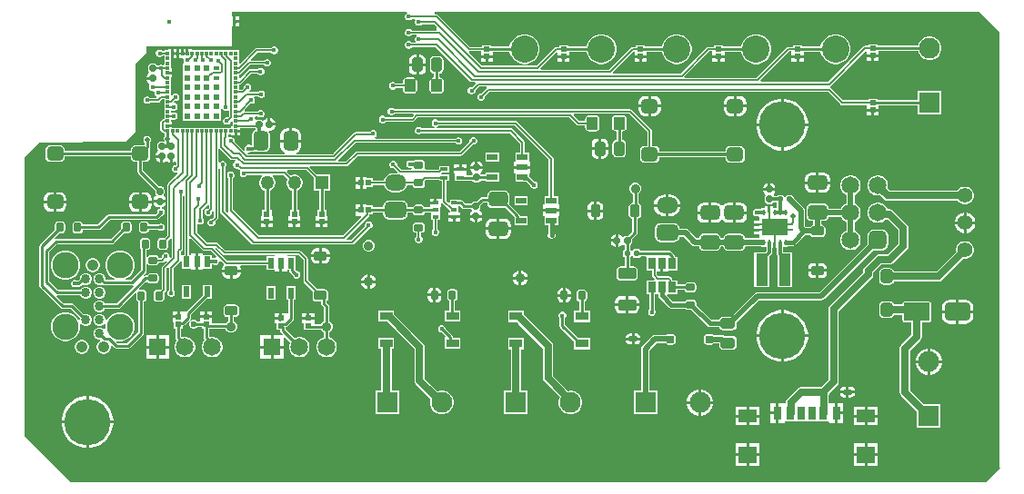
<source format=gtl>
G04*
G04 #@! TF.GenerationSoftware,Altium Limited,Altium Designer,24.9.1 (31)*
G04*
G04 Layer_Physical_Order=1*
G04 Layer_Color=255*
%FSLAX44Y44*%
%MOMM*%
G71*
G04*
G04 #@! TF.SameCoordinates,97D2A4A5-BD74-41C0-937B-CE03BE3D36C6*
G04*
G04*
G04 #@! TF.FilePolarity,Positive*
G04*
G01*
G75*
%ADD10C,0.2500*%
%ADD12C,0.2000*%
%ADD13C,0.3000*%
%ADD18R,0.6000X0.6000*%
%ADD19R,0.5080X0.4318*%
%ADD20R,0.6000X0.4318*%
%ADD21R,0.4300X0.4300*%
%ADD22R,0.3500X0.3500*%
%ADD23R,0.3500X0.3500*%
%ADD24R,0.3000X0.3500*%
%ADD25R,0.3500X0.3000*%
%ADD26R,0.8000X1.3000*%
%ADD27R,0.7600X1.3000*%
%ADD28R,0.7000X1.3000*%
%ADD29R,1.7000X1.6000*%
%ADD30R,1.7000X1.2000*%
G04:AMPARAMS|DCode=31|XSize=1.55mm|YSize=1.3mm|CornerRadius=0.325mm|HoleSize=0mm|Usage=FLASHONLY|Rotation=0.000|XOffset=0mm|YOffset=0mm|HoleType=Round|Shape=RoundedRectangle|*
%AMROUNDEDRECTD31*
21,1,1.5500,0.6500,0,0,0.0*
21,1,0.9000,1.3000,0,0,0.0*
1,1,0.6500,0.4500,-0.3250*
1,1,0.6500,-0.4500,-0.3250*
1,1,0.6500,-0.4500,0.3250*
1,1,0.6500,0.4500,0.3250*
%
%ADD31ROUNDEDRECTD31*%
%ADD32R,0.2400X0.6000*%
%ADD33R,2.4000X1.6500*%
%ADD34R,0.5000X0.2500*%
%ADD35R,0.6000X1.0000*%
G04:AMPARAMS|DCode=36|XSize=0.6mm|YSize=0.6mm|CornerRadius=0.15mm|HoleSize=0mm|Usage=FLASHONLY|Rotation=0.000|XOffset=0mm|YOffset=0mm|HoleType=Round|Shape=RoundedRectangle|*
%AMROUNDEDRECTD36*
21,1,0.6000,0.3000,0,0,0.0*
21,1,0.3000,0.6000,0,0,0.0*
1,1,0.3000,0.1500,-0.1500*
1,1,0.3000,-0.1500,-0.1500*
1,1,0.3000,-0.1500,0.1500*
1,1,0.3000,0.1500,0.1500*
%
%ADD36ROUNDEDRECTD36*%
G04:AMPARAMS|DCode=37|XSize=0.85mm|YSize=0.7mm|CornerRadius=0.175mm|HoleSize=0mm|Usage=FLASHONLY|Rotation=90.000|XOffset=0mm|YOffset=0mm|HoleType=Round|Shape=RoundedRectangle|*
%AMROUNDEDRECTD37*
21,1,0.8500,0.3500,0,0,90.0*
21,1,0.5000,0.7000,0,0,90.0*
1,1,0.3500,0.1750,0.2500*
1,1,0.3500,0.1750,-0.2500*
1,1,0.3500,-0.1750,-0.2500*
1,1,0.3500,-0.1750,0.2500*
%
%ADD37ROUNDEDRECTD37*%
G04:AMPARAMS|DCode=38|XSize=1.1mm|YSize=1.25mm|CornerRadius=0.275mm|HoleSize=0mm|Usage=FLASHONLY|Rotation=180.000|XOffset=0mm|YOffset=0mm|HoleType=Round|Shape=RoundedRectangle|*
%AMROUNDEDRECTD38*
21,1,1.1000,0.7000,0,0,180.0*
21,1,0.5500,1.2500,0,0,180.0*
1,1,0.5500,-0.2750,0.3500*
1,1,0.5500,0.2750,0.3500*
1,1,0.5500,0.2750,-0.3500*
1,1,0.5500,-0.2750,-0.3500*
%
%ADD38ROUNDEDRECTD38*%
%ADD39R,0.5000X0.6000*%
%ADD40R,1.2000X0.8000*%
G04:AMPARAMS|DCode=41|XSize=0.6mm|YSize=0.6mm|CornerRadius=0.15mm|HoleSize=0mm|Usage=FLASHONLY|Rotation=90.000|XOffset=0mm|YOffset=0mm|HoleType=Round|Shape=RoundedRectangle|*
%AMROUNDEDRECTD41*
21,1,0.6000,0.3000,0,0,90.0*
21,1,0.3000,0.6000,0,0,90.0*
1,1,0.3000,0.1500,0.1500*
1,1,0.3000,0.1500,-0.1500*
1,1,0.3000,-0.1500,-0.1500*
1,1,0.3000,-0.1500,0.1500*
%
%ADD41ROUNDEDRECTD41*%
G04:AMPARAMS|DCode=42|XSize=1.35mm|YSize=1mm|CornerRadius=0.25mm|HoleSize=0mm|Usage=FLASHONLY|Rotation=270.000|XOffset=0mm|YOffset=0mm|HoleType=Round|Shape=RoundedRectangle|*
%AMROUNDEDRECTD42*
21,1,1.3500,0.5000,0,0,270.0*
21,1,0.8500,1.0000,0,0,270.0*
1,1,0.5000,-0.2500,-0.4250*
1,1,0.5000,-0.2500,0.4250*
1,1,0.5000,0.2500,0.4250*
1,1,0.5000,0.2500,-0.4250*
%
%ADD42ROUNDEDRECTD42*%
G04:AMPARAMS|DCode=43|XSize=0.45mm|YSize=0.85mm|CornerRadius=0.1125mm|HoleSize=0mm|Usage=FLASHONLY|Rotation=270.000|XOffset=0mm|YOffset=0mm|HoleType=Round|Shape=RoundedRectangle|*
%AMROUNDEDRECTD43*
21,1,0.4500,0.6250,0,0,270.0*
21,1,0.2250,0.8500,0,0,270.0*
1,1,0.2250,-0.3125,-0.1125*
1,1,0.2250,-0.3125,0.1125*
1,1,0.2250,0.3125,0.1125*
1,1,0.2250,0.3125,-0.1125*
%
%ADD43ROUNDEDRECTD43*%
G04:AMPARAMS|DCode=44|XSize=1.15mm|YSize=1.3mm|CornerRadius=0.2875mm|HoleSize=0mm|Usage=FLASHONLY|Rotation=0.000|XOffset=0mm|YOffset=0mm|HoleType=Round|Shape=RoundedRectangle|*
%AMROUNDEDRECTD44*
21,1,1.1500,0.7250,0,0,0.0*
21,1,0.5750,1.3000,0,0,0.0*
1,1,0.5750,0.2875,-0.3625*
1,1,0.5750,-0.2875,-0.3625*
1,1,0.5750,-0.2875,0.3625*
1,1,0.5750,0.2875,0.3625*
%
%ADD44ROUNDEDRECTD44*%
G04:AMPARAMS|DCode=45|XSize=1.2mm|YSize=0.9mm|CornerRadius=0.225mm|HoleSize=0mm|Usage=FLASHONLY|Rotation=270.000|XOffset=0mm|YOffset=0mm|HoleType=Round|Shape=RoundedRectangle|*
%AMROUNDEDRECTD45*
21,1,1.2000,0.4500,0,0,270.0*
21,1,0.7500,0.9000,0,0,270.0*
1,1,0.4500,-0.2250,-0.3750*
1,1,0.4500,-0.2250,0.3750*
1,1,0.4500,0.2250,0.3750*
1,1,0.4500,0.2250,-0.3750*
%
%ADD45ROUNDEDRECTD45*%
G04:AMPARAMS|DCode=46|XSize=1.2mm|YSize=0.9mm|CornerRadius=0.225mm|HoleSize=0mm|Usage=FLASHONLY|Rotation=0.000|XOffset=0mm|YOffset=0mm|HoleType=Round|Shape=RoundedRectangle|*
%AMROUNDEDRECTD46*
21,1,1.2000,0.4500,0,0,0.0*
21,1,0.7500,0.9000,0,0,0.0*
1,1,0.4500,0.3750,-0.2250*
1,1,0.4500,-0.3750,-0.2250*
1,1,0.4500,-0.3750,0.2250*
1,1,0.4500,0.3750,0.2250*
%
%ADD46ROUNDEDRECTD46*%
G04:AMPARAMS|DCode=47|XSize=1.8mm|YSize=1.35mm|CornerRadius=0.3375mm|HoleSize=0mm|Usage=FLASHONLY|Rotation=0.000|XOffset=0mm|YOffset=0mm|HoleType=Round|Shape=RoundedRectangle|*
%AMROUNDEDRECTD47*
21,1,1.8000,0.6750,0,0,0.0*
21,1,1.1250,1.3500,0,0,0.0*
1,1,0.6750,0.5625,-0.3375*
1,1,0.6750,-0.5625,-0.3375*
1,1,0.6750,-0.5625,0.3375*
1,1,0.6750,0.5625,0.3375*
%
%ADD47ROUNDEDRECTD47*%
G04:AMPARAMS|DCode=48|XSize=0.85mm|YSize=0.7mm|CornerRadius=0.175mm|HoleSize=0mm|Usage=FLASHONLY|Rotation=0.000|XOffset=0mm|YOffset=0mm|HoleType=Round|Shape=RoundedRectangle|*
%AMROUNDEDRECTD48*
21,1,0.8500,0.3500,0,0,0.0*
21,1,0.5000,0.7000,0,0,0.0*
1,1,0.3500,0.2500,-0.1750*
1,1,0.3500,-0.2500,-0.1750*
1,1,0.3500,-0.2500,0.1750*
1,1,0.3500,0.2500,0.1750*
%
%ADD48ROUNDEDRECTD48*%
%ADD49R,0.7000X1.0000*%
G04:AMPARAMS|DCode=50|XSize=1.7mm|YSize=1.1mm|CornerRadius=0.275mm|HoleSize=0mm|Usage=FLASHONLY|Rotation=180.000|XOffset=0mm|YOffset=0mm|HoleType=Round|Shape=RoundedRectangle|*
%AMROUNDEDRECTD50*
21,1,1.7000,0.5500,0,0,180.0*
21,1,1.1500,1.1000,0,0,180.0*
1,1,0.5500,-0.5750,0.2750*
1,1,0.5500,0.5750,0.2750*
1,1,0.5500,0.5750,-0.2750*
1,1,0.5500,-0.5750,-0.2750*
%
%ADD50ROUNDEDRECTD50*%
G04:AMPARAMS|DCode=51|XSize=0.55mm|YSize=0.55mm|CornerRadius=0.1375mm|HoleSize=0mm|Usage=FLASHONLY|Rotation=270.000|XOffset=0mm|YOffset=0mm|HoleType=Round|Shape=RoundedRectangle|*
%AMROUNDEDRECTD51*
21,1,0.5500,0.2750,0,0,270.0*
21,1,0.2750,0.5500,0,0,270.0*
1,1,0.2750,-0.1375,-0.1375*
1,1,0.2750,-0.1375,0.1375*
1,1,0.2750,0.1375,0.1375*
1,1,0.2750,0.1375,-0.1375*
%
%ADD51ROUNDEDRECTD51*%
G04:AMPARAMS|DCode=52|XSize=1.7mm|YSize=2.4mm|CornerRadius=0.425mm|HoleSize=0mm|Usage=FLASHONLY|Rotation=90.000|XOffset=0mm|YOffset=0mm|HoleType=Round|Shape=RoundedRectangle|*
%AMROUNDEDRECTD52*
21,1,1.7000,1.5500,0,0,90.0*
21,1,0.8500,2.4000,0,0,90.0*
1,1,0.8500,0.7750,0.4250*
1,1,0.8500,0.7750,-0.4250*
1,1,0.8500,-0.7750,-0.4250*
1,1,0.8500,-0.7750,0.4250*
%
%ADD52ROUNDEDRECTD52*%
G04:AMPARAMS|DCode=53|XSize=1.7mm|YSize=2.4mm|CornerRadius=0.085mm|HoleSize=0mm|Usage=FLASHONLY|Rotation=90.000|XOffset=0mm|YOffset=0mm|HoleType=Round|Shape=RoundedRectangle|*
%AMROUNDEDRECTD53*
21,1,1.7000,2.2300,0,0,90.0*
21,1,1.5300,2.4000,0,0,90.0*
1,1,0.1700,1.1150,0.7650*
1,1,0.1700,1.1150,-0.7650*
1,1,0.1700,-1.1150,-0.7650*
1,1,0.1700,-1.1150,0.7650*
%
%ADD53ROUNDEDRECTD53*%
%ADD54R,1.1400X3.0500*%
G04:AMPARAMS|DCode=55|XSize=1.35mm|YSize=1mm|CornerRadius=0.25mm|HoleSize=0mm|Usage=FLASHONLY|Rotation=180.000|XOffset=0mm|YOffset=0mm|HoleType=Round|Shape=RoundedRectangle|*
%AMROUNDEDRECTD55*
21,1,1.3500,0.5000,0,0,180.0*
21,1,0.8500,1.0000,0,0,180.0*
1,1,0.5000,-0.4250,0.2500*
1,1,0.5000,0.4250,0.2500*
1,1,0.5000,0.4250,-0.2500*
1,1,0.5000,-0.4250,-0.2500*
%
%ADD55ROUNDEDRECTD55*%
G04:AMPARAMS|DCode=56|XSize=0.75mm|YSize=0.75mm|CornerRadius=0.1875mm|HoleSize=0mm|Usage=FLASHONLY|Rotation=270.000|XOffset=0mm|YOffset=0mm|HoleType=Round|Shape=RoundedRectangle|*
%AMROUNDEDRECTD56*
21,1,0.7500,0.3750,0,0,270.0*
21,1,0.3750,0.7500,0,0,270.0*
1,1,0.3750,-0.1875,-0.1875*
1,1,0.3750,-0.1875,0.1875*
1,1,0.3750,0.1875,0.1875*
1,1,0.3750,0.1875,-0.1875*
%
%ADD56ROUNDEDRECTD56*%
%ADD57R,1.0000X0.6000*%
%ADD58R,0.7112X0.3048*%
%ADD59R,0.5500X0.3000*%
G04:AMPARAMS|DCode=60|XSize=1.8mm|YSize=1.35mm|CornerRadius=0.3375mm|HoleSize=0mm|Usage=FLASHONLY|Rotation=270.000|XOffset=0mm|YOffset=0mm|HoleType=Round|Shape=RoundedRectangle|*
%AMROUNDEDRECTD60*
21,1,1.8000,0.6750,0,0,270.0*
21,1,1.1250,1.3500,0,0,270.0*
1,1,0.6750,-0.3375,-0.5625*
1,1,0.6750,-0.3375,0.5625*
1,1,0.6750,0.3375,0.5625*
1,1,0.6750,0.3375,-0.5625*
%
%ADD60ROUNDEDRECTD60*%
%ADD61R,0.6000X0.5000*%
%ADD62C,0.8636*%
G04:AMPARAMS|DCode=63|XSize=1.65mm|YSize=1.65mm|CornerRadius=0.4125mm|HoleSize=0mm|Usage=FLASHONLY|Rotation=90.000|XOffset=0mm|YOffset=0mm|HoleType=Round|Shape=RoundedRectangle|*
%AMROUNDEDRECTD63*
21,1,1.6500,0.8250,0,0,90.0*
21,1,0.8250,1.6500,0,0,90.0*
1,1,0.8250,0.4125,0.4125*
1,1,0.8250,0.4125,-0.4125*
1,1,0.8250,-0.4125,-0.4125*
1,1,0.8250,-0.4125,0.4125*
%
%ADD63ROUNDEDRECTD63*%
%ADD64C,1.6500*%
%ADD65C,0.9000*%
%ADD66R,1.9500X1.9500*%
%ADD67C,1.9500*%
%ADD68C,4.3000*%
%ADD69R,1.9500X1.9500*%
%ADD70O,2.0000X1.5000*%
G04:AMPARAMS|DCode=71|XSize=1.5mm|YSize=2mm|CornerRadius=0.375mm|HoleSize=0mm|Usage=FLASHONLY|Rotation=90.000|XOffset=0mm|YOffset=0mm|HoleType=Round|Shape=RoundedRectangle|*
%AMROUNDEDRECTD71*
21,1,1.5000,1.2500,0,0,90.0*
21,1,0.7500,2.0000,0,0,90.0*
1,1,0.7500,0.6250,0.3750*
1,1,0.7500,0.6250,-0.3750*
1,1,0.7500,-0.6250,-0.3750*
1,1,0.7500,-0.6250,0.3750*
%
%ADD71ROUNDEDRECTD71*%
%ADD72C,1.4000*%
%ADD73R,1.6500X1.6500*%
%ADD74R,1.2750X1.2750*%
%ADD75C,1.2750*%
%ADD76C,1.0668*%
%ADD77C,2.4511*%
%ADD78C,2.5400*%
%ADD79C,0.4510*%
%ADD80C,0.6000*%
%ADD81C,0.1500*%
%ADD82C,0.7000*%
%ADD83C,0.5000*%
%ADD84C,0.4000*%
%ADD85C,0.3500*%
%ADD86C,0.4600*%
G36*
X792480Y975360D02*
Y569722D01*
X792734Y569468D01*
X779780Y556514D01*
X-71628D01*
X-72009Y556133D01*
X-115570Y599694D01*
Y858542D01*
X-102108Y872744D01*
X-21712Y873796D01*
X-12446Y883062D01*
Y945778D01*
X-1901Y956323D01*
Y962500D01*
X77596D01*
Y981000D01*
X78760D01*
Y985690D01*
Y990380D01*
X77596D01*
Y994664D01*
X240473D01*
X240722Y993414D01*
X240296Y993237D01*
X239310Y992251D01*
X238776Y990963D01*
Y989569D01*
X239310Y988281D01*
X240296Y987295D01*
X241584Y986761D01*
X242978D01*
X244266Y987295D01*
X245199Y988227D01*
X247977D01*
X248521Y986977D01*
X248101Y985963D01*
Y984569D01*
X248635Y983281D01*
X249621Y982295D01*
X250909Y981761D01*
X252303D01*
X253591Y982295D01*
X254524Y983227D01*
X265917D01*
X268356Y980788D01*
Y977346D01*
X245199D01*
X244266Y978279D01*
X242978Y978812D01*
X241584D01*
X240296Y978279D01*
X239310Y977293D01*
X238776Y976004D01*
Y974610D01*
X239310Y973322D01*
X240296Y972336D01*
X241584Y971802D01*
X242978D01*
X244266Y972336D01*
X245199Y973268D01*
X249532D01*
X249781Y972018D01*
X249621Y971952D01*
X248635Y970966D01*
X248101Y969677D01*
Y968283D01*
X248575Y967139D01*
X248331Y966488D01*
X247973Y965889D01*
X245199D01*
X244266Y966821D01*
X242978Y967355D01*
X241584D01*
X240296Y966821D01*
X239310Y965835D01*
X238776Y964547D01*
Y963153D01*
X239310Y961865D01*
X240296Y960879D01*
X241584Y960345D01*
X242978D01*
X244266Y960879D01*
X245199Y961811D01*
X267387D01*
X267430Y961768D01*
X299356Y929843D01*
X299356Y929843D01*
X300017Y929400D01*
X300798Y929245D01*
X303691D01*
X304209Y927995D01*
X301058Y924845D01*
X300100D01*
X298812Y924311D01*
X297826Y923325D01*
X297293Y922037D01*
Y920643D01*
X297826Y919354D01*
X298812Y918369D01*
X300100Y917835D01*
X301495D01*
X302783Y918369D01*
X303769Y919354D01*
X304303Y920643D01*
Y921601D01*
X307748Y925046D01*
X314438D01*
X314774Y924466D01*
X314900Y923796D01*
X309949Y918845D01*
X308991D01*
X307703Y918311D01*
X306717Y917325D01*
X306183Y916037D01*
Y914643D01*
X306717Y913355D01*
X307703Y912369D01*
X308991Y911835D01*
X310385D01*
X311673Y912369D01*
X312659Y913355D01*
X313193Y914643D01*
Y915601D01*
X317638Y920046D01*
X632607D01*
X644351Y908302D01*
X645096Y907805D01*
X645973Y907630D01*
X668776D01*
Y904194D01*
X674316D01*
X679856D01*
Y907375D01*
X716222D01*
Y898924D01*
X738222D01*
Y920924D01*
X716222D01*
Y912473D01*
X678566D01*
Y913674D01*
X670066D01*
Y912218D01*
X646924D01*
X635180Y923962D01*
X634915Y924139D01*
Y925541D01*
X635180Y925718D01*
X667526Y958064D01*
X668776Y957547D01*
Y954994D01*
X674316D01*
X679856D01*
Y958175D01*
X716517D01*
X716972Y956478D01*
X718420Y953970D01*
X720468Y951922D01*
X722976Y950474D01*
X725774Y949724D01*
X728670D01*
X731468Y950474D01*
X733976Y951922D01*
X736024Y953970D01*
X737472Y956478D01*
X738222Y959276D01*
Y962172D01*
X737472Y964970D01*
X736024Y967478D01*
X733976Y969526D01*
X731468Y970974D01*
X728670Y971724D01*
X725774D01*
X722976Y970974D01*
X720468Y969526D01*
X718420Y967478D01*
X716972Y964970D01*
X716517Y963273D01*
X678566D01*
Y964474D01*
X670066D01*
Y963018D01*
X666941D01*
X666064Y962843D01*
X665319Y962346D01*
X632607Y929634D01*
X570183D01*
X569666Y930884D01*
X596742Y957961D01*
X598726D01*
Y954270D01*
X609806D01*
Y957451D01*
X625813D01*
X626573Y954615D01*
X628409Y951434D01*
X631007Y948837D01*
X634188Y947001D01*
X637735Y946050D01*
X641408D01*
X644957Y947001D01*
X648138Y948837D01*
X650735Y951434D01*
X652571Y954615D01*
X653522Y958164D01*
Y961837D01*
X652571Y965385D01*
X650735Y968566D01*
X648138Y971163D01*
X644957Y972999D01*
X641408Y973950D01*
X637735D01*
X634188Y972999D01*
X631007Y971163D01*
X628409Y968566D01*
X626573Y965385D01*
X625813Y962549D01*
X608516D01*
Y963750D01*
X600016D01*
Y962039D01*
X595898D01*
X595898Y962039D01*
X595117Y961884D01*
X594456Y961442D01*
X566337Y933324D01*
X499317D01*
X498800Y934574D01*
X522187Y957961D01*
X525066D01*
Y954270D01*
X536146D01*
Y957451D01*
X551899D01*
X552659Y954615D01*
X554495Y951434D01*
X557093Y948837D01*
X560274Y947001D01*
X563821Y946050D01*
X567495D01*
X571043Y947001D01*
X574224Y948837D01*
X576821Y951434D01*
X578657Y954615D01*
X579608Y958164D01*
Y961837D01*
X578657Y965385D01*
X576821Y968566D01*
X574224Y971163D01*
X571043Y972999D01*
X567495Y973950D01*
X563821D01*
X560274Y972999D01*
X557093Y971163D01*
X554495Y968566D01*
X552659Y965385D01*
X551899Y962549D01*
X534856D01*
Y963750D01*
X526356D01*
Y962039D01*
X521342D01*
X520562Y961884D01*
X519900Y961442D01*
X519900Y961442D01*
X495471Y937013D01*
X432498D01*
X431980Y938263D01*
X451333Y957616D01*
X452583Y957128D01*
Y954270D01*
X463663D01*
Y957451D01*
X477996D01*
X478756Y954615D01*
X480593Y951434D01*
X483190Y948837D01*
X486371Y947001D01*
X489919Y946050D01*
X493592D01*
X497140Y947001D01*
X500321Y948837D01*
X502919Y951434D01*
X504755Y954615D01*
X505706Y958164D01*
Y961837D01*
X504755Y965385D01*
X502919Y968566D01*
X500321Y971163D01*
X497140Y972999D01*
X493592Y973950D01*
X489919D01*
X486371Y972999D01*
X483190Y971163D01*
X480593Y968566D01*
X478756Y965385D01*
X477996Y962549D01*
X462373D01*
Y963750D01*
X453873D01*
Y962039D01*
X450833D01*
X450833Y962039D01*
X450053Y961884D01*
X449391Y961442D01*
X428578Y940629D01*
X365088D01*
X364571Y941879D01*
X379544Y956853D01*
X380794Y956335D01*
Y954270D01*
X391874D01*
Y957451D01*
X407881D01*
X408641Y954615D01*
X410477Y951434D01*
X413074Y948837D01*
X416255Y947001D01*
X419804Y946050D01*
X423476D01*
X427024Y947001D01*
X430205Y948837D01*
X432803Y951434D01*
X434639Y954615D01*
X435590Y958164D01*
Y961837D01*
X434639Y965385D01*
X432803Y968566D01*
X430205Y971163D01*
X427024Y972999D01*
X423476Y973950D01*
X419804D01*
X416255Y972999D01*
X413074Y971163D01*
X410477Y968566D01*
X408641Y965385D01*
X407881Y962549D01*
X390584D01*
Y963750D01*
X382084D01*
Y962039D01*
X379807D01*
X379027Y961884D01*
X378366Y961442D01*
X378365Y961442D01*
X361303Y944379D01*
X310533D01*
X298162Y956750D01*
X298189Y956949D01*
X298719Y957961D01*
X309388D01*
Y954270D01*
X320468D01*
Y957451D01*
X336253D01*
X337013Y954615D01*
X338849Y951434D01*
X341446Y948837D01*
X344627Y947001D01*
X348176Y946050D01*
X351848D01*
X355396Y947001D01*
X358577Y948837D01*
X361175Y951434D01*
X363011Y954615D01*
X363962Y958164D01*
Y961837D01*
X363011Y965385D01*
X361175Y968566D01*
X358577Y971163D01*
X355396Y972999D01*
X351848Y973950D01*
X348176D01*
X344627Y972999D01*
X341446Y971163D01*
X338849Y968566D01*
X337013Y965385D01*
X336253Y962549D01*
X319178D01*
Y963750D01*
X310678D01*
Y962039D01*
X299173D01*
X269504Y991708D01*
X268842Y992150D01*
X268062Y992305D01*
X266180D01*
Y994664D01*
X773176D01*
X792480Y975360D01*
D02*
G37*
%LPC*%
G36*
X84720Y990380D02*
X81300D01*
Y986960D01*
X84720D01*
Y990380D01*
D02*
G37*
G36*
Y984420D02*
X81300D01*
Y981000D01*
X84720D01*
Y984420D01*
D02*
G37*
G36*
X25760Y960380D02*
X23800D01*
Y956090D01*
Y951800D01*
X25760D01*
Y956090D01*
Y960380D01*
D02*
G37*
G36*
X679856Y952454D02*
X675586D01*
Y948684D01*
X679856D01*
Y952454D01*
D02*
G37*
G36*
X673046D02*
X668776D01*
Y948684D01*
X673046D01*
Y952454D01*
D02*
G37*
G36*
X609806Y951730D02*
X605536D01*
Y947960D01*
X609806D01*
Y951730D01*
D02*
G37*
G36*
X602996D02*
X598726D01*
Y947960D01*
X602996D01*
Y951730D01*
D02*
G37*
G36*
X536146D02*
X531876D01*
Y947960D01*
X536146D01*
Y951730D01*
D02*
G37*
G36*
X529336D02*
X525066D01*
Y947960D01*
X529336D01*
Y951730D01*
D02*
G37*
G36*
X463663D02*
X459393D01*
Y947960D01*
X463663D01*
Y951730D01*
D02*
G37*
G36*
X456853D02*
X452583D01*
Y947960D01*
X456853D01*
Y951730D01*
D02*
G37*
G36*
X391874D02*
X387604D01*
Y947960D01*
X391874D01*
Y951730D01*
D02*
G37*
G36*
X385064D02*
X380794D01*
Y947960D01*
X385064D01*
Y951730D01*
D02*
G37*
G36*
X320468D02*
X316198D01*
Y947960D01*
X320468D01*
Y951730D01*
D02*
G37*
G36*
X313658D02*
X309388D01*
Y947960D01*
X313658D01*
Y951730D01*
D02*
G37*
G36*
X117619Y962355D02*
X116225D01*
X114937Y961821D01*
X114004Y960889D01*
X100429D01*
X99649Y960734D01*
X98987Y960292D01*
X85435Y946740D01*
X84280Y947218D01*
Y959090D01*
X40070D01*
Y960380D01*
X37300D01*
Y956090D01*
X34760D01*
Y960380D01*
X32800D01*
Y956090D01*
X30260D01*
Y960380D01*
X28300D01*
Y956090D01*
Y951800D01*
X31751D01*
X32586Y950550D01*
X32525Y950403D01*
Y949009D01*
X33009Y947840D01*
X32799Y947259D01*
X32421Y946590D01*
X31780D01*
Y938840D01*
X31780Y938090D01*
X31780Y936840D01*
Y929840D01*
X31780Y929090D01*
X31780Y927840D01*
Y920840D01*
X31780Y920090D01*
X31780Y918840D01*
Y911840D01*
X31780Y911090D01*
X31780Y909840D01*
Y902840D01*
X31780Y902090D01*
X31780Y900840D01*
Y893090D01*
X39530D01*
X40280Y893090D01*
X41530Y893090D01*
X48530D01*
X49280Y893090D01*
X50530Y893090D01*
X57530D01*
X58280Y893090D01*
X59530Y893090D01*
X67280D01*
Y900840D01*
X67280Y901590D01*
X67280Y902840D01*
Y904197D01*
X68530Y904446D01*
X68808Y903774D01*
X69795Y902788D01*
X71083Y902254D01*
X72477D01*
X73491Y902674D01*
X74741Y902130D01*
Y897185D01*
X73815Y896258D01*
X73606Y896345D01*
X72211D01*
X70923Y895811D01*
X69937Y894825D01*
X69404Y893537D01*
Y892143D01*
X69937Y890854D01*
X70923Y889868D01*
X72211Y889335D01*
X73606D01*
X74894Y889868D01*
X75880Y890854D01*
X76414Y892143D01*
Y892689D01*
X77030Y893164D01*
X78280Y892579D01*
Y887880D01*
X76990D01*
Y886590D01*
X22070D01*
Y887070D01*
X17780D01*
Y889610D01*
X22070D01*
Y892380D01*
X20780D01*
Y893664D01*
X20998Y893891D01*
X22030Y894397D01*
X22928Y894025D01*
X24322D01*
X25610Y894558D01*
X26596Y895545D01*
X27130Y896833D01*
Y898227D01*
X26596Y899515D01*
X25610Y900501D01*
X24322Y901035D01*
X22928D01*
X22030Y900663D01*
X20958Y901188D01*
X20855Y902428D01*
X21061Y902622D01*
X22030Y903075D01*
X22977Y902683D01*
X24371D01*
X25659Y903216D01*
X26645Y904202D01*
X27179Y905490D01*
Y906885D01*
X26645Y908173D01*
X25659Y909159D01*
X24371Y909693D01*
X23923D01*
X23414Y910923D01*
X24236Y911745D01*
X24449Y911657D01*
X25843D01*
X27131Y912191D01*
X28117Y913177D01*
X28651Y914465D01*
Y915859D01*
X28117Y917147D01*
X27131Y918133D01*
X25843Y918667D01*
X24449D01*
X23161Y918133D01*
X22175Y917147D01*
X22030Y916798D01*
X20780Y917047D01*
Y921590D01*
Y933800D01*
X22070D01*
Y936570D01*
X17780D01*
Y939110D01*
X22070D01*
Y941880D01*
X20780D01*
Y951800D01*
X21260D01*
Y956090D01*
Y960380D01*
X18490D01*
Y959090D01*
X14780D01*
Y958129D01*
X13332D01*
X12399Y959061D01*
X11111Y959595D01*
X9717D01*
X8429Y959061D01*
X7443Y958075D01*
X6909Y956787D01*
Y955393D01*
X7443Y954105D01*
X8429Y953119D01*
X9717Y952585D01*
X11111D01*
X12399Y953119D01*
X13332Y954051D01*
X14780D01*
Y945611D01*
X13565Y945057D01*
X12277Y945591D01*
X10883D01*
X9595Y945057D01*
X9179Y944641D01*
X8548Y944650D01*
X7828Y944768D01*
X7293Y945569D01*
X6383Y946176D01*
X5310Y946390D01*
X2310D01*
X1237Y946176D01*
X327Y945569D01*
X-280Y944659D01*
X-494Y943586D01*
Y940586D01*
X-280Y939513D01*
X94Y938953D01*
X327Y938603D01*
X-137Y937410D01*
X-603Y937099D01*
X-1496Y935762D01*
X-1809Y934186D01*
Y933956D01*
X3810D01*
Y931416D01*
X-1809D01*
Y931186D01*
X-1496Y929610D01*
X-603Y928273D01*
X369Y927624D01*
X742Y926594D01*
X747Y926103D01*
X305Y925037D01*
Y923643D01*
X839Y922355D01*
X1825Y921369D01*
X3113Y920835D01*
X4328D01*
X4848Y920429D01*
X5350Y919831D01*
Y918643D01*
X5884Y917355D01*
X6870Y916369D01*
X6972Y916326D01*
X7440Y914794D01*
X7158Y914379D01*
X1709D01*
X777Y915311D01*
X-511Y915845D01*
X-1906D01*
X-3194Y915311D01*
X-4180Y914325D01*
X-4714Y913037D01*
Y911643D01*
X-4180Y910354D01*
X-3194Y909369D01*
X-1906Y908835D01*
X-511D01*
X777Y909369D01*
X1709Y910301D01*
X8926D01*
X9707Y910456D01*
X10368Y910898D01*
X12771Y913301D01*
X14780D01*
Y908090D01*
Y895114D01*
X14003Y894959D01*
X13258Y894462D01*
X13053Y894257D01*
X12772Y894069D01*
X11408Y892705D01*
X10911Y891960D01*
X10736Y891083D01*
Y885598D01*
X10911Y884720D01*
X11408Y883975D01*
X13165Y882218D01*
X13909Y881721D01*
X14780Y881547D01*
Y880590D01*
X15231D01*
Y878988D01*
X14770Y878527D01*
X14230Y877222D01*
Y875810D01*
X14622Y874864D01*
X14011Y873889D01*
X13835Y873746D01*
X13834Y873746D01*
X10834D01*
X10604Y873700D01*
X9761Y873532D01*
X8852Y872925D01*
X8244Y872015D01*
X8030Y870942D01*
Y867942D01*
X8244Y866869D01*
X8618Y866309D01*
X8851Y865958D01*
X8388Y864766D01*
D01*
D01*
X7922Y864455D01*
X7029Y863118D01*
X6715Y861542D01*
Y861312D01*
X12334D01*
Y860042D01*
X13604D01*
Y854423D01*
X13834D01*
X15411Y854736D01*
X16708Y855603D01*
X18006Y854736D01*
X19582Y854423D01*
X19812D01*
Y860042D01*
X22352D01*
Y854423D01*
X22582D01*
X24158Y854736D01*
X24395Y854895D01*
X24651Y855066D01*
X25901Y854397D01*
Y851778D01*
X24833D01*
X23545Y851245D01*
X22559Y850259D01*
X22025Y848970D01*
Y847576D01*
X22559Y846288D01*
X23545Y845302D01*
X24833Y844768D01*
X26227D01*
X26504Y844883D01*
X27212Y843823D01*
X18140Y834751D01*
X17698Y834090D01*
X17543Y833309D01*
Y786103D01*
X15226Y783786D01*
X15080Y783815D01*
X11580D01*
X10409Y783582D01*
X9417Y782919D01*
X8754Y781927D01*
X8521Y780756D01*
Y775756D01*
X8754Y774585D01*
X9417Y773593D01*
X10409Y772930D01*
X11580Y772697D01*
X15080D01*
X16250Y772930D01*
X17243Y773593D01*
X17906Y774585D01*
X18139Y775756D01*
Y780756D01*
X18110Y780902D01*
X20385Y783177D01*
X21635Y782659D01*
Y766161D01*
X20530Y765056D01*
X19470Y765764D01*
X19535Y765921D01*
Y767315D01*
X19001Y768603D01*
X18015Y769589D01*
X16727Y770123D01*
X15333D01*
X14045Y769589D01*
X13059Y768603D01*
X12525Y767315D01*
Y765997D01*
X11490Y764961D01*
X9497D01*
X9322Y765843D01*
X8659Y766835D01*
X7667Y767498D01*
X6496Y767731D01*
X1496D01*
X325Y767498D01*
X-667Y766835D01*
X-906Y766478D01*
X-2156Y766857D01*
Y772697D01*
X-1420D01*
X-249Y772930D01*
X743Y773593D01*
X1406Y774585D01*
X1639Y775756D01*
Y780756D01*
X1406Y781927D01*
X743Y782919D01*
X-249Y783582D01*
X-1420Y783815D01*
X-4920D01*
X-6090Y783582D01*
X-7083Y782919D01*
X-7746Y781927D01*
X-7979Y780756D01*
Y775756D01*
X-7746Y774585D01*
X-7254Y773849D01*
Y754089D01*
X-16726Y744616D01*
X-21264D01*
X-21457Y745859D01*
X-18377Y747637D01*
X-15863Y750151D01*
X-14085Y753231D01*
X-13164Y756666D01*
Y760222D01*
X-14085Y763657D01*
X-15863Y766737D01*
X-18377Y769251D01*
X-21457Y771029D01*
X-24892Y771949D01*
X-28448D01*
X-31883Y771029D01*
X-34963Y769251D01*
X-37477Y766737D01*
X-39255Y763657D01*
X-40175Y760222D01*
Y756666D01*
X-39255Y753231D01*
X-37477Y750151D01*
X-34963Y747637D01*
X-31883Y745859D01*
X-32076Y744616D01*
X-40132D01*
X-40152Y744637D01*
Y746852D01*
X-41000Y748898D01*
X-42566Y750464D01*
X-44612Y751312D01*
X-46828D01*
X-48874Y750464D01*
X-50440Y748898D01*
X-51288Y746852D01*
Y744637D01*
X-50440Y742590D01*
X-48874Y741024D01*
X-46828Y740176D01*
X-44612D01*
X-43402Y740677D01*
X-42990Y740265D01*
X-42163Y739713D01*
X-41188Y739519D01*
X-15670D01*
X-14694Y739713D01*
X-14400Y739910D01*
X-13603Y738939D01*
X-29648Y722893D01*
X-40749D01*
X-41000Y723498D01*
X-42566Y725064D01*
X-44612Y725912D01*
X-46828D01*
X-48874Y725064D01*
X-50440Y723498D01*
X-51288Y721451D01*
Y719237D01*
X-50440Y717190D01*
X-48874Y715624D01*
X-46828Y714776D01*
X-44612D01*
X-42566Y715624D01*
X-41000Y717190D01*
X-40749Y717795D01*
X-28593D01*
X-27617Y717989D01*
X-26790Y718542D01*
X-12793Y732539D01*
X-11563Y732001D01*
Y727491D01*
X-11330Y726320D01*
X-10667Y725328D01*
X-9732Y724704D01*
Y696310D01*
X-20002Y686041D01*
X-29033D01*
X-29927Y686935D01*
X-29302Y688017D01*
X-28448Y687788D01*
X-24892D01*
X-21457Y688709D01*
X-18377Y690487D01*
X-15863Y693001D01*
X-14085Y696081D01*
X-13164Y699516D01*
Y703072D01*
X-14085Y706507D01*
X-15863Y709587D01*
X-18377Y712101D01*
X-21457Y713879D01*
X-24892Y714799D01*
X-28448D01*
X-31883Y713879D01*
X-34963Y712101D01*
X-37477Y709587D01*
X-38902Y707119D01*
X-40152Y707454D01*
Y708752D01*
X-41000Y710798D01*
X-42566Y712364D01*
X-44612Y713212D01*
X-46828D01*
X-48874Y712364D01*
X-50440Y710798D01*
X-51288Y708752D01*
Y706536D01*
X-50440Y704490D01*
X-48874Y702924D01*
X-46828Y702076D01*
X-44612D01*
X-42566Y702924D01*
X-41981Y703509D01*
X-40294Y703428D01*
X-40133Y703232D01*
X-40175Y703072D01*
Y699516D01*
X-40133Y699356D01*
X-40294Y699160D01*
X-41981Y699079D01*
X-42566Y699664D01*
X-44612Y700512D01*
X-46828D01*
X-48874Y699664D01*
X-50440Y698098D01*
X-51288Y696051D01*
Y693837D01*
X-50440Y691790D01*
X-48874Y690224D01*
X-46828Y689376D01*
X-45235D01*
X-44900Y688126D01*
X-45963Y687513D01*
X-47189Y686287D01*
X-48055Y684785D01*
X-48504Y683111D01*
Y681377D01*
X-48055Y679703D01*
X-47189Y678201D01*
X-45963Y676975D01*
X-44461Y676109D01*
X-42787Y675660D01*
X-41053D01*
X-39379Y676109D01*
X-37877Y676975D01*
X-36651Y678201D01*
X-35785Y679703D01*
X-35336Y681377D01*
Y683111D01*
X-35430Y683460D01*
X-34309Y684107D01*
X-31891Y681689D01*
X-31064Y681137D01*
X-30089Y680943D01*
X-18946D01*
X-17970Y681137D01*
X-17144Y681689D01*
X-5381Y693452D01*
X-4828Y694279D01*
X-4635Y695254D01*
Y724505D01*
X-3833Y724665D01*
X-2841Y725328D01*
X-2178Y726320D01*
X-1945Y727491D01*
Y732491D01*
X-2178Y733661D01*
X-2841Y734654D01*
X-3833Y735317D01*
X-5004Y735549D01*
X-8015D01*
X-8553Y736779D01*
X-2395Y742937D01*
X-822Y742742D01*
X-667Y742509D01*
X325Y741846D01*
X1496Y741613D01*
X6496D01*
X7667Y741846D01*
X8659Y742509D01*
X9322Y743502D01*
X9555Y744672D01*
Y748172D01*
X9322Y749343D01*
X8659Y750335D01*
X7667Y750998D01*
X6496Y751231D01*
X1496D01*
X325Y750998D01*
X-667Y750335D01*
X-1330Y749343D01*
X-1404Y748971D01*
X-2514D01*
X-3490Y748777D01*
X-3785Y748580D01*
X-4581Y749551D01*
X-2902Y751230D01*
X-2350Y752057D01*
X-2156Y753033D01*
Y758988D01*
X-906Y759367D01*
X-667Y759009D01*
X325Y758346D01*
X1496Y758113D01*
X6496D01*
X7667Y758346D01*
X8659Y759009D01*
X9322Y760002D01*
X9497Y760883D01*
X12334D01*
X13115Y761038D01*
X13776Y761480D01*
X15409Y763113D01*
X16727D01*
X16884Y763178D01*
X17592Y762118D01*
X12999Y757525D01*
X12557Y756864D01*
X12402Y756083D01*
Y736402D01*
X11496Y735549D01*
X7996D01*
X6826Y735317D01*
X5833Y734654D01*
X5170Y733661D01*
X4937Y732491D01*
Y727491D01*
X5170Y726320D01*
X5833Y725328D01*
X6826Y724665D01*
X7996Y724432D01*
X11496D01*
X12666Y724665D01*
X13659Y725328D01*
X14322Y726320D01*
X14555Y727491D01*
Y732491D01*
X14526Y732637D01*
X15883Y733994D01*
X15883Y733994D01*
X16325Y734656D01*
X16480Y735436D01*
X16480Y735436D01*
Y755239D01*
X17814Y756572D01*
X18757Y756181D01*
X18991Y755982D01*
Y735258D01*
X18209Y734476D01*
X17675Y733188D01*
Y731794D01*
X18209Y730505D01*
X19195Y729519D01*
X20483Y728986D01*
X21877D01*
X23165Y729519D01*
X24151Y730505D01*
X24685Y731794D01*
Y733188D01*
X24151Y734476D01*
X23165Y735462D01*
X23069Y735502D01*
Y755239D01*
X29382Y761551D01*
X29382Y761551D01*
X29824Y762213D01*
X29979Y762993D01*
Y771071D01*
X31274Y772366D01*
X31716Y773028D01*
X31871Y773808D01*
Y823632D01*
X32293Y823929D01*
X33543Y823279D01*
Y767868D01*
X31332D01*
Y755368D01*
X39542D01*
Y754078D01*
X43812D01*
Y761618D01*
Y769158D01*
X39542D01*
Y767868D01*
X37621D01*
Y783315D01*
X38871Y783833D01*
X50140Y772564D01*
X50140Y772564D01*
X50802Y772122D01*
X51582Y771967D01*
X51582Y771967D01*
X57817D01*
X62818Y766965D01*
X62301Y765715D01*
X61628D01*
X60340Y765181D01*
X60173Y765014D01*
X58832D01*
Y767868D01*
X50622D01*
Y769158D01*
X46352D01*
Y761618D01*
Y754078D01*
X50622D01*
Y755368D01*
X58832D01*
Y759406D01*
X60173D01*
X60340Y759239D01*
X61628Y758705D01*
X63023D01*
X64311Y759239D01*
X65297Y760225D01*
X65831Y761513D01*
Y762185D01*
X67081Y762703D01*
X70047Y759736D01*
X69948Y758729D01*
X68889Y757145D01*
X68518Y755276D01*
Y754296D01*
X77151D01*
X85785D01*
Y755276D01*
X85414Y757145D01*
X85323Y757281D01*
X85912Y758383D01*
X109555D01*
Y754172D01*
X117765D01*
Y752882D01*
X122035D01*
Y760422D01*
X124575D01*
Y752882D01*
X128845D01*
Y754172D01*
X131060D01*
Y753594D01*
X131254Y752618D01*
X131806Y751792D01*
X134280Y749317D01*
Y748857D01*
X134814Y747569D01*
X135800Y746583D01*
X137088Y746049D01*
X138483D01*
X139771Y746583D01*
X140757Y747569D01*
X141290Y748857D01*
Y750251D01*
X140757Y751539D01*
X139771Y752525D01*
X138483Y753059D01*
X137749D01*
X137649Y753180D01*
X137055Y754172D01*
X137055D01*
X137055Y754172D01*
Y766672D01*
X128845D01*
Y767962D01*
X130078Y768003D01*
X139739D01*
X144249Y763492D01*
Y744030D01*
X144404Y743250D01*
X144847Y742588D01*
X153194Y734241D01*
X152974Y733913D01*
X152703Y732547D01*
Y728047D01*
X152974Y726682D01*
X153748Y725524D01*
X154906Y724750D01*
X156271Y724479D01*
X160472D01*
Y722867D01*
X160666Y721891D01*
X161219Y721065D01*
X163472Y718811D01*
Y706531D01*
X162598Y706169D01*
X160980Y704551D01*
X160687Y703843D01*
X155448D01*
X154245Y703957D01*
Y707727D01*
X143165D01*
Y703957D01*
X144455D01*
Y698247D01*
X152955D01*
Y698745D01*
X160687D01*
X160980Y698037D01*
X162598Y696419D01*
X163306Y696126D01*
Y691345D01*
X162188Y691046D01*
X160022Y689795D01*
X158253Y688026D01*
X157002Y685860D01*
X156355Y683444D01*
Y680943D01*
X157002Y678526D01*
X158253Y676360D01*
X160022Y674591D01*
X162188Y673341D01*
X164604Y672693D01*
X167106D01*
X169522Y673341D01*
X171688Y674591D01*
X173457Y676360D01*
X174708Y678526D01*
X175355Y680943D01*
Y683444D01*
X174708Y685860D01*
X173457Y688026D01*
X171688Y689795D01*
X169522Y691046D01*
X168404Y691345D01*
Y696126D01*
X169112Y696419D01*
X170730Y698037D01*
X171605Y700150D01*
Y702438D01*
X170730Y704551D01*
X169112Y706169D01*
X168570Y706393D01*
Y719867D01*
X168376Y720843D01*
X167824Y721669D01*
X165621Y723872D01*
X165693Y725122D01*
X166295Y725524D01*
X167068Y726682D01*
X167340Y728047D01*
Y732547D01*
X167068Y733913D01*
X166295Y735071D01*
X165137Y735844D01*
X163771Y736116D01*
X157086D01*
X148328Y744875D01*
Y764337D01*
X148173Y765117D01*
X147730Y765779D01*
X147730Y765779D01*
X142025Y771484D01*
X141364Y771926D01*
X140583Y772081D01*
X71339D01*
X64472Y778948D01*
X63810Y779390D01*
X63030Y779545D01*
X54754D01*
X45121Y789178D01*
Y796256D01*
X46371Y796800D01*
X47385Y796380D01*
X48779D01*
X50068Y796914D01*
X51054Y797900D01*
X51587Y799188D01*
Y800582D01*
X51054Y801870D01*
X50121Y802803D01*
Y810114D01*
X55241Y815234D01*
X56144Y814997D01*
X56491Y814756D01*
Y811987D01*
X55787Y811283D01*
X54833D01*
X53544Y810750D01*
X52558Y809764D01*
X52025Y808476D01*
Y807081D01*
X52558Y805793D01*
X53544Y804807D01*
X54833Y804274D01*
X56227D01*
X57515Y804807D01*
X58501Y805793D01*
X59035Y807081D01*
Y808476D01*
X58987Y808592D01*
X59812Y809451D01*
X60644Y809233D01*
X60991Y808992D01*
Y803599D01*
X59151Y801759D01*
X57833D01*
X56545Y801225D01*
X55559Y800239D01*
X55025Y798951D01*
Y797557D01*
X55559Y796269D01*
X56545Y795283D01*
X57833Y794749D01*
X59227D01*
X60515Y795283D01*
X61501Y796269D01*
X62035Y797557D01*
Y798875D01*
X64472Y801312D01*
X64914Y801974D01*
X65069Y802754D01*
Y848638D01*
X66319Y849242D01*
X66736Y848912D01*
Y808684D01*
X66910Y807806D01*
X67408Y807062D01*
X96180Y778290D01*
X96924Y777793D01*
X97802Y777619D01*
X189710D01*
X190588Y777793D01*
X191332Y778290D01*
X205358Y792316D01*
X205716D01*
X207005Y792850D01*
X207990Y793836D01*
X208524Y795124D01*
Y796518D01*
X207990Y797806D01*
X207005Y798792D01*
X205716Y799326D01*
X204322D01*
X203034Y798792D01*
X202048Y797806D01*
X201514Y796518D01*
Y795124D01*
X201562Y795009D01*
X188760Y782207D01*
X184979D01*
X184461Y783457D01*
X205117Y804113D01*
X205614Y804857D01*
X205789Y805735D01*
Y805856D01*
X208616D01*
Y807405D01*
X218585D01*
Y806204D01*
X218973Y804253D01*
X220078Y802599D01*
X221732Y801494D01*
X223683Y801106D01*
X236183D01*
X238134Y801494D01*
X239788Y802599D01*
X240893Y804253D01*
X241281Y806204D01*
Y807489D01*
X246206D01*
X246280Y807117D01*
X246943Y806125D01*
X247935Y805462D01*
X249106Y805229D01*
X254106D01*
X255277Y805462D01*
X256269Y806125D01*
X256932Y807117D01*
X257007Y807496D01*
X262953D01*
X263088Y806302D01*
X263088Y806052D01*
Y800802D01*
X265049D01*
Y792306D01*
X264117Y791373D01*
X263583Y790085D01*
Y788691D01*
X264117Y787402D01*
X265103Y786416D01*
X266391Y785883D01*
X267785D01*
X269074Y786416D01*
X270060Y787402D01*
X270593Y788691D01*
Y790085D01*
X270060Y791373D01*
X269127Y792306D01*
Y800802D01*
X271088D01*
Y806052D01*
X271088Y806302D01*
Y807302D01*
X271088Y807552D01*
Y812512D01*
X272378D01*
Y816203D01*
X273628Y816582D01*
X273816Y816301D01*
X280588Y809529D01*
Y807592D01*
X279298D01*
Y804822D01*
X289878D01*
Y807592D01*
X288588D01*
Y812802D01*
X288588Y812802D01*
X288677Y813703D01*
X289873Y813883D01*
X291998Y811758D01*
X292825Y811205D01*
X293800Y811011D01*
X300613D01*
X301288Y810003D01*
X300853Y808884D01*
X300387Y808572D01*
X299494Y807236D01*
X299181Y805660D01*
Y805430D01*
X310419D01*
Y805660D01*
X310106Y807236D01*
X309213Y808572D01*
X308747Y808884D01*
X308283Y810076D01*
X308516Y810427D01*
X308890Y810987D01*
X309104Y812060D01*
Y814259D01*
X311189Y816344D01*
X311490Y816545D01*
X312024Y817078D01*
X315287D01*
Y816571D01*
X315646Y814766D01*
X316669Y813236D01*
X318198Y812214D01*
X320003Y811855D01*
X331253D01*
X332179Y812040D01*
X340684Y803535D01*
Y795748D01*
X353184D01*
Y804248D01*
X346004D01*
Y804369D01*
X345810Y805345D01*
X345257Y806172D01*
X335784Y815645D01*
X335969Y816571D01*
Y823321D01*
X335610Y825126D01*
X334587Y826655D01*
X333058Y827678D01*
X331253Y828037D01*
X320003D01*
X318198Y827678D01*
X316669Y826655D01*
X315646Y825126D01*
X315287Y823321D01*
Y822176D01*
X310968D01*
X309992Y821982D01*
X309165Y821430D01*
X308087Y820352D01*
X307785Y820150D01*
X305499Y817864D01*
X303300D01*
X302227Y817650D01*
X301317Y817042D01*
X300710Y816133D01*
X300705Y816109D01*
X294856D01*
X292610Y818354D01*
X291784Y818907D01*
X290808Y819101D01*
X288588D01*
Y819302D01*
X280588D01*
Y816930D01*
X279433Y816451D01*
X277297Y818587D01*
Y837268D01*
X280064D01*
Y842815D01*
X272464D01*
X272085Y844065D01*
X272229Y844162D01*
X273336Y845268D01*
X280064D01*
Y850816D01*
X270452D01*
Y848152D01*
X269942Y847643D01*
X257573D01*
X256905Y848893D01*
X256932Y848933D01*
X257165Y850104D01*
Y853604D01*
X256932Y854774D01*
X256269Y855766D01*
X255277Y856430D01*
X254106Y856662D01*
X249106D01*
X247935Y856430D01*
X246943Y855766D01*
X246838Y855609D01*
X245347Y855489D01*
X245341Y855495D01*
X244053Y856028D01*
X242659D01*
X241371Y855495D01*
X240385Y854509D01*
X239851Y853220D01*
Y851826D01*
X240385Y850538D01*
X241371Y849552D01*
X242659Y849018D01*
X244053D01*
X244937Y849385D01*
X245152D01*
X245447Y848893D01*
X244739Y847643D01*
X235359D01*
X231316Y851685D01*
Y853004D01*
X230782Y854292D01*
X229796Y855278D01*
X228508Y855811D01*
X227114D01*
X225826Y855278D01*
X224839Y854292D01*
X224306Y853004D01*
Y851609D01*
X224839Y850321D01*
X225826Y849335D01*
X227114Y848802D01*
X228432D01*
X231805Y845429D01*
X231287Y844179D01*
X227433D01*
X225149Y843878D01*
X223020Y842997D01*
X221192Y841594D01*
X219790Y839766D01*
X218912Y837648D01*
X208616D01*
Y839756D01*
X202906D01*
Y841046D01*
X199136D01*
Y835506D01*
Y829966D01*
X202906D01*
Y831256D01*
X208616D01*
Y833059D01*
X218912D01*
X219790Y830941D01*
X221192Y829113D01*
X223020Y827710D01*
X225149Y826829D01*
X227433Y826528D01*
X232433D01*
X234717Y826829D01*
X236846Y827710D01*
X238674Y829113D01*
X240076Y830941D01*
X240954Y833059D01*
X246155D01*
X246280Y832433D01*
X246943Y831441D01*
X247935Y830778D01*
X249106Y830545D01*
X254106D01*
X255277Y830778D01*
X256269Y831441D01*
X256932Y832433D01*
X257165Y833604D01*
Y836918D01*
X257994Y837747D01*
X270452D01*
Y837268D01*
X273219D01*
Y821494D01*
X272378Y820592D01*
X271969Y820592D01*
X268358D01*
Y816552D01*
X267088D01*
Y815282D01*
X261798D01*
Y812594D01*
X257005D01*
X256932Y812959D01*
X256269Y813951D01*
X255277Y814614D01*
X254106Y814847D01*
X249106D01*
X247935Y814614D01*
X246943Y813951D01*
X246280Y812959D01*
X246206Y812587D01*
X241281D01*
Y813704D01*
X240893Y815654D01*
X239788Y817308D01*
X238134Y818413D01*
X236183Y818801D01*
X223683D01*
X221732Y818413D01*
X220078Y817308D01*
X218973Y815654D01*
X218585Y813704D01*
Y812503D01*
X208616D01*
Y814356D01*
X202906D01*
Y815646D01*
X199136D01*
Y810106D01*
X197866D01*
Y808836D01*
X192826D01*
Y804566D01*
X197449D01*
X197927Y803411D01*
X180722Y786207D01*
X102730D01*
X78824Y810113D01*
Y839756D01*
X79501Y840434D01*
X80035Y841722D01*
Y843116D01*
X79501Y844404D01*
X78515Y845390D01*
X77227Y845924D01*
X75833D01*
X74545Y845390D01*
X73559Y844404D01*
X73025Y843116D01*
Y841722D01*
X73559Y840434D01*
X74236Y839756D01*
Y809163D01*
X74411Y808285D01*
X73377Y807581D01*
X71324Y809635D01*
Y849644D01*
X72001Y850321D01*
X72535Y851609D01*
Y853004D01*
X72001Y854292D01*
X71015Y855278D01*
X69727Y855811D01*
X68333D01*
X67045Y855278D01*
X66319Y854553D01*
X65110Y854909D01*
X65069Y854936D01*
Y866716D01*
X65415Y866956D01*
X66319Y867193D01*
X76154Y857358D01*
X76154Y857358D01*
X76816Y856916D01*
X77596Y856761D01*
X80552D01*
X80743Y856480D01*
X80337Y854959D01*
X79352Y853973D01*
X78818Y852685D01*
Y851290D01*
X79352Y850002D01*
X80337Y849016D01*
X81626Y848482D01*
X83020D01*
X83301Y848599D01*
X84299Y847600D01*
X84854Y847229D01*
X85001Y847013D01*
X85331Y845810D01*
X84887Y844739D01*
Y843345D01*
X85421Y842057D01*
X86407Y841071D01*
X87695Y840537D01*
X89089D01*
X90377Y841071D01*
X91363Y842057D01*
X91567Y842548D01*
X105224D01*
X105599Y841298D01*
X104446Y840144D01*
X103442Y838406D01*
X102922Y836466D01*
Y834459D01*
X103442Y832519D01*
X104446Y830781D01*
X105865Y829361D01*
X107604Y828357D01*
X107998Y828251D01*
Y809886D01*
X105962D01*
Y804176D01*
X104672D01*
Y800406D01*
X110212D01*
X115752D01*
Y804176D01*
X114462D01*
Y809886D01*
X113096D01*
Y828251D01*
X113490Y828357D01*
X115229Y829361D01*
X116649Y830781D01*
X117652Y832519D01*
X118172Y834459D01*
Y836466D01*
X117652Y838406D01*
X116649Y840144D01*
X115495Y841298D01*
X115870Y842548D01*
X125977D01*
X129310Y839216D01*
X128842Y838406D01*
X128322Y836466D01*
Y834459D01*
X128842Y832519D01*
X129846Y830781D01*
X131265Y829361D01*
X133004Y828357D01*
X133398Y828251D01*
Y809886D01*
X131697D01*
Y804176D01*
X130407D01*
Y800406D01*
X135947D01*
X141487D01*
Y804176D01*
X140197D01*
Y809886D01*
X138496D01*
Y828251D01*
X138890Y828357D01*
X140629Y829361D01*
X142049Y830781D01*
X143052Y832519D01*
X143572Y834459D01*
Y836466D01*
X143052Y838406D01*
X142049Y840144D01*
X140629Y841564D01*
X138890Y842568D01*
X136951Y843087D01*
X134943D01*
X133004Y842568D01*
X132193Y842100D01*
X128541Y845753D01*
X128882Y846844D01*
X129003Y847003D01*
X146923D01*
X153722Y840204D01*
Y827838D01*
X158798D01*
Y809779D01*
X157097D01*
Y804069D01*
X155807D01*
Y800298D01*
X161347D01*
X166887D01*
Y804069D01*
X165597D01*
Y809779D01*
X163896D01*
Y827838D01*
X168972D01*
Y843087D01*
X156606D01*
X149974Y849719D01*
X150492Y850969D01*
X184697D01*
X185478Y851124D01*
X186139Y851566D01*
X195118Y860545D01*
X290597D01*
X291378Y860700D01*
X292039Y861142D01*
X301893Y870996D01*
X303211D01*
X304499Y871529D01*
X305485Y872515D01*
X306019Y873804D01*
Y875198D01*
X305485Y876486D01*
X304499Y877472D01*
X303211Y878006D01*
X301817D01*
X300529Y877472D01*
X299543Y876486D01*
X299009Y875198D01*
Y873880D01*
X289753Y864623D01*
X194273D01*
X194273Y864623D01*
X193493Y864468D01*
X192831Y864026D01*
X183853Y855048D01*
X176822D01*
X176304Y856298D01*
X192468Y872462D01*
X285515D01*
X286448Y871529D01*
X287736Y870996D01*
X289130D01*
X290418Y871529D01*
X291404Y872515D01*
X291938Y873804D01*
Y875198D01*
X291404Y876486D01*
X290418Y877472D01*
X289130Y878006D01*
X287736D01*
X286448Y877472D01*
X285515Y876540D01*
X211009D01*
X210760Y877790D01*
X211027Y877901D01*
X212013Y878887D01*
X212547Y880175D01*
Y881569D01*
X212013Y882857D01*
X211027Y883843D01*
X209739Y884377D01*
X208345D01*
X207057Y883843D01*
X206071Y882857D01*
X205988Y882657D01*
X192791D01*
X192286Y882557D01*
D01*
X192010Y882502D01*
X191349Y882060D01*
X191349Y882060D01*
X172283Y862994D01*
X171336Y862048D01*
X138093D01*
X137939Y863291D01*
X139896Y864599D01*
X141203Y866555D01*
X141662Y868863D01*
Y873218D01*
X132256D01*
X122850D01*
Y868863D01*
X123309Y866555D01*
X124617Y864599D01*
X126573Y863291D01*
X126419Y862048D01*
X92364D01*
X91967Y862568D01*
X92119Y862994D01*
X92658Y863722D01*
X93772D01*
X95060Y864256D01*
X95228Y864424D01*
X97495D01*
X98568Y864637D01*
X98975Y864909D01*
X99577Y864506D01*
X101381Y864147D01*
X108131D01*
X109936Y864506D01*
X111466Y865529D01*
X112488Y867058D01*
X112847Y868863D01*
Y879183D01*
Y880113D01*
X112488Y881918D01*
X111784Y882971D01*
X112387Y884221D01*
X113737D01*
X115314Y884534D01*
X116650Y885427D01*
X117543Y886764D01*
X117857Y888340D01*
Y888570D01*
X112238D01*
Y889840D01*
X110968D01*
Y895459D01*
X110737D01*
X109161Y895145D01*
X107825Y894252D01*
X107514Y893787D01*
X106321Y893323D01*
X105970Y893556D01*
X105410Y893930D01*
X104338Y894144D01*
X101337D01*
X100265Y893930D01*
X100216Y893898D01*
X100084Y893933D01*
X99061Y894630D01*
Y895594D01*
X98736Y896379D01*
X99415Y897629D01*
X101476D01*
X102409Y896697D01*
X103697Y896163D01*
X105091D01*
X106379Y896697D01*
X107365Y897683D01*
X107899Y898971D01*
Y900365D01*
X107365Y901653D01*
X106379Y902639D01*
X105091Y903173D01*
X103697D01*
X102409Y902639D01*
X101476Y901707D01*
X89575D01*
X89058Y902957D01*
X94935Y908835D01*
X96254D01*
X97542Y909369D01*
X98528Y910354D01*
X99061Y911643D01*
Y913037D01*
X98528Y914325D01*
X98209Y914644D01*
X98727Y915894D01*
X102079D01*
X103012Y914962D01*
X104300Y914428D01*
X105694D01*
X106982Y914962D01*
X107968Y915948D01*
X108502Y917236D01*
Y918630D01*
X107968Y919918D01*
X106982Y920904D01*
X105694Y921438D01*
X104300D01*
X103012Y920904D01*
X102079Y919972D01*
X94170D01*
X93921Y921222D01*
X94275Y921369D01*
X95261Y922355D01*
X95794Y923643D01*
Y925037D01*
X95261Y926325D01*
X94275Y927311D01*
X92986Y927845D01*
X91592D01*
X90304Y927311D01*
X89318Y926325D01*
X88784Y925037D01*
Y923719D01*
X86945Y921879D01*
X84280D01*
Y927051D01*
X84829D01*
X85609Y927206D01*
X86271Y927648D01*
X95684Y937062D01*
X101254D01*
X102187Y936129D01*
X103475Y935596D01*
X104869D01*
X106158Y936129D01*
X107143Y937115D01*
X107677Y938404D01*
Y939798D01*
X107143Y941086D01*
X106158Y942072D01*
X104869Y942606D01*
X103475D01*
X102187Y942072D01*
X101254Y941140D01*
X94839D01*
X94839Y941140D01*
X94059Y940985D01*
X93398Y940543D01*
X85435Y932580D01*
X84280Y933058D01*
Y936051D01*
X84619D01*
X85399Y936206D01*
X86061Y936648D01*
X94673Y945261D01*
X107629D01*
X108562Y944329D01*
X109850Y943795D01*
X111244D01*
X112533Y944329D01*
X113518Y945315D01*
X114052Y946603D01*
Y947997D01*
X113518Y949285D01*
X112533Y950271D01*
X111244Y950805D01*
X109850D01*
X108562Y950271D01*
X107629Y949339D01*
X95570D01*
X95052Y950589D01*
X101274Y956811D01*
X114004D01*
X114937Y955879D01*
X116225Y955345D01*
X117619D01*
X118907Y955879D01*
X119894Y956865D01*
X120427Y958153D01*
Y959547D01*
X119894Y960835D01*
X118907Y961821D01*
X117619Y962355D01*
D02*
G37*
G36*
X252856Y954729D02*
X251626D01*
Y946610D01*
X257995D01*
Y949590D01*
X257604Y951557D01*
X256490Y953224D01*
X254823Y954338D01*
X252856Y954729D01*
D02*
G37*
G36*
X249086D02*
X247856D01*
X245889Y954338D01*
X244222Y953224D01*
X243109Y951557D01*
X242717Y949590D01*
Y946610D01*
X249086D01*
Y954729D01*
D02*
G37*
G36*
X257995Y944070D02*
X251626D01*
Y935951D01*
X252856D01*
X254823Y936343D01*
X256490Y937457D01*
X257604Y939124D01*
X257995Y941090D01*
Y941170D01*
Y943360D01*
Y944070D01*
D02*
G37*
G36*
X249086D02*
X242717D01*
Y941090D01*
X243109Y939124D01*
X244222Y937457D01*
X245889Y936343D01*
X247856Y935951D01*
X249086D01*
Y944070D01*
D02*
G37*
G36*
X246106Y933418D02*
X240606D01*
X239045Y933108D01*
X237722Y932224D01*
X236838Y930901D01*
X236528Y929340D01*
Y927879D01*
X230391D01*
X229458Y928811D01*
X228170Y929345D01*
X226776D01*
X225488Y928811D01*
X224502Y927825D01*
X223968Y926537D01*
Y925143D01*
X224502Y923854D01*
X225488Y922868D01*
X226776Y922335D01*
X228170D01*
X229458Y922868D01*
X230391Y923801D01*
X236528D01*
Y922340D01*
X236838Y920779D01*
X237722Y919456D01*
D01*
X237722Y919456D01*
X239045Y918572D01*
X240606Y918261D01*
X246106D01*
X247667Y918572D01*
X248990Y919456D01*
X249874Y920779D01*
X250184Y922340D01*
Y929340D01*
X249874Y930901D01*
X248990Y932224D01*
X247667Y933108D01*
X246106Y933418D01*
D02*
G37*
G36*
X270856Y953414D02*
X265856D01*
X264393Y953123D01*
X263152Y952294D01*
X262324Y951053D01*
X262033Y949590D01*
Y945022D01*
Y941090D01*
X262324Y939627D01*
X263152Y938387D01*
X264393Y937558D01*
X265807Y937276D01*
Y933418D01*
X265606D01*
X264045Y933108D01*
X262722Y932224D01*
X261838Y930901D01*
X261528Y929340D01*
Y922340D01*
X261838Y920779D01*
X262722Y919456D01*
X264045Y918572D01*
X265606Y918261D01*
X271106D01*
X272667Y918572D01*
X273990Y919456D01*
X274874Y920779D01*
X275184Y922340D01*
Y929340D01*
X274874Y930901D01*
X273990Y932224D01*
X272667Y933108D01*
X271106Y933418D01*
X270905D01*
Y937276D01*
X272319Y937558D01*
X273560Y938387D01*
X274388Y939627D01*
X274680Y941090D01*
Y949590D01*
X274388Y951053D01*
X273560Y952294D01*
X272319Y953123D01*
X270856Y953414D01*
D02*
G37*
G36*
X550600Y916107D02*
X547370D01*
Y908224D01*
X556503D01*
Y910204D01*
X556054Y912463D01*
X554774Y914378D01*
X552859Y915658D01*
X550600Y916107D01*
D02*
G37*
G36*
X544830D02*
X541600D01*
X539341Y915658D01*
X537425Y914378D01*
X536146Y912463D01*
X535696Y910204D01*
Y908224D01*
X544830D01*
Y916107D01*
D02*
G37*
G36*
X471100D02*
X467870D01*
Y908224D01*
X477003D01*
Y910204D01*
X476554Y912463D01*
X475274Y914378D01*
X473359Y915658D01*
X471100Y916107D01*
D02*
G37*
G36*
X465330D02*
X462100D01*
X459841Y915658D01*
X457925Y914378D01*
X456646Y912463D01*
X456196Y910204D01*
Y908224D01*
X465330D01*
Y916107D01*
D02*
G37*
G36*
X679856Y901654D02*
X675586D01*
Y897884D01*
X679856D01*
Y901654D01*
D02*
G37*
G36*
X673046D02*
X668776D01*
Y897884D01*
X673046D01*
Y901654D01*
D02*
G37*
G36*
X556503Y905684D02*
X547370D01*
Y897800D01*
X550600D01*
X552859Y898250D01*
X554774Y899529D01*
X556054Y901445D01*
X556503Y903704D01*
Y905684D01*
D02*
G37*
G36*
X544830D02*
X535696D01*
Y903704D01*
X536146Y901445D01*
X537425Y899529D01*
X539341Y898250D01*
X541600Y897800D01*
X544830D01*
Y905684D01*
D02*
G37*
G36*
X477003Y905684D02*
X467870D01*
Y897800D01*
X471100D01*
X473359Y898250D01*
X475274Y899529D01*
X476554Y901445D01*
X477003Y903704D01*
Y905684D01*
D02*
G37*
G36*
X465330D02*
X456196D01*
Y903704D01*
X456646Y901445D01*
X457925Y899529D01*
X459841Y898250D01*
X462100Y897800D01*
X465330D01*
Y905684D01*
D02*
G37*
G36*
X113737Y895459D02*
X113507D01*
Y891110D01*
X117857D01*
Y891340D01*
X117543Y892916D01*
X116650Y894252D01*
X115314Y895145D01*
X113737Y895459D01*
D02*
G37*
G36*
X592368Y913548D02*
X591270D01*
Y890778D01*
X614040D01*
Y891876D01*
X613116Y896520D01*
X611304Y900895D01*
X608673Y904833D01*
X605325Y908181D01*
X601387Y910812D01*
X597012Y912624D01*
X592368Y913548D01*
D02*
G37*
G36*
X588730D02*
X587632D01*
X582988Y912624D01*
X578613Y910812D01*
X574675Y908181D01*
X571327Y904833D01*
X568696Y900895D01*
X566884Y896520D01*
X565960Y891876D01*
Y890778D01*
X588730D01*
Y913548D01*
D02*
G37*
G36*
X135631Y886144D02*
X133526D01*
Y875758D01*
X141662D01*
Y880113D01*
Y880113D01*
X141203Y882421D01*
X139896Y884378D01*
X137939Y885685D01*
X135631Y886144D01*
D02*
G37*
G36*
X130986D02*
X128881D01*
X126573Y885685D01*
X124617Y884378D01*
X123309Y882421D01*
X122850Y880113D01*
Y878694D01*
Y875758D01*
X130986D01*
Y886144D01*
D02*
G37*
G36*
X422751Y876611D02*
X421521D01*
Y868492D01*
X427890D01*
Y871472D01*
X427499Y873439D01*
X426385Y875106D01*
X424717Y876220D01*
X422751Y876611D01*
D02*
G37*
G36*
X418981D02*
X417751D01*
X415784Y876220D01*
X414117Y875106D01*
X413003Y873439D01*
X412612Y871472D01*
Y868492D01*
X418981D01*
Y876611D01*
D02*
G37*
G36*
X614040Y888238D02*
X591270D01*
Y865468D01*
X592368D01*
X597012Y866392D01*
X601387Y868204D01*
X605325Y870835D01*
X608673Y874183D01*
X611304Y878121D01*
X613116Y882496D01*
X614040Y887140D01*
Y888238D01*
D02*
G37*
G36*
X588730D02*
X565960D01*
Y887140D01*
X566884Y882496D01*
X568696Y878121D01*
X571327Y874183D01*
X574675Y870835D01*
X578613Y868204D01*
X582988Y866392D01*
X587632Y865468D01*
X588730D01*
Y888238D01*
D02*
G37*
G36*
X-484Y879091D02*
X-1896D01*
X-3201Y878550D01*
X-4200Y877552D01*
X-4740Y876247D01*
Y874835D01*
X-4542Y874357D01*
X-4563Y874323D01*
X-4529Y874325D01*
X-4200Y873530D01*
X-3739Y873070D01*
Y870309D01*
X-12032D01*
X-13788Y869959D01*
X-15277Y868965D01*
X-16271Y867476D01*
X-16621Y865720D01*
Y865019D01*
X-77944D01*
Y865720D01*
X-78293Y867476D01*
X-79288Y868965D01*
X-80777Y869959D01*
X-82532Y870309D01*
X-91532D01*
X-93288Y869959D01*
X-94777Y868965D01*
X-95771Y867476D01*
X-96121Y865720D01*
Y859220D01*
X-95771Y857465D01*
X-94777Y855976D01*
X-93288Y854981D01*
X-91532Y854632D01*
X-82532D01*
X-80777Y854981D01*
X-79288Y855976D01*
X-78293Y857465D01*
X-77944Y859220D01*
Y859921D01*
X-16621D01*
Y859220D01*
X-16271Y857465D01*
X-15277Y855976D01*
X-13788Y854981D01*
X-12032Y854632D01*
X-10081D01*
Y845409D01*
X-9887Y844433D01*
X-9335Y843606D01*
X6110Y828162D01*
Y825963D01*
X6324Y824890D01*
X6698Y824330D01*
X6931Y823979D01*
X6467Y822786D01*
X6001Y822475D01*
X5108Y821139D01*
X4795Y819563D01*
Y819333D01*
X16033D01*
Y819563D01*
X15720Y821139D01*
X14827Y822475D01*
X14361Y822786D01*
X13897Y823979D01*
X14130Y824330D01*
X14504Y824890D01*
X14718Y825963D01*
Y828962D01*
X14504Y830035D01*
X13897Y830945D01*
X12987Y831553D01*
X11914Y831766D01*
X9715D01*
X-4983Y846465D01*
Y854632D01*
X-3032D01*
X-1276Y854981D01*
X212Y855976D01*
X1207Y857465D01*
X1556Y859220D01*
Y865720D01*
X1207Y867476D01*
X1031Y867739D01*
X1165Y867940D01*
X1359Y868916D01*
Y873070D01*
X1820Y873530D01*
X2265Y874606D01*
X2318Y874608D01*
X2285Y874655D01*
X2360Y874835D01*
Y876247D01*
X1820Y877552D01*
X821Y878550D01*
X-484Y879091D01*
D02*
G37*
G36*
X441001Y898282D02*
X435501D01*
X433940Y897972D01*
X432617Y897088D01*
X431733Y895765D01*
X431423Y894204D01*
Y887204D01*
X431733Y885643D01*
X432617Y884320D01*
X433940Y883436D01*
X435501Y883126D01*
X435702D01*
Y875286D01*
X434288Y875005D01*
X433047Y874176D01*
X432219Y872935D01*
X431927Y871472D01*
Y862972D01*
X432219Y861509D01*
X433047Y860268D01*
X434288Y859440D01*
X435751Y859149D01*
X440751D01*
X442214Y859440D01*
X443455Y860268D01*
X444283Y861509D01*
X444574Y862972D01*
Y871472D01*
X444283Y872935D01*
X443455Y874176D01*
X442214Y875005D01*
X440800Y875286D01*
Y883126D01*
X441001D01*
X442562Y883436D01*
X443885Y884320D01*
X444769Y885643D01*
X445079Y887204D01*
Y894204D01*
X444769Y895765D01*
X443885Y897088D01*
X442562Y897972D01*
X441001Y898282D01*
D02*
G37*
G36*
X427890Y865952D02*
X421521D01*
Y857833D01*
X422751D01*
X424717Y858224D01*
X426385Y859339D01*
X427499Y861006D01*
X427890Y862972D01*
Y865952D01*
D02*
G37*
G36*
X418981D02*
X412612D01*
Y862972D01*
X413003Y861006D01*
X414117Y859339D01*
X415784Y858224D01*
X417751Y857833D01*
X418981D01*
Y865952D01*
D02*
G37*
G36*
X326260Y863634D02*
X313760D01*
Y855134D01*
X326260D01*
Y863634D01*
D02*
G37*
G36*
X11064Y858772D02*
X6715D01*
Y858542D01*
X7029Y856966D01*
X7922Y855629D01*
X9258Y854736D01*
X10834Y854423D01*
X11064D01*
Y858772D01*
D02*
G37*
G36*
X227011Y905345D02*
X225617D01*
X224329Y904811D01*
X223343Y903825D01*
X222809Y902537D01*
Y901143D01*
X223343Y899855D01*
X224329Y898869D01*
X225617Y898335D01*
X227011D01*
X228299Y898869D01*
X229232Y899801D01*
X246501D01*
X247019Y898551D01*
X244847Y896379D01*
X220916D01*
X219983Y897311D01*
X218695Y897845D01*
X217301D01*
X216013Y897311D01*
X215027Y896325D01*
X214493Y895037D01*
Y893643D01*
X215027Y892355D01*
X216013Y891369D01*
X217301Y890835D01*
X218695D01*
X219983Y891369D01*
X220916Y892301D01*
X245692D01*
X246472Y892456D01*
X247134Y892898D01*
X250537Y896301D01*
X392085D01*
X399124Y889262D01*
X399124Y889262D01*
X399785Y888820D01*
X400565Y888665D01*
X400566Y888665D01*
X406423D01*
Y887204D01*
X406733Y885643D01*
X407617Y884320D01*
X408940Y883436D01*
X410501Y883126D01*
X416001D01*
X417562Y883436D01*
X418885Y884320D01*
X419769Y885643D01*
X420079Y887204D01*
Y894204D01*
X419769Y895765D01*
X418885Y897088D01*
X417562Y897972D01*
X416001Y898282D01*
X410501D01*
X408940Y897972D01*
X407617Y897088D01*
X406733Y895765D01*
X406423Y894204D01*
Y892743D01*
X401410D01*
X395602Y898551D01*
X396120Y899801D01*
X447555D01*
X464561Y882795D01*
Y869792D01*
X462100D01*
X460344Y869443D01*
X458855Y868448D01*
X457861Y866960D01*
X457511Y865204D01*
Y858704D01*
X457861Y856948D01*
X458855Y855460D01*
X460344Y854465D01*
X462100Y854116D01*
X471100D01*
X472855Y854465D01*
X474344Y855460D01*
X475339Y856948D01*
X475688Y858704D01*
Y859150D01*
X537011D01*
Y858704D01*
X537361Y856948D01*
X538355Y855460D01*
X539844Y854465D01*
X541600Y854116D01*
X550600D01*
X552355Y854465D01*
X553844Y855460D01*
X554839Y856948D01*
X555188Y858704D01*
Y865204D01*
X554839Y866960D01*
X553844Y868448D01*
X552355Y869443D01*
X550600Y869792D01*
X541600D01*
X539844Y869443D01*
X538355Y868448D01*
X537361Y866960D01*
X537011Y865204D01*
Y864758D01*
X475688D01*
Y865204D01*
X475339Y866960D01*
X474344Y868448D01*
X472855Y869443D01*
X471100Y869792D01*
X468639D01*
Y883639D01*
X468639Y883640D01*
X468484Y884420D01*
X468042Y885081D01*
X468042Y885081D01*
X449841Y903282D01*
X449180Y903724D01*
X448399Y903879D01*
X229232D01*
X228299Y904811D01*
X227011Y905345D01*
D02*
G37*
G36*
X306808Y855251D02*
X306578D01*
Y850902D01*
X310927D01*
Y851132D01*
X310614Y852708D01*
X309721Y854045D01*
X308384Y854938D01*
X306808Y855251D01*
D02*
G37*
G36*
X304038D02*
X303808D01*
X302232Y854938D01*
X300895Y854045D01*
X300002Y852708D01*
X299689Y851132D01*
Y850902D01*
X304038D01*
Y855251D01*
D02*
G37*
G36*
X296340Y852106D02*
X291514D01*
Y849313D01*
X296340D01*
Y852106D01*
D02*
G37*
G36*
X288974D02*
X284148D01*
Y849313D01*
X288974D01*
Y852106D01*
D02*
G37*
G36*
X310927Y848362D02*
X305308D01*
X299689D01*
Y848132D01*
X300002Y846556D01*
X300895Y845219D01*
X301361Y844908D01*
X301825Y843716D01*
X301592Y843365D01*
X301218Y842805D01*
X301194Y842686D01*
X296297D01*
X296261Y842729D01*
X296340Y843979D01*
X296340D01*
Y846773D01*
X284148D01*
Y843979D01*
X285228D01*
X285438Y842815D01*
X285438Y842729D01*
Y837268D01*
X295050D01*
Y837588D01*
X301265D01*
X301825Y836749D01*
X302735Y836142D01*
X303808Y835928D01*
X306808D01*
X307881Y836142D01*
X308791Y836749D01*
X309398Y837659D01*
X309403Y837683D01*
X313760D01*
Y836134D01*
X326260D01*
Y844634D01*
X313760D01*
Y842781D01*
X309495D01*
X308820Y843789D01*
X309255Y844908D01*
X309721Y845219D01*
X310614Y846556D01*
X310927Y848132D01*
Y848362D01*
D02*
G37*
G36*
X196596Y841046D02*
X192826D01*
Y836776D01*
X196596D01*
Y841046D01*
D02*
G37*
G36*
X628433Y844880D02*
X624078D01*
Y836744D01*
X634464D01*
Y838849D01*
X634005Y841157D01*
X632697Y843113D01*
X630741Y844421D01*
X628433Y844880D01*
D02*
G37*
G36*
X621538D02*
X617183D01*
X614875Y844421D01*
X612919Y843113D01*
X611611Y841157D01*
X611152Y838849D01*
Y836744D01*
X621538D01*
Y844880D01*
D02*
G37*
G36*
X579366Y834965D02*
X579136D01*
Y830616D01*
X583485D01*
Y830846D01*
X583172Y832422D01*
X582279Y833759D01*
X580942Y834651D01*
X579366Y834965D01*
D02*
G37*
G36*
X576596D02*
X576366D01*
X574790Y834651D01*
X573453Y833759D01*
X572561Y832422D01*
X572247Y830846D01*
Y830616D01*
X576596D01*
Y834965D01*
D02*
G37*
G36*
X196596Y834236D02*
X192826D01*
Y829966D01*
X196596D01*
Y834236D01*
D02*
G37*
G36*
X355550Y848614D02*
X348010D01*
X340470D01*
Y844344D01*
X341760D01*
Y836134D01*
X349239D01*
X349510Y836080D01*
X351997D01*
X355487Y832590D01*
Y832353D01*
X356021Y831065D01*
X357007Y830079D01*
X358295Y829545D01*
X359689D01*
X360978Y830079D01*
X361964Y831065D01*
X362497Y832353D01*
Y833747D01*
X361964Y835036D01*
X360978Y836022D01*
X359689Y836555D01*
X359453D01*
X355141Y840867D01*
X354260Y841455D01*
Y844344D01*
X355550D01*
Y848614D01*
D02*
G37*
G36*
X634464Y834204D02*
X624078D01*
Y826068D01*
X628433D01*
X630741Y826527D01*
X632697Y827834D01*
X634005Y829791D01*
X634464Y832099D01*
Y834204D01*
D02*
G37*
G36*
X621538D02*
X611152D01*
Y832099D01*
X611611Y829791D01*
X612919Y827834D01*
X614875Y826527D01*
X617183Y826068D01*
X621538D01*
Y834204D01*
D02*
G37*
G36*
X-3032Y826624D02*
X-6262D01*
Y818740D01*
X2871D01*
Y820720D01*
X2422Y822980D01*
X1142Y824895D01*
X-773Y826174D01*
X-3032Y826624D01*
D02*
G37*
G36*
X-8802D02*
X-12032D01*
X-14291Y826174D01*
X-16207Y824895D01*
X-17486Y822980D01*
X-17936Y820720D01*
Y818740D01*
X-8802D01*
Y826624D01*
D02*
G37*
G36*
X-82532D02*
X-85762D01*
Y818740D01*
X-76629D01*
Y820720D01*
X-77078Y822980D01*
X-78358Y824895D01*
X-80273Y826174D01*
X-82532Y826624D01*
D02*
G37*
G36*
X-88302D02*
X-91532D01*
X-93792Y826174D01*
X-95707Y824895D01*
X-96986Y822980D01*
X-97436Y820720D01*
Y818740D01*
X-88302D01*
Y826624D01*
D02*
G37*
G36*
X265818Y820592D02*
X261798D01*
Y817822D01*
X265818D01*
Y820592D01*
D02*
G37*
G36*
X485354Y824451D02*
X484124D01*
Y815594D01*
X495313D01*
X495136Y816945D01*
X494124Y819387D01*
X492515Y821485D01*
X490417Y823094D01*
X487975Y824106D01*
X485354Y824451D01*
D02*
G37*
G36*
X481584D02*
X480354D01*
X477733Y824106D01*
X475291Y823094D01*
X473193Y821485D01*
X471584Y819387D01*
X470572Y816945D01*
X470395Y815594D01*
X481584D01*
Y824451D01*
D02*
G37*
G36*
X680193Y842366D02*
X677691D01*
X675275Y841719D01*
X673109Y840468D01*
X671340Y838699D01*
X670089Y836533D01*
X669442Y834117D01*
Y831615D01*
X670089Y829199D01*
X671340Y827033D01*
X673109Y825264D01*
X675275Y824013D01*
X677691Y823366D01*
X680193D01*
X680865Y823546D01*
X684368Y820043D01*
X685939Y818994D01*
X687793Y818625D01*
X753492D01*
X753620Y818402D01*
X755156Y816866D01*
X757038Y815780D01*
X759136Y815218D01*
X761308D01*
X763406Y815780D01*
X765288Y816866D01*
X766824Y818402D01*
X767910Y820284D01*
X768472Y822382D01*
Y824554D01*
X767910Y826652D01*
X766824Y828534D01*
X765288Y830070D01*
X763406Y831156D01*
X761308Y831718D01*
X759136D01*
X757038Y831156D01*
X755156Y830070D01*
X753620Y828534D01*
X753492Y828311D01*
X689799D01*
X688030Y830079D01*
X688442Y831615D01*
Y834117D01*
X687795Y836533D01*
X686544Y838699D01*
X684775Y840468D01*
X682609Y841719D01*
X680193Y842366D01*
D02*
G37*
G36*
X353184Y823248D02*
X340684D01*
Y814748D01*
X353184D01*
Y823248D01*
D02*
G37*
G36*
X654793Y842366D02*
X652291D01*
X649875Y841719D01*
X647709Y840468D01*
X645940Y838699D01*
X644689Y836533D01*
X644042Y834117D01*
Y831615D01*
X644689Y829199D01*
X645940Y827033D01*
X647709Y825264D01*
X649718Y824104D01*
Y816228D01*
X647709Y815068D01*
X645940Y813299D01*
X644853Y811416D01*
X633135D01*
X632790Y813154D01*
X631767Y814683D01*
X630238Y815706D01*
X628433Y816065D01*
X617183D01*
X615378Y815706D01*
X613849Y814683D01*
X612826Y813154D01*
X612467Y811349D01*
Y804599D01*
X612826Y802794D01*
X613849Y801265D01*
X615378Y800242D01*
X617183Y799883D01*
X618984D01*
Y796252D01*
X617692Y795995D01*
X616535Y795221D01*
X615900Y794271D01*
X611974D01*
X611090Y795156D01*
Y809546D01*
X610798Y811009D01*
X609970Y812250D01*
X609969Y812250D01*
X600918Y821302D01*
Y821321D01*
X600714Y822345D01*
X600134Y823214D01*
X599265Y823794D01*
X598241Y823997D01*
X595491D01*
X594467Y823794D01*
X593599Y823214D01*
X593018Y822345D01*
X593003Y822270D01*
X591729D01*
X591714Y822345D01*
X591134Y823214D01*
X590265Y823794D01*
X589241Y823997D01*
X586491D01*
X585467Y823794D01*
X584599Y823214D01*
X584289Y822750D01*
X582297D01*
X581824Y823447D01*
X582158Y824853D01*
X582279Y824933D01*
X583172Y826270D01*
X583485Y827846D01*
Y828076D01*
X572247D01*
Y827846D01*
X572561Y826270D01*
X573453Y824933D01*
X573919Y824622D01*
X574383Y823429D01*
X574150Y823079D01*
X573776Y822519D01*
X573562Y821446D01*
Y818446D01*
X573776Y817373D01*
X574384Y816463D01*
X575293Y815855D01*
X576366Y815642D01*
X579366D01*
X580439Y815855D01*
X581349Y816463D01*
X581802Y817142D01*
X584289D01*
X584599Y816678D01*
X584807Y816539D01*
Y812261D01*
X581606D01*
Y813551D01*
X579136D01*
Y808011D01*
X576596D01*
Y813551D01*
X574126D01*
Y812261D01*
X570416D01*
Y810606D01*
X567751D01*
X566563Y811098D01*
X565169D01*
X563881Y810564D01*
X562895Y809578D01*
X562361Y808290D01*
Y806896D01*
X562895Y805608D01*
X563881Y804622D01*
X565169Y804088D01*
X566563D01*
X567076Y804300D01*
X568326Y803465D01*
Y800301D01*
X563326D01*
Y797781D01*
X568366D01*
Y795241D01*
X563326D01*
Y792781D01*
X568366D01*
Y790241D01*
X563326D01*
Y787721D01*
X568326D01*
Y783835D01*
X555547D01*
X555295Y785104D01*
X554273Y786633D01*
X552743Y787656D01*
X550938Y788015D01*
X539688D01*
X537884Y787656D01*
X536354Y786633D01*
X535332Y785104D01*
X535079Y783835D01*
X532875D01*
X532606Y785191D01*
X531583Y786721D01*
X530053Y787743D01*
X528249Y788102D01*
X516999D01*
X515194Y787743D01*
X513665Y786721D01*
X512642Y785191D01*
X512355Y783747D01*
X510289D01*
X502409Y791628D01*
X501169Y792456D01*
X499706Y792747D01*
X494187D01*
X493814Y794625D01*
X492709Y796279D01*
X491055Y797384D01*
X489104Y797772D01*
X476604D01*
X474653Y797384D01*
X472999Y796279D01*
X471894Y794625D01*
X471506Y792674D01*
Y785174D01*
X471894Y783223D01*
X472999Y781569D01*
X474653Y780464D01*
X476604Y780076D01*
X489104D01*
X491055Y780464D01*
X492709Y781569D01*
X493814Y783223D01*
X494187Y785100D01*
X498122D01*
X506002Y777220D01*
X507243Y776392D01*
X508706Y776100D01*
X508706Y776100D01*
X512390D01*
X512642Y774832D01*
X513665Y773302D01*
X515194Y772280D01*
X516999Y771921D01*
X528249D01*
X530053Y772280D01*
X531583Y773302D01*
X532606Y774832D01*
X532875Y776188D01*
X535045D01*
X535332Y774744D01*
X536354Y773215D01*
X537884Y772192D01*
X539688Y771833D01*
X550938D01*
X552743Y772192D01*
X554273Y773215D01*
X555295Y774744D01*
X555582Y776188D01*
X570416D01*
Y775761D01*
X575062D01*
Y771936D01*
X573912Y770785D01*
X563977D01*
Y737785D01*
X577877D01*
Y766820D01*
X579849Y768792D01*
X580457Y769702D01*
X580670Y770775D01*
Y774471D01*
X581596D01*
Y780011D01*
X584136D01*
Y774471D01*
X585062D01*
Y768496D01*
X585276Y767423D01*
X585577Y766972D01*
Y737785D01*
X599477D01*
Y770785D01*
X590670D01*
Y775761D01*
X595316D01*
Y776610D01*
X599866D01*
X601134Y776863D01*
X602209Y777581D01*
X611253Y786625D01*
X615900D01*
X616535Y785675D01*
X617692Y784901D01*
X619058Y784629D01*
X626558D01*
X627924Y784901D01*
X629081Y785675D01*
X629855Y786832D01*
X630127Y788198D01*
Y792698D01*
X629855Y794064D01*
X629081Y795221D01*
X627924Y795995D01*
X626632Y796252D01*
Y799883D01*
X628433D01*
X630238Y800242D01*
X631767Y801265D01*
X632790Y802794D01*
X632984Y803770D01*
X644706D01*
X645940Y801633D01*
X647709Y799864D01*
X649718Y798704D01*
Y790828D01*
X647709Y789668D01*
X645940Y787899D01*
X644689Y785733D01*
X644042Y783317D01*
Y780815D01*
X644689Y778399D01*
X645940Y776233D01*
X647709Y774464D01*
X649875Y773213D01*
X652291Y772566D01*
X654793D01*
X657209Y773213D01*
X659375Y774464D01*
X661144Y776233D01*
X662395Y778399D01*
X663042Y780815D01*
Y783317D01*
X662395Y785733D01*
X661144Y787899D01*
X659375Y789668D01*
X657365Y790828D01*
Y798704D01*
X659375Y799864D01*
X661144Y801633D01*
X662395Y803799D01*
X663042Y806215D01*
Y808717D01*
X662395Y811133D01*
X661144Y813299D01*
X659375Y815068D01*
X657365Y816228D01*
Y824104D01*
X659375Y825264D01*
X661144Y827033D01*
X662395Y829199D01*
X663042Y831615D01*
Y834117D01*
X662395Y836533D01*
X661144Y838699D01*
X659375Y840468D01*
X657209Y841719D01*
X654793Y842366D01*
D02*
G37*
G36*
X196596Y815646D02*
X192826D01*
Y811376D01*
X196596D01*
Y815646D01*
D02*
G37*
G36*
X267785Y894424D02*
X266391D01*
X265103Y893890D01*
X264117Y892904D01*
X263583Y891616D01*
Y890222D01*
X264117Y888934D01*
X265103Y887948D01*
X266391Y887414D01*
X266316Y886195D01*
X254269D01*
X253591Y886872D01*
X252303Y887406D01*
X250909D01*
X249621Y886872D01*
X248635Y885886D01*
X248101Y884598D01*
Y883204D01*
X248635Y881915D01*
X249621Y880929D01*
X250909Y880396D01*
X252303D01*
X253591Y880929D01*
X254269Y881607D01*
X336362D01*
X345716Y872253D01*
Y863634D01*
X341760D01*
Y855424D01*
X340470D01*
Y851154D01*
X348010D01*
X355550D01*
Y855424D01*
X354260D01*
Y863634D01*
X350304D01*
Y873203D01*
X350129Y874081D01*
X349632Y874825D01*
X338934Y885523D01*
X338190Y886020D01*
X337312Y886195D01*
X267860D01*
X267785Y887414D01*
X269074Y887948D01*
X269751Y888625D01*
X341038D01*
X372640Y857023D01*
Y823248D01*
X368684D01*
Y815038D01*
X367394D01*
Y810768D01*
X374934D01*
X382474D01*
Y815038D01*
X381184D01*
Y823248D01*
X377228D01*
Y857973D01*
X377053Y858851D01*
X376556Y859595D01*
X343610Y892541D01*
X342866Y893038D01*
X341988Y893213D01*
X269751D01*
X269074Y893890D01*
X267785Y894424D01*
D02*
G37*
G36*
X418148Y817845D02*
X417168D01*
Y810481D01*
X423032D01*
Y812961D01*
X422660Y814830D01*
X421601Y816415D01*
X420017Y817473D01*
X418148Y817845D01*
D02*
G37*
G36*
X414628D02*
X413648D01*
X411779Y817473D01*
X410195Y816415D01*
X409136Y814830D01*
X408764Y812961D01*
Y810481D01*
X414628D01*
Y817845D01*
D02*
G37*
G36*
X521354Y816917D02*
X516999D01*
X514691Y816458D01*
X512734Y815151D01*
X511427Y813194D01*
X510968Y810886D01*
Y808781D01*
X521354D01*
Y816917D01*
D02*
G37*
G36*
X550938Y816830D02*
X546584D01*
Y808694D01*
X556969D01*
Y810799D01*
X556510Y813107D01*
X555203Y815063D01*
X553246Y816371D01*
X550938Y816830D01*
D02*
G37*
G36*
X2871Y816200D02*
X-6262D01*
Y808317D01*
X-3032D01*
X-773Y808766D01*
X1142Y810046D01*
X2422Y811961D01*
X2871Y814220D01*
Y816200D01*
D02*
G37*
G36*
X-8802D02*
X-17936D01*
Y814220D01*
X-17486Y811961D01*
X-16207Y810046D01*
X-14291Y808766D01*
X-12032Y808317D01*
X-8802D01*
Y816200D01*
D02*
G37*
G36*
X-76629Y816200D02*
X-85762D01*
Y808317D01*
X-82532D01*
X-80273Y808766D01*
X-78358Y810046D01*
X-77078Y811961D01*
X-76629Y814220D01*
Y816200D01*
D02*
G37*
G36*
X-88302D02*
X-97436D01*
Y814220D01*
X-96986Y811961D01*
X-95707Y810046D01*
X-93792Y808766D01*
X-91532Y808317D01*
X-88302D01*
Y816200D01*
D02*
G37*
G36*
X495313Y813054D02*
X484124D01*
Y804197D01*
X485354D01*
X487975Y804542D01*
X490417Y805554D01*
X492515Y807163D01*
X494124Y809261D01*
X495136Y811703D01*
X495313Y813054D01*
D02*
G37*
G36*
X481584D02*
X470395D01*
X470572Y811703D01*
X471584Y809261D01*
X473193Y807163D01*
X475291Y805554D01*
X477733Y804542D01*
X480354Y804197D01*
X481584D01*
Y813054D01*
D02*
G37*
G36*
X423032Y807941D02*
X417168D01*
Y800577D01*
X418148D01*
X420017Y800949D01*
X421601Y802008D01*
X422660Y803592D01*
X423032Y805461D01*
Y807941D01*
D02*
G37*
G36*
X414628D02*
X408764D01*
Y805461D01*
X409136Y803592D01*
X410195Y802008D01*
X411779Y800949D01*
X413648Y800577D01*
X414628D01*
Y807941D01*
D02*
G37*
G36*
X289878Y802282D02*
X285858D01*
Y799512D01*
X289878D01*
Y802282D01*
D02*
G37*
G36*
X283318D02*
X279298D01*
Y799512D01*
X283318D01*
Y802282D01*
D02*
G37*
G36*
X761492Y807604D02*
Y799338D01*
X769758D01*
X769112Y801750D01*
X767856Y803926D01*
X766080Y805702D01*
X763904Y806958D01*
X761492Y807604D01*
D02*
G37*
G36*
X758952D02*
X756540Y806958D01*
X754364Y805702D01*
X752588Y803926D01*
X751332Y801750D01*
X750686Y799338D01*
X758952D01*
Y807604D01*
D02*
G37*
G36*
X310419Y802890D02*
X306070D01*
Y798541D01*
X306300D01*
X307876Y798854D01*
X309213Y799747D01*
X310106Y801084D01*
X310419Y802660D01*
Y802890D01*
D02*
G37*
G36*
X303530D02*
X299181D01*
Y802660D01*
X299494Y801084D01*
X300387Y799747D01*
X301724Y798854D01*
X303300Y798541D01*
X303530D01*
Y802890D01*
D02*
G37*
G36*
X521354Y806241D02*
X510968D01*
Y804136D01*
X511427Y801828D01*
X512734Y799872D01*
X514691Y798564D01*
X516999Y798105D01*
X521354D01*
Y806241D01*
D02*
G37*
G36*
X556969Y806154D02*
X546584D01*
Y798018D01*
X550938D01*
X553246Y798477D01*
X555203Y799784D01*
X556510Y801741D01*
X556969Y804049D01*
Y806154D01*
D02*
G37*
G36*
X528249Y816917D02*
X523894D01*
Y807511D01*
Y798105D01*
X528249D01*
X530557Y798564D01*
X532513Y799872D01*
X533188Y800881D01*
X534691D01*
X535424Y799784D01*
X537381Y798477D01*
X539688Y798018D01*
X544044D01*
Y807424D01*
Y816830D01*
X539688D01*
X537381Y816371D01*
X535424Y815063D01*
X534749Y814054D01*
X533246D01*
X532513Y815151D01*
X530557Y816458D01*
X528249Y816917D01*
D02*
G37*
G36*
X16033Y816793D02*
X4795D01*
Y816562D01*
X5108Y814986D01*
X6001Y813650D01*
X7338Y812757D01*
X8914Y812443D01*
X10665D01*
X10883Y811283D01*
X9595Y810750D01*
X8609Y809764D01*
X8075Y808476D01*
Y807878D01*
X6381Y806185D01*
X-36925D01*
X-37901Y805991D01*
X-38727Y805438D01*
X-47867Y796299D01*
X-61119D01*
X-61342Y797421D01*
X-62005Y798413D01*
X-62997Y799076D01*
X-64168Y799309D01*
X-67668D01*
X-68839Y799076D01*
X-69831Y798413D01*
X-70494Y797421D01*
X-70727Y796250D01*
Y791250D01*
X-70494Y790079D01*
X-69831Y789087D01*
X-68839Y788424D01*
X-67668Y788191D01*
X-64168D01*
X-62997Y788424D01*
X-62005Y789087D01*
X-61342Y790079D01*
X-61119Y791201D01*
X-46811D01*
X-45835Y791395D01*
X-45008Y791948D01*
X-35869Y801087D01*
X7437D01*
X8413Y801281D01*
X9240Y801833D01*
X11680Y804274D01*
X12277D01*
X13565Y804807D01*
X14551Y805793D01*
X15085Y807081D01*
Y808476D01*
X14551Y809764D01*
X13565Y810750D01*
X12277Y811283D01*
X12306Y812521D01*
X13490Y812757D01*
X14827Y813650D01*
X15720Y814986D01*
X16033Y816562D01*
Y816793D01*
D02*
G37*
G36*
X141487Y797866D02*
X137217D01*
Y794096D01*
X141487D01*
Y797866D01*
D02*
G37*
G36*
X134677D02*
X130407D01*
Y794096D01*
X134677D01*
Y797866D01*
D02*
G37*
G36*
X115752D02*
X111482D01*
Y794096D01*
X115752D01*
Y797866D01*
D02*
G37*
G36*
X108942D02*
X104672D01*
Y794096D01*
X108942D01*
Y797866D01*
D02*
G37*
G36*
X166887Y797758D02*
X162617D01*
Y793988D01*
X166887D01*
Y797758D01*
D02*
G37*
G36*
X160077D02*
X155807D01*
Y793988D01*
X160077D01*
Y797758D01*
D02*
G37*
G36*
X331253Y801852D02*
X326898D01*
Y793716D01*
X337284D01*
Y795821D01*
X336825Y798129D01*
X335518Y800086D01*
X333561Y801393D01*
X331253Y801852D01*
D02*
G37*
G36*
X324358D02*
X320003D01*
X317695Y801393D01*
X315739Y800086D01*
X314431Y798129D01*
X313972Y795821D01*
Y793716D01*
X324358D01*
Y801852D01*
D02*
G37*
G36*
X-2446Y799563D02*
X-5946D01*
X-7117Y799330D01*
X-8109Y798667D01*
X-8772Y797675D01*
X-9005Y796504D01*
Y791504D01*
X-8772Y790333D01*
X-8109Y789341D01*
X-7117Y788678D01*
X-5946Y788445D01*
X-2446D01*
X-1276Y788678D01*
X-283Y789341D01*
X380Y790333D01*
X603Y791455D01*
X9172D01*
X9595Y791033D01*
X10883Y790499D01*
X12277D01*
X13565Y791033D01*
X14551Y792019D01*
X15085Y793307D01*
Y794701D01*
X14551Y795989D01*
X13565Y796975D01*
X12277Y797509D01*
X10883D01*
X9595Y796975D01*
X9172Y796553D01*
X603D01*
X380Y797675D01*
X-283Y798667D01*
X-1276Y799330D01*
X-2446Y799563D01*
D02*
G37*
G36*
X769758Y796798D02*
X761492D01*
Y788532D01*
X763904Y789178D01*
X766080Y790434D01*
X767856Y792210D01*
X769112Y794386D01*
X769758Y796798D01*
D02*
G37*
G36*
X758952D02*
X750686D01*
X751332Y794386D01*
X752588Y792210D01*
X754364Y790434D01*
X756540Y789178D01*
X758952Y788532D01*
Y796798D01*
D02*
G37*
G36*
X454354Y835800D02*
X452067D01*
X449953Y834925D01*
X448336Y833307D01*
X447461Y831194D01*
Y828906D01*
X448336Y826793D01*
X449953Y825176D01*
X450662Y824882D01*
Y816530D01*
X450648D01*
X449282Y816258D01*
X448125Y815485D01*
X447351Y814327D01*
X447079Y812961D01*
Y805461D01*
X447351Y804096D01*
X448125Y802938D01*
X449282Y802164D01*
X450349Y801952D01*
Y789862D01*
X446215Y785728D01*
X444016D01*
X442943Y785514D01*
X442383Y785140D01*
X442033Y784907D01*
X440840Y785371D01*
X440529Y785837D01*
X439192Y786730D01*
X437616Y787043D01*
X437386D01*
Y781424D01*
Y775805D01*
X437616D01*
X439192Y776118D01*
X440529Y777011D01*
X440840Y777477D01*
X441959Y777912D01*
X442967Y777237D01*
Y773283D01*
X442248Y772803D01*
X441668Y771935D01*
X441465Y770910D01*
Y768160D01*
X441668Y767136D01*
X442248Y766268D01*
X442967Y765788D01*
Y757420D01*
X439766D01*
X438205Y757110D01*
X436882Y756226D01*
X435998Y754903D01*
X435688Y753342D01*
Y747842D01*
X435998Y746281D01*
X436882Y744958D01*
X438205Y744074D01*
X439766Y743764D01*
X451266D01*
X452827Y744074D01*
X454150Y744958D01*
X455034Y746281D01*
X455344Y747842D01*
Y753342D01*
X455034Y754903D01*
X454150Y756226D01*
X452827Y757110D01*
X451266Y757420D01*
X448065D01*
Y765788D01*
X448783Y766268D01*
X449364Y767136D01*
X449379Y767212D01*
X450653D01*
X450668Y767136D01*
X451249Y766268D01*
X452117Y765688D01*
X453141Y765484D01*
X455891D01*
X456915Y765688D01*
X457784Y766268D01*
X458264Y766986D01*
X462770D01*
X463730Y766285D01*
Y753785D01*
X468686D01*
Y748895D01*
X468861Y748017D01*
X469358Y747273D01*
X471096Y745535D01*
X470578Y744285D01*
X463730D01*
Y731785D01*
X466015D01*
Y717242D01*
X465592Y716819D01*
X465059Y715531D01*
Y714137D01*
X465592Y712849D01*
X466578Y711863D01*
X467867Y711329D01*
X469261D01*
X470549Y711863D01*
X471535Y712849D01*
X472069Y714137D01*
Y715531D01*
X471535Y716819D01*
X471113Y717242D01*
Y731785D01*
X474666D01*
Y730239D01*
X474919Y728971D01*
X475637Y727896D01*
X484425Y719108D01*
X485500Y718390D01*
X486768Y718138D01*
X499392D01*
X499793Y717539D01*
X500785Y716876D01*
X501956Y716643D01*
X505328D01*
X520281Y701690D01*
X521356Y700972D01*
X522624Y700720D01*
X531450D01*
X531580Y700070D01*
X532408Y698830D01*
X533649Y698001D01*
X535112Y697710D01*
X543612D01*
X545075Y698001D01*
X546316Y698830D01*
X547144Y700070D01*
X547435Y701533D01*
Y704950D01*
X568364Y725878D01*
X626577D01*
X628041Y726169D01*
X629281Y726998D01*
X674756Y772473D01*
X674817Y772461D01*
X683067D01*
X685164Y772878D01*
X686942Y774066D01*
X688130Y775844D01*
X688547Y777941D01*
Y786191D01*
X688130Y788288D01*
X686942Y790066D01*
X685164Y791254D01*
X683067Y791671D01*
X674817D01*
X672720Y791254D01*
X670942Y790066D01*
X669754Y788288D01*
X669337Y786191D01*
Y777941D01*
X669349Y777880D01*
X624994Y733525D01*
X566780D01*
X566780Y733525D01*
X565317Y733234D01*
X564077Y732405D01*
X542028Y710357D01*
X535112D01*
X533649Y710066D01*
X532408Y709237D01*
X531580Y707997D01*
X531450Y707347D01*
X523996D01*
X510014Y721329D01*
Y723202D01*
X509782Y724372D01*
X509118Y725364D01*
X508126Y726028D01*
X506956Y726260D01*
X501956D01*
X500785Y726028D01*
X499793Y725364D01*
X499392Y724765D01*
X488141D01*
X482370Y730535D01*
X482888Y731785D01*
X492230D01*
Y735403D01*
X499056D01*
X499130Y735031D01*
X499793Y734039D01*
X500785Y733376D01*
X501956Y733143D01*
X506956D01*
X508126Y733376D01*
X509118Y734039D01*
X509782Y735031D01*
X510014Y736201D01*
Y739702D01*
X509782Y740872D01*
X509118Y741864D01*
X508126Y742527D01*
X506956Y742760D01*
X501956D01*
X500785Y742527D01*
X499793Y741864D01*
X499130Y740872D01*
X499056Y740500D01*
X492230D01*
Y744285D01*
X487722D01*
Y744726D01*
X487547Y745604D01*
X487050Y746348D01*
X485740Y747658D01*
X484996Y748155D01*
X484118Y748329D01*
X474790D01*
X473274Y749846D01*
Y752495D01*
X476710D01*
Y760035D01*
X479250D01*
Y752495D01*
X484020D01*
Y753785D01*
X492230D01*
Y766285D01*
X490029D01*
Y766603D01*
X489835Y767578D01*
X489282Y768405D01*
X486350Y771338D01*
X485523Y771890D01*
X484547Y772084D01*
X458264D01*
X457784Y772803D01*
X456915Y773383D01*
X455891Y773587D01*
X453141D01*
X452117Y773383D01*
X451249Y772803D01*
X450668Y771935D01*
X450653Y771859D01*
X449379D01*
X449364Y771935D01*
X448783Y772803D01*
X448065Y773283D01*
Y777329D01*
X448089Y777334D01*
X448999Y777941D01*
X449606Y778851D01*
X449820Y779924D01*
Y782123D01*
X454700Y787004D01*
X455253Y787831D01*
X455447Y788806D01*
Y801952D01*
X456514Y802164D01*
X457671Y802938D01*
X458445Y804096D01*
X458717Y805461D01*
Y812961D01*
X458445Y814327D01*
X457671Y815485D01*
X456514Y816258D01*
X455760Y816408D01*
Y824882D01*
X456468Y825176D01*
X458085Y826793D01*
X458961Y828906D01*
Y831194D01*
X458085Y833307D01*
X456468Y834925D01*
X454354Y835800D01*
D02*
G37*
G36*
X382474Y808228D02*
X374934D01*
X367394D01*
Y803958D01*
X368684D01*
Y795748D01*
X371907D01*
Y787844D01*
X371716Y787382D01*
Y785987D01*
X372249Y784699D01*
X373235Y783713D01*
X374524Y783179D01*
X375918D01*
X377206Y783713D01*
X378192Y784699D01*
X378726Y785987D01*
Y787382D01*
X378535Y787844D01*
Y795748D01*
X381184D01*
Y803958D01*
X382474D01*
Y808228D01*
D02*
G37*
G36*
X337284Y791176D02*
X326898D01*
Y783040D01*
X331253D01*
X333561Y783499D01*
X335518Y784807D01*
X336825Y786763D01*
X337284Y789071D01*
Y791176D01*
D02*
G37*
G36*
X324358D02*
X313972D01*
Y789071D01*
X314431Y786763D01*
X315739Y784807D01*
X317695Y783499D01*
X320003Y783040D01*
X324358D01*
Y791176D01*
D02*
G37*
G36*
X-18946Y799563D02*
X-22446D01*
X-23616Y799330D01*
X-24609Y798667D01*
X-25272Y797675D01*
X-25505Y796504D01*
Y792800D01*
X-35000Y783305D01*
X-85918D01*
X-86894Y783111D01*
X-87017Y783028D01*
X-87814Y783999D01*
X-83622Y788191D01*
X-80668D01*
X-79497Y788424D01*
X-78505Y789087D01*
X-77842Y790079D01*
X-77609Y791250D01*
Y796250D01*
X-77842Y797421D01*
X-78505Y798413D01*
X-79497Y799076D01*
X-80668Y799309D01*
X-84168D01*
X-85338Y799076D01*
X-86331Y798413D01*
X-86994Y797421D01*
X-87227Y796250D01*
Y791796D01*
X-100813Y778210D01*
X-101366Y777383D01*
X-101560Y776407D01*
Y739276D01*
X-101366Y738300D01*
X-100813Y737474D01*
X-81881Y718542D01*
X-81054Y717989D01*
X-80079Y717795D01*
X-72176D01*
X-63737Y709357D01*
X-63988Y708752D01*
Y707454D01*
X-65238Y707119D01*
X-66663Y709587D01*
X-69177Y712101D01*
X-72257Y713879D01*
X-75692Y714799D01*
X-79248D01*
X-82683Y713879D01*
X-85763Y712101D01*
X-88277Y709587D01*
X-90055Y706507D01*
X-90976Y703072D01*
Y699516D01*
X-90055Y696081D01*
X-88277Y693001D01*
X-85763Y690487D01*
X-82683Y688709D01*
X-79248Y687788D01*
X-75692D01*
X-72257Y688709D01*
X-69177Y690487D01*
X-66663Y693001D01*
X-64885Y696081D01*
X-63965Y699516D01*
Y703072D01*
X-64007Y703232D01*
X-63846Y703428D01*
X-62159Y703509D01*
X-61574Y702924D01*
X-59528Y702076D01*
X-57312D01*
X-55266Y702924D01*
X-53700Y704490D01*
X-52852Y706536D01*
Y708752D01*
X-53700Y710798D01*
X-55266Y712364D01*
X-57312Y713212D01*
X-59528D01*
X-60133Y712961D01*
X-69318Y722146D01*
X-70145Y722699D01*
X-71120Y722893D01*
X-79023D01*
X-85395Y729265D01*
X-84857Y730495D01*
X-63391D01*
X-63140Y729890D01*
X-61574Y728324D01*
X-59528Y727476D01*
X-57312D01*
X-55266Y728324D01*
X-53700Y729890D01*
X-52852Y731936D01*
Y734152D01*
X-53700Y736198D01*
X-55266Y737764D01*
X-57312Y738612D01*
X-59528D01*
X-61574Y737764D01*
X-63140Y736198D01*
X-63391Y735593D01*
X-84291D01*
X-92233Y743535D01*
Y770836D01*
X-84862Y778207D01*
X-33944D01*
X-32968Y778401D01*
X-32142Y778954D01*
X-22616Y788479D01*
X-22446Y788445D01*
X-18946D01*
X-17775Y788678D01*
X-16783Y789341D01*
X-16120Y790333D01*
X-15887Y791504D01*
Y796504D01*
X-16120Y797675D01*
X-16783Y798667D01*
X-17775Y799330D01*
X-18946Y799563D01*
D02*
G37*
G36*
X434846Y787043D02*
X434616D01*
X433040Y786730D01*
X431703Y785837D01*
X430810Y784500D01*
X430497Y782924D01*
Y782694D01*
X434846D01*
Y787043D01*
D02*
G37*
G36*
X254106Y798347D02*
X249106D01*
X247935Y798114D01*
X246943Y797451D01*
X246280Y796459D01*
X246047Y795288D01*
Y791788D01*
X246280Y790618D01*
X246943Y789625D01*
X247935Y788962D01*
X249106Y788729D01*
X249312D01*
Y785185D01*
X248635Y784508D01*
X248101Y783220D01*
Y781825D01*
X248635Y780537D01*
X249621Y779551D01*
X250909Y779017D01*
X252303D01*
X253591Y779551D01*
X254577Y780537D01*
X255111Y781825D01*
Y783220D01*
X254577Y784508D01*
X253900Y785185D01*
Y788729D01*
X254106D01*
X255277Y788962D01*
X256269Y789625D01*
X256932Y790618D01*
X257165Y791788D01*
Y795288D01*
X256932Y796459D01*
X256269Y797451D01*
X255277Y798114D01*
X254106Y798347D01*
D02*
G37*
G36*
X434846Y780154D02*
X430497D01*
Y779924D01*
X430810Y778348D01*
X431703Y777011D01*
X433040Y776118D01*
X434616Y775805D01*
X434846D01*
Y780154D01*
D02*
G37*
G36*
X206163Y782471D02*
X203875D01*
X201762Y781596D01*
X200145Y779978D01*
X199269Y777865D01*
Y775578D01*
X200145Y773464D01*
X201762Y771847D01*
X203875Y770971D01*
X206163D01*
X208276Y771847D01*
X209894Y773464D01*
X210769Y775578D01*
Y777865D01*
X209894Y779978D01*
X208276Y781596D01*
X206163Y782471D01*
D02*
G37*
G36*
X163771Y774431D02*
X161291D01*
Y768567D01*
X168655D01*
Y769547D01*
X168283Y771416D01*
X167225Y773001D01*
X165640Y774059D01*
X163771Y774431D01*
D02*
G37*
G36*
X158751D02*
X156271D01*
X154402Y774059D01*
X152818Y773001D01*
X151759Y771416D01*
X151387Y769547D01*
Y768567D01*
X158751D01*
Y774431D01*
D02*
G37*
G36*
X761308Y780918D02*
X759136D01*
X757038Y780356D01*
X755156Y779270D01*
X753620Y777734D01*
X752534Y775852D01*
X751972Y773754D01*
Y771582D01*
X752038Y771334D01*
X733583Y752878D01*
X694031D01*
X693953Y753270D01*
X693041Y754634D01*
X691676Y755546D01*
X690067Y755866D01*
X684317D01*
X682708Y755546D01*
X681343Y754634D01*
X680431Y753270D01*
X680111Y751660D01*
Y744410D01*
X680431Y742801D01*
X681343Y741436D01*
X682708Y740525D01*
X684317Y740205D01*
X690067D01*
X691676Y740525D01*
X693041Y741436D01*
X693953Y742801D01*
X694031Y743192D01*
X735589D01*
X737443Y743561D01*
X739014Y744611D01*
X758888Y764484D01*
X759136Y764418D01*
X761308D01*
X763406Y764980D01*
X765288Y766066D01*
X766824Y767602D01*
X767910Y769484D01*
X768472Y771582D01*
Y773754D01*
X767910Y775852D01*
X766824Y777734D01*
X765288Y779270D01*
X763406Y780356D01*
X761308Y780918D01*
D02*
G37*
G36*
X168655Y766027D02*
X161291D01*
Y760163D01*
X163771D01*
X165640Y760535D01*
X167225Y761594D01*
X168283Y763178D01*
X168655Y765047D01*
Y766027D01*
D02*
G37*
G36*
X158751D02*
X151387D01*
Y765047D01*
X151759Y763178D01*
X152818Y761594D01*
X154402Y760535D01*
X156271Y760163D01*
X158751D01*
Y766027D01*
D02*
G37*
G36*
X626558Y760582D02*
X624078D01*
Y754718D01*
X631442D01*
Y755698D01*
X631070Y757567D01*
X630011Y759151D01*
X628427Y760210D01*
X626558Y760582D01*
D02*
G37*
G36*
X621538D02*
X619058D01*
X617189Y760210D01*
X615605Y759151D01*
X614546Y757567D01*
X614174Y755698D01*
Y754718D01*
X621538D01*
Y760582D01*
D02*
G37*
G36*
X-51203Y765028D02*
X-52937D01*
X-54611Y764579D01*
X-56113Y763712D01*
X-57339Y762487D01*
X-58205Y760985D01*
X-58654Y759311D01*
Y757577D01*
X-58205Y755903D01*
X-57339Y754401D01*
X-56113Y753176D01*
X-54611Y752309D01*
X-52937Y751860D01*
X-51203D01*
X-49529Y752309D01*
X-48027Y753176D01*
X-46802Y754401D01*
X-45935Y755903D01*
X-45486Y757577D01*
Y759311D01*
X-45935Y760985D01*
X-46802Y762487D01*
X-48027Y763712D01*
X-49529Y764579D01*
X-51203Y765028D01*
D02*
G37*
G36*
X347218Y753454D02*
Y747776D01*
X352896D01*
X352508Y749223D01*
X351581Y750829D01*
X350271Y752139D01*
X348665Y753066D01*
X347218Y753454D01*
D02*
G37*
G36*
X344678D02*
X343231Y753066D01*
X341625Y752139D01*
X340315Y750829D01*
X339388Y749223D01*
X339000Y747776D01*
X344678D01*
Y753454D01*
D02*
G37*
G36*
X631442Y752178D02*
X624078D01*
Y746314D01*
X626558D01*
X628427Y746686D01*
X630011Y747745D01*
X631070Y749329D01*
X631442Y751198D01*
Y752178D01*
D02*
G37*
G36*
X621538D02*
X614174D01*
Y751198D01*
X614546Y749329D01*
X615605Y747745D01*
X617189Y746686D01*
X619058Y746314D01*
X621538D01*
Y752178D01*
D02*
G37*
G36*
X85785Y751756D02*
X78421D01*
Y745892D01*
X80901D01*
X82770Y746264D01*
X84355Y747323D01*
X85414Y748907D01*
X85785Y750776D01*
Y751756D01*
D02*
G37*
G36*
X75881D02*
X68518D01*
Y750776D01*
X68889Y748907D01*
X69948Y747323D01*
X71533Y746264D01*
X73401Y745892D01*
X75881D01*
Y751756D01*
D02*
G37*
G36*
X-75692Y771949D02*
X-79248D01*
X-82683Y771029D01*
X-85763Y769251D01*
X-88277Y766737D01*
X-90055Y763657D01*
X-90976Y760222D01*
Y756666D01*
X-90055Y753231D01*
X-88277Y750151D01*
X-85763Y747637D01*
X-82683Y745859D01*
X-79248Y744939D01*
X-75692D01*
X-72257Y745859D01*
X-69177Y747637D01*
X-66663Y750151D01*
X-64885Y753231D01*
X-63965Y756666D01*
Y760222D01*
X-64885Y763657D01*
X-66663Y766737D01*
X-69177Y769251D01*
X-72257Y771029D01*
X-75692Y771949D01*
D02*
G37*
G36*
X206044Y749984D02*
Y744305D01*
X211723D01*
X211335Y745753D01*
X210408Y747358D01*
X209097Y748669D01*
X207492Y749596D01*
X206044Y749984D01*
D02*
G37*
G36*
X203504Y749984D02*
X202057Y749596D01*
X200452Y748669D01*
X199141Y747358D01*
X198214Y745753D01*
X197826Y744305D01*
X203504D01*
Y749984D01*
D02*
G37*
G36*
X-57312Y751312D02*
X-59528D01*
X-61574Y750464D01*
X-63140Y748898D01*
X-63988Y746852D01*
Y745854D01*
X-65613Y744230D01*
X-66651D01*
X-66819Y744397D01*
X-68107Y744931D01*
X-69501D01*
X-70789Y744397D01*
X-71775Y743411D01*
X-72309Y742123D01*
Y740729D01*
X-71775Y739441D01*
X-70789Y738455D01*
X-69501Y737921D01*
X-68107D01*
X-66819Y738455D01*
X-66651Y738622D01*
X-64451D01*
X-63378Y738836D01*
X-62469Y739443D01*
X-61089Y740823D01*
X-59528Y740176D01*
X-57312D01*
X-55266Y741024D01*
X-53700Y742590D01*
X-52852Y744637D01*
Y746852D01*
X-53700Y748898D01*
X-55266Y750464D01*
X-57312Y751312D01*
D02*
G37*
G36*
X352896Y745236D02*
X347218D01*
Y739558D01*
X348665Y739946D01*
X350271Y740873D01*
X351581Y742183D01*
X352508Y743789D01*
X352896Y745236D01*
D02*
G37*
G36*
X344678D02*
X339000D01*
X339388Y743789D01*
X340315Y742183D01*
X341625Y740873D01*
X343231Y739946D01*
X344678Y739558D01*
Y745236D01*
D02*
G37*
G36*
X203504Y741765D02*
X197826D01*
X198214Y740318D01*
X199141Y738713D01*
X200452Y737402D01*
X202057Y736475D01*
X203504Y736087D01*
Y741765D01*
D02*
G37*
G36*
X211723D02*
X206044D01*
Y736087D01*
X207492Y736475D01*
X209097Y737402D01*
X210408Y738713D01*
X211335Y740318D01*
X211723Y741765D01*
D02*
G37*
G36*
X267930Y737488D02*
X267450D01*
Y731884D01*
X272304D01*
Y733113D01*
X271971Y734787D01*
X271023Y736207D01*
X269604Y737155D01*
X267930Y737488D01*
D02*
G37*
G36*
X264910D02*
X264430D01*
X262756Y737155D01*
X261337Y736207D01*
X260389Y734787D01*
X260056Y733113D01*
Y731884D01*
X264910D01*
Y737488D01*
D02*
G37*
G36*
X388724Y737171D02*
X388244D01*
Y731567D01*
X393098D01*
Y732797D01*
X392765Y734471D01*
X391817Y735890D01*
X390398Y736838D01*
X388724Y737171D01*
D02*
G37*
G36*
X385704D02*
X385224D01*
X383550Y736838D01*
X382131Y735890D01*
X381183Y734471D01*
X380850Y732797D01*
Y731567D01*
X385704D01*
Y737171D01*
D02*
G37*
G36*
X-44612Y738612D02*
X-46828D01*
X-48874Y737764D01*
X-50440Y736198D01*
X-51288Y734152D01*
Y731936D01*
X-50440Y729890D01*
X-48874Y728324D01*
X-46828Y727476D01*
X-44612D01*
X-42566Y728324D01*
X-41000Y729890D01*
X-40152Y731936D01*
Y734152D01*
X-41000Y736198D01*
X-42566Y737764D01*
X-44612Y738612D01*
D02*
G37*
G36*
X39832Y739868D02*
X31332D01*
Y727368D01*
X39832D01*
Y739868D01*
D02*
G37*
G36*
X118055Y738672D02*
X109555D01*
Y726172D01*
X118055D01*
Y738672D01*
D02*
G37*
G36*
X272304Y729344D02*
X267450D01*
Y723739D01*
X267930D01*
X269604Y724072D01*
X271023Y725021D01*
X271971Y726440D01*
X272304Y728114D01*
Y729344D01*
D02*
G37*
G36*
X264910D02*
X260056D01*
Y728114D01*
X260389Y726440D01*
X261337Y725021D01*
X262756Y724072D01*
X264430Y723739D01*
X264910D01*
Y729344D01*
D02*
G37*
G36*
X393098Y729027D02*
X388244D01*
Y723423D01*
X388724D01*
X390398Y723756D01*
X391817Y724704D01*
X392765Y726123D01*
X393098Y727797D01*
Y729027D01*
D02*
G37*
G36*
X385704D02*
X380850D01*
Y727797D01*
X381183Y726123D01*
X382131Y724704D01*
X383550Y723756D01*
X385224Y723423D01*
X385704D01*
Y729027D01*
D02*
G37*
G36*
X451266Y729736D02*
X446786D01*
Y722862D01*
X456660D01*
Y724342D01*
X456249Y726406D01*
X455080Y728156D01*
X453330Y729325D01*
X451266Y729736D01*
D02*
G37*
G36*
X444246D02*
X439766D01*
X437702Y729325D01*
X435952Y728156D01*
X434783Y726406D01*
X434372Y724342D01*
Y722862D01*
X444246D01*
Y729736D01*
D02*
G37*
G36*
X-58420Y723148D02*
X-58984D01*
X-60057Y722934D01*
X-60967Y722327D01*
X-61575Y721417D01*
X-61788Y720344D01*
X-61575Y719271D01*
X-60967Y718361D01*
X-60057Y717754D01*
X-58984Y717540D01*
X-58420D01*
X-57347Y717754D01*
X-56437Y718361D01*
X-55830Y719271D01*
X-55616Y720344D01*
X-55830Y721417D01*
X-56437Y722327D01*
X-57347Y722934D01*
X-58420Y723148D01*
D02*
G37*
G36*
X760972Y726109D02*
X754492D01*
Y716280D01*
X767821D01*
Y719260D01*
X767587Y721032D01*
X766903Y722684D01*
X765815Y724103D01*
X764396Y725191D01*
X762745Y725875D01*
X760972Y726109D01*
D02*
G37*
G36*
X751952D02*
X745472D01*
X743699Y725875D01*
X742048Y725191D01*
X740629Y724103D01*
X739541Y722684D01*
X738857Y721032D01*
X738623Y719260D01*
Y716280D01*
X751952D01*
Y726109D01*
D02*
G37*
G36*
X58832Y739868D02*
X50332D01*
Y730973D01*
X34983Y715623D01*
X34548Y714972D01*
X33825Y715001D01*
X33298Y715180D01*
Y715455D01*
X29028D01*
Y710415D01*
X27758D01*
Y709145D01*
X22218D01*
Y705375D01*
X23508D01*
Y699665D01*
X25209D01*
Y691095D01*
X25403Y690119D01*
X25955Y689293D01*
X26732Y688516D01*
X26293Y688077D01*
X25043Y685911D01*
X24395Y683495D01*
Y680993D01*
X25043Y678577D01*
X26293Y676411D01*
X28062Y674642D01*
X30229Y673391D01*
X32645Y672744D01*
X35146D01*
X37562Y673391D01*
X39729Y674642D01*
X41497Y676411D01*
X42748Y678577D01*
X43395Y680993D01*
Y683495D01*
X42748Y685911D01*
X41497Y688077D01*
X39729Y689846D01*
X37562Y691097D01*
X35146Y691744D01*
X32645D01*
X31231Y691365D01*
X30307Y692166D01*
Y699665D01*
X32008D01*
Y702116D01*
X32104D01*
X33079Y702310D01*
X33906Y702863D01*
X37657Y706614D01*
X38542Y705733D01*
X37895Y704171D01*
Y702481D01*
X38542Y700919D01*
X39738Y699723D01*
X41300Y699076D01*
X42991D01*
X44553Y699723D01*
X45607Y700777D01*
X49299D01*
Y699665D01*
X51000D01*
Y691347D01*
X51194Y690371D01*
X51747Y689545D01*
X52454Y688838D01*
X51693Y688077D01*
X50443Y685911D01*
X49795Y683495D01*
Y680993D01*
X50443Y678577D01*
X51693Y676411D01*
X53462Y674642D01*
X55628Y673391D01*
X58045Y672744D01*
X60546D01*
X62962Y673391D01*
X65128Y674642D01*
X66897Y676411D01*
X68148Y678577D01*
X68795Y680993D01*
Y683495D01*
X68148Y685911D01*
X66897Y688077D01*
X65128Y689846D01*
X62962Y691097D01*
X60546Y691744D01*
X58045D01*
X57029Y691472D01*
X56098Y692403D01*
Y699116D01*
X71458D01*
X71905Y698037D01*
X73523Y696419D01*
X75636Y695544D01*
X77924D01*
X80037Y696419D01*
X81655Y698037D01*
X82530Y700150D01*
Y702438D01*
X81655Y704551D01*
X80037Y706169D01*
X79329Y706462D01*
Y710207D01*
X80901D01*
X82267Y710479D01*
X83425Y711253D01*
X84198Y712410D01*
X84470Y713776D01*
Y718276D01*
X84198Y719642D01*
X83425Y720799D01*
X82267Y721573D01*
X80901Y721845D01*
X73401D01*
X72036Y721573D01*
X70878Y720799D01*
X70104Y719642D01*
X69833Y718276D01*
Y713776D01*
X70104Y712410D01*
X70878Y711253D01*
X72036Y710479D01*
X73401Y710207D01*
X74231D01*
Y706462D01*
X73523Y706169D01*
X71905Y704551D01*
X71766Y704214D01*
X59304D01*
X59089Y705375D01*
X59089D01*
Y709145D01*
X48009D01*
Y705875D01*
X45607D01*
X44553Y706929D01*
X42991Y707576D01*
X41300D01*
X39738Y706929D01*
X39473Y706664D01*
X38587Y707544D01*
X39140Y708371D01*
X39334Y709346D01*
Y712765D01*
X53937Y727368D01*
X58832D01*
Y739868D01*
D02*
G37*
G36*
X456660Y720322D02*
X446786D01*
Y713448D01*
X451266D01*
X453330Y713859D01*
X455080Y715028D01*
X456249Y716778D01*
X456660Y718842D01*
Y720322D01*
D02*
G37*
G36*
X444246D02*
X434372D01*
Y718842D01*
X434783Y716778D01*
X435952Y715028D01*
X437702Y713859D01*
X439766Y713448D01*
X444246D01*
Y720322D01*
D02*
G37*
G36*
X59089Y715455D02*
X54819D01*
Y711685D01*
X59089D01*
Y715455D01*
D02*
G37*
G36*
X52279D02*
X48009D01*
Y711685D01*
X52279D01*
Y715455D01*
D02*
G37*
G36*
X26488D02*
X22218D01*
Y711685D01*
X26488D01*
Y715455D01*
D02*
G37*
G36*
X137055Y738672D02*
X128555D01*
Y726172D01*
X130256D01*
Y710447D01*
X130095Y710340D01*
X128845Y711008D01*
Y714037D01*
X124575D01*
Y708997D01*
X123305D01*
Y707727D01*
X117765D01*
Y703957D01*
X119055D01*
Y698247D01*
X122331D01*
Y697768D01*
X122525Y696793D01*
X123077Y695966D01*
X124810Y694233D01*
X124292Y692983D01*
X116325D01*
Y683463D01*
X125845D01*
Y691431D01*
X127095Y691948D01*
X132181Y686862D01*
X131602Y685860D01*
X130955Y683444D01*
Y680943D01*
X131602Y678526D01*
X132853Y676360D01*
X134622Y674591D01*
X136788Y673341D01*
X139204Y672693D01*
X141706D01*
X144122Y673341D01*
X146288Y674591D01*
X148057Y676360D01*
X149307Y678526D01*
X149955Y680943D01*
Y683444D01*
X149307Y685860D01*
X148057Y688026D01*
X146288Y689795D01*
X144122Y691046D01*
X141706Y691693D01*
X139204D01*
X136788Y691046D01*
X135786Y690467D01*
X127555Y698698D01*
Y700698D01*
X127651D01*
X128626Y700892D01*
X129453Y701445D01*
X134607Y706598D01*
X135160Y707425D01*
X135354Y708401D01*
Y726172D01*
X137055D01*
Y738672D01*
D02*
G37*
G36*
X154245Y714037D02*
X149975D01*
Y710267D01*
X154245D01*
Y714037D01*
D02*
G37*
G36*
X147435D02*
X143165D01*
Y710267D01*
X147435D01*
Y714037D01*
D02*
G37*
G36*
X122035D02*
X117765D01*
Y710267D01*
X122035D01*
Y714037D01*
D02*
G37*
G36*
X284430Y736172D02*
X280930D01*
X279759Y735939D01*
X278767Y735276D01*
X278104Y734284D01*
X277871Y733113D01*
Y728114D01*
X278104Y726943D01*
X278767Y725951D01*
X279759Y725288D01*
X280131Y725214D01*
Y716592D01*
X275723D01*
Y706092D01*
X290223D01*
Y716592D01*
X285229D01*
Y725214D01*
X285600Y725288D01*
X286593Y725951D01*
X287256Y726943D01*
X287488Y728114D01*
Y733113D01*
X287256Y734284D01*
X286593Y735276D01*
X285600Y735939D01*
X284430Y736172D01*
D02*
G37*
G36*
X405224Y735856D02*
X401724D01*
X400554Y735623D01*
X399561Y734960D01*
X398898Y733968D01*
X398665Y732797D01*
Y727797D01*
X398898Y726627D01*
X399561Y725634D01*
X400554Y724971D01*
X400925Y724897D01*
Y716084D01*
X396303D01*
Y705584D01*
X410803D01*
Y716084D01*
X406023D01*
Y724897D01*
X406395Y724971D01*
X407387Y725634D01*
X408050Y726627D01*
X408283Y727797D01*
Y732797D01*
X408050Y733968D01*
X407387Y734960D01*
X406395Y735623D01*
X405224Y735856D01*
D02*
G37*
G36*
X767821Y713740D02*
X754492D01*
Y703911D01*
X760972D01*
X762745Y704145D01*
X764396Y704829D01*
X765815Y705917D01*
X766903Y707336D01*
X767587Y708988D01*
X767821Y710760D01*
Y713740D01*
D02*
G37*
G36*
X751952D02*
X738623D01*
Y710760D01*
X738857Y708988D01*
X739541Y707336D01*
X740629Y705917D01*
X742048Y704829D01*
X743699Y704145D01*
X745472Y703911D01*
X751952D01*
Y713740D01*
D02*
G37*
G36*
X592368Y716675D02*
X591270D01*
Y693905D01*
X614040D01*
Y695003D01*
X613116Y699647D01*
X611304Y704022D01*
X608673Y707959D01*
X605325Y711308D01*
X601387Y713939D01*
X597012Y715751D01*
X592368Y716675D01*
D02*
G37*
G36*
X588730D02*
X587632D01*
X582988Y715751D01*
X578613Y713939D01*
X574675Y711308D01*
X571327Y707959D01*
X568696Y704022D01*
X566884Y699647D01*
X565960Y695003D01*
Y693905D01*
X588730D01*
Y716675D01*
D02*
G37*
G36*
X487797Y694495D02*
X484047D01*
X482828Y694253D01*
X481794Y693562D01*
X481713Y693440D01*
X474614D01*
X473694Y693623D01*
X471694D01*
X470231Y693332D01*
X470118Y693257D01*
X469642Y693162D01*
X468857Y692637D01*
X468332Y691852D01*
X468330Y691843D01*
X459740Y683254D01*
X458912Y682013D01*
X458620Y680550D01*
Y641364D01*
X451444D01*
Y619364D01*
X473444D01*
Y641364D01*
X466268D01*
Y678966D01*
X473224Y685923D01*
X473877Y685794D01*
X481469D01*
X481794Y685306D01*
X482828Y684615D01*
X484047Y684373D01*
X487797D01*
X489017Y684615D01*
X490050Y685306D01*
X490741Y686340D01*
X490984Y687559D01*
Y691309D01*
X490741Y692528D01*
X490050Y693562D01*
X489017Y694253D01*
X487797Y694495D01*
D02*
G37*
G36*
X454319Y694662D02*
X452464D01*
Y691070D01*
X458027D01*
X457771Y692355D01*
X456961Y693567D01*
X455749Y694377D01*
X454319Y694662D01*
D02*
G37*
G36*
X449924D02*
X448069D01*
X446639Y694377D01*
X445427Y693567D01*
X444617Y692355D01*
X444361Y691070D01*
X449924D01*
Y694662D01*
D02*
G37*
G36*
X458027Y688530D02*
X452464D01*
Y684938D01*
X454319D01*
X455749Y685223D01*
X456961Y686033D01*
X457771Y687245D01*
X458027Y688530D01*
D02*
G37*
G36*
X449924D02*
X444361D01*
X444617Y687245D01*
X445427Y686033D01*
X446639Y685223D01*
X448069Y684938D01*
X449924D01*
Y688530D01*
D02*
G37*
G36*
X19285Y693034D02*
X9765D01*
Y683514D01*
X19285D01*
Y693034D01*
D02*
G37*
G36*
X7225D02*
X-2295D01*
Y683514D01*
X7225D01*
Y693034D01*
D02*
G37*
G36*
X113785Y692983D02*
X104265D01*
Y683463D01*
X113785D01*
Y692983D01*
D02*
G37*
G36*
X8495Y682244D02*
D01*
D01*
D01*
D02*
G37*
G36*
X273627Y702678D02*
X272232D01*
X270944Y702144D01*
X269958Y701158D01*
X269425Y699870D01*
Y698475D01*
X269958Y697187D01*
X270944Y696201D01*
X272232Y695668D01*
X272830D01*
X276187Y692311D01*
X275723Y691192D01*
X275723D01*
Y680692D01*
X290223D01*
Y691192D01*
X283338D01*
Y691313D01*
X283144Y692289D01*
X282591Y693116D01*
X276435Y699273D01*
Y699870D01*
X275901Y701158D01*
X274915Y702144D01*
X273627Y702678D01*
D02*
G37*
G36*
X386000Y715002D02*
X384606D01*
X383318Y714468D01*
X382332Y713482D01*
X381798Y712194D01*
Y710800D01*
X382332Y709512D01*
X382754Y709089D01*
Y701684D01*
X382948Y700708D01*
X383501Y699882D01*
X396303Y687079D01*
Y680184D01*
X410803D01*
Y690684D01*
X399908D01*
X387852Y702740D01*
Y709089D01*
X388274Y709512D01*
X388808Y710800D01*
Y712194D01*
X388274Y713482D01*
X387288Y714468D01*
X386000Y715002D01*
D02*
G37*
G36*
X523797Y694495D02*
X520047D01*
X518828Y694253D01*
X517794Y693562D01*
X517104Y692528D01*
X516861Y691309D01*
Y687559D01*
X517104Y686340D01*
X517794Y685306D01*
X518828Y684615D01*
X520047Y684373D01*
X523797D01*
X525017Y684615D01*
X526050Y685306D01*
X526254Y685611D01*
X531288D01*
Y683533D01*
X531580Y682070D01*
X532408Y680830D01*
X533649Y680001D01*
X535112Y679710D01*
X543612D01*
X545075Y680001D01*
X546316Y680830D01*
X547144Y682070D01*
X547435Y683533D01*
Y688533D01*
X547144Y689996D01*
X546316Y691237D01*
X545075Y692066D01*
X543612Y692357D01*
X536587D01*
X535675Y692966D01*
X534211Y693258D01*
X526254D01*
X526050Y693562D01*
X525017Y694253D01*
X523797Y694495D01*
D02*
G37*
G36*
X-61353Y688828D02*
X-63087D01*
X-64761Y688379D01*
X-66263Y687513D01*
X-67488Y686287D01*
X-68355Y684785D01*
X-68804Y683111D01*
Y681377D01*
X-68355Y679703D01*
X-67488Y678201D01*
X-66263Y676975D01*
X-64761Y676109D01*
X-63087Y675660D01*
X-61353D01*
X-59679Y676109D01*
X-58177Y676975D01*
X-56951Y678201D01*
X-56085Y679703D01*
X-55636Y681377D01*
Y683111D01*
X-56085Y684785D01*
X-56951Y686287D01*
X-58177Y687513D01*
X-59679Y688379D01*
X-61353Y688828D01*
D02*
G37*
G36*
X19285Y680974D02*
X9765D01*
Y671454D01*
X19285D01*
Y680974D01*
D02*
G37*
G36*
X7225D02*
X-2295D01*
Y671454D01*
X7225D01*
Y680974D01*
D02*
G37*
G36*
X125845Y680923D02*
X116325D01*
Y671403D01*
X125845D01*
Y680923D01*
D02*
G37*
G36*
X113785D02*
X104265D01*
Y671403D01*
X113785D01*
Y680923D01*
D02*
G37*
G36*
X727990Y680754D02*
X727642D01*
Y669734D01*
X738662D01*
Y670082D01*
X737824Y673208D01*
X736207Y676010D01*
X733918Y678298D01*
X731116Y679916D01*
X727990Y680754D01*
D02*
G37*
G36*
X725102D02*
X724754D01*
X721628Y679916D01*
X718826Y678298D01*
X716538Y676010D01*
X714920Y673208D01*
X714082Y670082D01*
Y669734D01*
X725102D01*
Y680754D01*
D02*
G37*
G36*
X614040Y691365D02*
X591270D01*
Y668595D01*
X592368D01*
X597012Y669519D01*
X601387Y671331D01*
X605325Y673962D01*
X608673Y677310D01*
X611304Y681248D01*
X613116Y685623D01*
X614040Y690267D01*
Y691365D01*
D02*
G37*
G36*
X588730D02*
X565960D01*
Y690267D01*
X566884Y685623D01*
X568696Y681248D01*
X571327Y677310D01*
X574675Y673962D01*
X578613Y671331D01*
X582988Y669519D01*
X587632Y668595D01*
X588730D01*
Y691365D01*
D02*
G37*
G36*
X738662Y667194D02*
X727642D01*
Y656174D01*
X727990D01*
X731116Y657011D01*
X733918Y658630D01*
X736207Y660918D01*
X737824Y663720D01*
X738662Y666846D01*
Y667194D01*
D02*
G37*
G36*
X725102D02*
X714082D01*
Y666846D01*
X714920Y663720D01*
X716538Y660918D01*
X718826Y658630D01*
X721628Y657011D01*
X724754Y656174D01*
X725102D01*
Y667194D01*
D02*
G37*
G36*
X653754Y644976D02*
X651899D01*
Y641384D01*
X657462D01*
X657206Y642669D01*
X656396Y643881D01*
X655184Y644691D01*
X653754Y644976D01*
D02*
G37*
G36*
X649359D02*
X647504D01*
X646074Y644691D01*
X644862Y643881D01*
X644052Y642669D01*
X643796Y641384D01*
X649359D01*
Y644976D01*
D02*
G37*
G36*
X657462Y638844D02*
X651899D01*
Y635252D01*
X653754D01*
X655184Y635537D01*
X656396Y636347D01*
X657206Y637559D01*
X657462Y638844D01*
D02*
G37*
G36*
X649359D02*
X643796D01*
X644052Y637559D01*
X644862Y636347D01*
X646074Y635537D01*
X647504Y635252D01*
X649359D01*
Y638844D01*
D02*
G37*
G36*
X514862Y642654D02*
X514514D01*
Y631634D01*
X525534D01*
Y631982D01*
X524697Y635108D01*
X523078Y637910D01*
X520790Y640198D01*
X517988Y641816D01*
X514862Y642654D01*
D02*
G37*
G36*
X511974D02*
X511626D01*
X508500Y641816D01*
X505698Y640198D01*
X503410Y637910D01*
X501792Y635108D01*
X500954Y631982D01*
Y631634D01*
X511974D01*
Y642654D01*
D02*
G37*
G36*
X584159Y629654D02*
X578889D01*
Y621884D01*
X584159D01*
Y629654D01*
D02*
G37*
G36*
X641699D02*
Y621884D01*
X646969D01*
Y629654D01*
X641699D01*
D02*
G37*
G36*
X349303Y716084D02*
X334803D01*
Y705584D01*
X342454D01*
X344041Y703997D01*
X344100Y703909D01*
X367062Y680947D01*
Y653283D01*
X367431Y651430D01*
X368480Y649858D01*
X383015Y635324D01*
X382603Y634610D01*
X381853Y631812D01*
Y628916D01*
X382603Y626118D01*
X384051Y623610D01*
X386099Y621562D01*
X388607Y620114D01*
X391405Y619364D01*
X394301D01*
X397099Y620114D01*
X399607Y621562D01*
X401655Y623610D01*
X403103Y626118D01*
X403853Y628916D01*
Y631812D01*
X403103Y634610D01*
X401655Y637118D01*
X399607Y639166D01*
X397099Y640614D01*
X394301Y641364D01*
X391405D01*
X390828Y641209D01*
X376748Y655289D01*
Y682953D01*
X376379Y684806D01*
X375330Y686377D01*
X351007Y710700D01*
X350949Y710788D01*
X349303Y712433D01*
Y716084D01*
D02*
G37*
G36*
Y690684D02*
X334803D01*
Y680184D01*
X337210D01*
Y641364D01*
X331053D01*
Y619364D01*
X353053D01*
Y641364D01*
X346896D01*
Y680184D01*
X349303D01*
Y690684D01*
D02*
G37*
G36*
X228723Y716592D02*
X214223D01*
Y706092D01*
X221505D01*
X221965Y706000D01*
X247513Y680453D01*
Y650938D01*
X247882Y649084D01*
X248931Y647513D01*
X262501Y633944D01*
X261930Y631812D01*
Y628916D01*
X262679Y626118D01*
X264128Y623610D01*
X266175Y621562D01*
X268684Y620114D01*
X271481Y619364D01*
X274378D01*
X277176Y620114D01*
X279684Y621562D01*
X281732Y623610D01*
X283180Y626118D01*
X283930Y628916D01*
Y631812D01*
X283180Y634610D01*
X281732Y637118D01*
X279684Y639166D01*
X277176Y640614D01*
X274378Y641364D01*
X271481D01*
X269350Y640793D01*
X257199Y652944D01*
Y682459D01*
X256830Y684312D01*
X255781Y685884D01*
X228723Y712941D01*
Y716592D01*
D02*
G37*
G36*
Y691192D02*
X214223D01*
Y680692D01*
X216630D01*
Y641364D01*
X211130D01*
Y619364D01*
X233130D01*
Y641364D01*
X226316D01*
Y680692D01*
X228723D01*
Y691192D01*
D02*
G37*
G36*
X679169Y626254D02*
X669399D01*
Y618984D01*
X679169D01*
Y626254D01*
D02*
G37*
G36*
X666859D02*
X657089D01*
Y618984D01*
X666859D01*
Y626254D01*
D02*
G37*
G36*
X568769D02*
X558999D01*
Y618984D01*
X568769D01*
Y626254D01*
D02*
G37*
G36*
X556459D02*
X546689D01*
Y618984D01*
X556459D01*
Y626254D01*
D02*
G37*
G36*
X525534Y629094D02*
X514514D01*
Y618074D01*
X514862D01*
X517988Y618912D01*
X520790Y620530D01*
X523078Y622818D01*
X524697Y625620D01*
X525534Y628746D01*
Y629094D01*
D02*
G37*
G36*
X511974D02*
X500954D01*
Y628746D01*
X501792Y625620D01*
X503410Y622818D01*
X505698Y620530D01*
X508500Y618912D01*
X511626Y618074D01*
X511974D01*
Y629094D01*
D02*
G37*
G36*
X-54518Y636434D02*
X-55616D01*
Y613664D01*
X-32846D01*
Y614762D01*
X-33770Y619406D01*
X-35582Y623781D01*
X-38213Y627719D01*
X-41561Y631067D01*
X-45499Y633698D01*
X-49874Y635510D01*
X-54518Y636434D01*
D02*
G37*
G36*
X-58156D02*
X-59254D01*
X-63898Y635510D01*
X-68273Y633698D01*
X-72211Y631067D01*
X-75559Y627719D01*
X-78190Y623781D01*
X-80002Y619406D01*
X-80926Y614762D01*
Y613664D01*
X-58156D01*
Y636434D01*
D02*
G37*
G36*
X646969Y619344D02*
X641699D01*
Y611574D01*
X646969D01*
Y619344D01*
D02*
G37*
G36*
X680193Y816966D02*
X677691D01*
X675275Y816319D01*
X673109Y815068D01*
X671340Y813299D01*
X670089Y811133D01*
X669442Y808717D01*
Y806215D01*
X670089Y803799D01*
X671340Y801633D01*
X673109Y799864D01*
X675275Y798613D01*
X677691Y797966D01*
X680193D01*
X682609Y798613D01*
X684775Y799864D01*
X686048Y801137D01*
X687966D01*
X697849Y791254D01*
Y778534D01*
X687994Y768679D01*
X680429D01*
X678576Y768310D01*
X677004Y767260D01*
X666575Y756831D01*
X665525Y755260D01*
X665157Y753406D01*
Y751719D01*
X634454Y721017D01*
X633405Y719445D01*
X633036Y717592D01*
Y651870D01*
X626171Y645005D01*
X607527D01*
X605674Y644637D01*
X604103Y643587D01*
X594604Y634089D01*
X593555Y632517D01*
X593186Y630664D01*
Y629734D01*
X591969Y629654D01*
X591936Y629654D01*
X586699D01*
Y620614D01*
Y611574D01*
X591969D01*
Y611908D01*
X592679Y612864D01*
X593219Y612864D01*
X601929D01*
X602779Y612864D01*
X604029Y612864D01*
X611929D01*
X612679Y612864D01*
X613929Y612864D01*
X621829D01*
X622679Y612864D01*
X623929Y612864D01*
X632639D01*
X633179Y612864D01*
X633889Y611908D01*
Y611574D01*
X639159D01*
Y620614D01*
Y629654D01*
X634522D01*
X633889Y629654D01*
X633272Y630648D01*
Y637734D01*
X633491Y638062D01*
X633631Y638767D01*
X641304Y646440D01*
X642353Y648011D01*
X642722Y649864D01*
Y715586D01*
X673424Y746288D01*
X674474Y747859D01*
X674843Y749713D01*
Y751400D01*
X682435Y758992D01*
X690000D01*
X691853Y759361D01*
X693424Y760411D01*
X706117Y773103D01*
X707166Y774674D01*
X707535Y776528D01*
Y793260D01*
X707166Y795114D01*
X706117Y796685D01*
X693397Y809404D01*
X691826Y810454D01*
X689972Y810823D01*
X687878D01*
X687795Y811133D01*
X686544Y813299D01*
X684775Y815068D01*
X682609Y816319D01*
X680193Y816966D01*
D02*
G37*
G36*
X584159Y619344D02*
X578889D01*
Y611574D01*
X584159D01*
Y619344D01*
D02*
G37*
G36*
X679169Y616444D02*
X669399D01*
Y609174D01*
X679169D01*
Y616444D01*
D02*
G37*
G36*
X666859D02*
X657089D01*
Y609174D01*
X666859D01*
Y616444D01*
D02*
G37*
G36*
X568769D02*
X558999D01*
Y609174D01*
X568769D01*
Y616444D01*
D02*
G37*
G36*
X556459D02*
X546689D01*
Y609174D01*
X556459D01*
Y616444D01*
D02*
G37*
G36*
X690067Y724866D02*
X684317D01*
X682708Y724546D01*
X681343Y723634D01*
X680431Y722270D01*
X680111Y720660D01*
Y713410D01*
X680431Y711801D01*
X681343Y710436D01*
X682708Y709525D01*
X684317Y709205D01*
X690067D01*
X691676Y709525D01*
X693041Y710436D01*
X693953Y711801D01*
X694031Y712192D01*
X701931D01*
Y707360D01*
X702094Y706541D01*
X702558Y705846D01*
X703253Y705382D01*
X704072Y705219D01*
X710379D01*
Y694056D01*
X700647Y684324D01*
X699598Y682753D01*
X699229Y680900D01*
Y639964D01*
X699598Y638111D01*
X700647Y636539D01*
X715372Y621815D01*
Y606664D01*
X737372D01*
Y628664D01*
X722221D01*
X708915Y641970D01*
Y678894D01*
X718647Y688625D01*
X719696Y690197D01*
X720065Y692050D01*
Y705219D01*
X726372D01*
X727191Y705382D01*
X727886Y705846D01*
X728350Y706541D01*
X728513Y707360D01*
Y722660D01*
X728350Y723479D01*
X727886Y724174D01*
X727191Y724638D01*
X726372Y724801D01*
X704072D01*
X703253Y724638D01*
X702558Y724174D01*
X702094Y723479D01*
X701931Y722660D01*
Y721879D01*
X694031D01*
X693953Y722270D01*
X693041Y723634D01*
X691676Y724546D01*
X690067Y724866D01*
D02*
G37*
G36*
X-32846Y611124D02*
X-55616D01*
Y588354D01*
X-54518D01*
X-49874Y589278D01*
X-45499Y591090D01*
X-41561Y593721D01*
X-38213Y597069D01*
X-35582Y601007D01*
X-33770Y605382D01*
X-32846Y610026D01*
Y611124D01*
D02*
G37*
G36*
X-58156D02*
X-80926D01*
Y610026D01*
X-80002Y605382D01*
X-78190Y601007D01*
X-75559Y597069D01*
X-72211Y593721D01*
X-68273Y591090D01*
X-63898Y589278D01*
X-59254Y588354D01*
X-58156D01*
Y611124D01*
D02*
G37*
G36*
X679169Y592254D02*
X669399D01*
Y582984D01*
X679169D01*
Y592254D01*
D02*
G37*
G36*
X666859D02*
X657089D01*
Y582984D01*
X666859D01*
Y592254D01*
D02*
G37*
G36*
X568769D02*
X558999D01*
Y582984D01*
X568769D01*
Y592254D01*
D02*
G37*
G36*
X556459D02*
X546689D01*
Y582984D01*
X556459D01*
Y592254D01*
D02*
G37*
G36*
X679169Y580444D02*
X669399D01*
Y571174D01*
X679169D01*
Y580444D01*
D02*
G37*
G36*
X666859D02*
X657089D01*
Y571174D01*
X666859D01*
Y580444D01*
D02*
G37*
G36*
X568769D02*
X558999D01*
Y571174D01*
X568769D01*
Y580444D01*
D02*
G37*
G36*
X556459D02*
X546689D01*
Y571174D01*
X556459D01*
Y580444D01*
D02*
G37*
%LPD*%
G36*
X99510Y885731D02*
X99577Y884470D01*
X98047Y883447D01*
X97024Y881918D01*
X96665Y880113D01*
Y870285D01*
X96431Y870128D01*
X96334Y870031D01*
X95228D01*
X95060Y870199D01*
X93772Y870732D01*
X92378D01*
X91089Y870199D01*
X90103Y869213D01*
X89570Y867925D01*
Y866530D01*
X89688Y866244D01*
X88628Y865536D01*
X80285Y873880D01*
Y875198D01*
X79751Y876486D01*
X78765Y877472D01*
X77477Y878006D01*
X76083D01*
X75288Y877676D01*
X75141Y877701D01*
X74131Y878341D01*
X74069Y878422D01*
Y880590D01*
X76990D01*
Y879300D01*
X80010D01*
Y883590D01*
X81280D01*
Y884860D01*
X85570D01*
Y886046D01*
X99301D01*
X99510Y885731D01*
D02*
G37*
G36*
X69052Y768600D02*
X69052Y768600D01*
X69714Y768158D01*
X70494Y768003D01*
X70494Y768003D01*
X116532D01*
X117765Y767962D01*
Y766672D01*
X109555D01*
Y762461D01*
X73089D01*
X62217Y773334D01*
X62628Y774690D01*
X62906Y774746D01*
X69052Y768600D01*
D02*
G37*
%LPC*%
G36*
X85570Y882320D02*
X82550D01*
Y879300D01*
X85570D01*
Y882320D01*
D02*
G37*
%LPD*%
D10*
X445516Y751860D02*
Y781424D01*
X17780Y876516D02*
Y883590D01*
Y869442D02*
Y876516D01*
X-94782Y742479D02*
X-85347Y733044D01*
X-94782Y771892D02*
X-85918Y780756D01*
X-94782Y742479D02*
Y771892D01*
X-99011Y739276D02*
X-80079Y720344D01*
X-99011Y776407D02*
X-82418Y793000D01*
X-99011Y739276D02*
Y776407D01*
X454516Y769535D02*
X484547D01*
X487480Y766603D01*
Y760035D02*
Y766603D01*
X33895Y682244D02*
Y684957D01*
X27758Y691095D02*
Y703415D01*
Y691095D02*
X33895Y684957D01*
X137648Y749554D02*
X137785D01*
X-15670Y742067D02*
X-4705Y753033D01*
Y776721D02*
X-3170Y778256D01*
X-4705Y753033D02*
Y776721D01*
X-45720Y745744D02*
X-44864D01*
X-41188Y742067D02*
X-15670D01*
X-44864Y745744D02*
X-41188Y742067D01*
X-7532Y845409D02*
X10414Y827462D01*
X-7532Y845409D02*
Y862470D01*
X-1190Y868916D02*
Y875541D01*
X-7532Y862573D02*
X-1190Y868916D01*
X133609Y753594D02*
Y759619D01*
Y753594D02*
X137648Y749554D01*
X268356Y925840D02*
Y945340D01*
X604266Y960000D02*
X639572D01*
X530606D02*
X565658D01*
X458123D02*
X491756D01*
X386334D02*
X421640D01*
X314928D02*
X350012D01*
X129572Y877172D02*
X132256Y874488D01*
X128509D02*
X128527Y874507D01*
X112238Y889840D02*
X112245Y889832D01*
X343455Y802248D02*
Y804369D01*
X327878Y819946D02*
X343455Y804369D01*
X438251Y867222D02*
Y890704D01*
X122055Y707747D02*
X123305Y708997D01*
X674316Y909924D02*
X727222D01*
X674316Y960724D02*
X727222D01*
X445516Y781424D02*
X452898Y788806D01*
Y809211D01*
X453210Y809524D02*
Y830050D01*
X487564Y737952D02*
X504456D01*
X487480Y738035D02*
X487564Y737952D01*
X251613Y810045D02*
X267081D01*
X230018Y810038D02*
X251606D01*
X310968Y819627D02*
X325309D01*
X309688Y818348D02*
X310968Y819627D01*
X304800Y813560D02*
X309588Y818348D01*
X305308Y840232D02*
X319858D01*
X293800Y813560D02*
X304800D01*
X290808Y816552D02*
X293800Y813560D01*
X284588Y816552D02*
X290808D01*
X290339Y840137D02*
X305213D01*
X205019Y809954D02*
X229933D01*
X76780Y701294D02*
Y715655D01*
X55299Y701665D02*
X76409D01*
X53549Y691347D02*
X59295Y685601D01*
X53549Y691347D02*
Y703415D01*
X123630Y701997D02*
X124880Y700747D01*
Y697768D02*
X140455Y682193D01*
X123305Y701997D02*
X123630D01*
X124880Y697768D02*
Y700747D01*
X127651Y703247D02*
X132805Y708401D01*
X123305Y701997D02*
X124555Y703247D01*
X132805Y708401D02*
Y732422D01*
X124555Y703247D02*
X127651D01*
X149408Y701294D02*
X165855D01*
Y682193D02*
Y701294D01*
X166021Y701460D02*
Y719867D01*
X163021Y722867D02*
Y727297D01*
Y722867D02*
X166021Y719867D01*
X32104Y704665D02*
X36785Y709346D01*
X27758Y703415D02*
X29008Y704665D01*
X32104D01*
X36785Y709346D02*
Y713821D01*
X54582Y731618D02*
Y733618D01*
X36785Y713821D02*
X54582Y731618D01*
X42145Y703326D02*
X53460D01*
X280789Y688126D02*
Y691313D01*
X272930Y699173D02*
X280789Y691313D01*
X403474Y710913D02*
Y730297D01*
X282680Y711635D02*
Y730614D01*
X-80079Y720344D02*
X-71120D01*
X-85347Y733044D02*
X-58420D01*
X385303Y701684D02*
Y711497D01*
Y701684D02*
X401553Y685434D01*
X-85918Y780756D02*
X-33944D01*
X468564Y714834D02*
Y737952D01*
X-71120Y720344D02*
X-58420Y707644D01*
X-7183Y695254D02*
Y729561D01*
X-18946Y683492D02*
X-7183Y695254D01*
X-30089Y683492D02*
X-18946D01*
X-36925Y690328D02*
X-30089Y683492D01*
X-28593Y720344D02*
X-2514Y746422D01*
X3996D01*
X-45720Y720344D02*
X-28593D01*
X-4196Y794004D02*
X11580D01*
X7437Y803636D02*
X11580Y807778D01*
X-36925Y803636D02*
X7437D01*
X-46811Y793750D02*
X-36925Y803636D01*
X-65918Y793750D02*
X-46811D01*
X110547Y806470D02*
Y835462D01*
X161347Y806029D02*
Y835462D01*
X135947Y806136D02*
Y835462D01*
X-33944Y780756D02*
X-23579Y791121D01*
X-41048Y690328D02*
X-36925D01*
X-45663Y694944D02*
X-41048Y690328D01*
X-87032Y862470D02*
X-7532D01*
D12*
X598616Y796511D02*
X598866Y796761D01*
X599616Y797933D02*
Y804414D01*
X598866Y796761D02*
Y797183D01*
X599616Y797933D01*
X585366Y796511D02*
X598616D01*
X69030Y808684D02*
Y852307D01*
Y808684D02*
X97802Y779913D01*
X189710D01*
X101780Y783913D02*
X181673D01*
X76530Y809163D02*
Y842419D01*
Y809163D02*
X101780Y783913D01*
X251606Y782522D02*
Y793538D01*
X282838Y804052D02*
X284088D01*
X267088Y816552D02*
X268338D01*
X205019Y795222D02*
Y795821D01*
X189710Y779913D02*
X205019Y795222D01*
X374934Y799998D02*
X375221Y799711D01*
X203495Y805735D02*
Y808735D01*
X181673Y783913D02*
X203495Y805735D01*
Y808735D02*
X204866Y810106D01*
X17780Y888340D02*
X17780Y888340D01*
X13030Y885598D02*
Y891083D01*
Y885598D02*
X14787Y883840D01*
X17530D01*
X17780Y883590D01*
X12790Y935337D02*
Y942340D01*
X3810Y942086D02*
X11580D01*
X11834Y942340D01*
X12790D01*
Y935337D02*
X14787Y933340D01*
X17780D01*
X17780Y933340D01*
X12790Y942340D02*
X17780D01*
X132805Y760422D02*
X133609Y759619D01*
X53549Y710415D02*
X54049D01*
X14488Y892447D02*
X14880Y892840D01*
X14395Y892447D02*
X14488D01*
X13030Y891083D02*
X14395Y892447D01*
X14880Y892840D02*
X17780D01*
X17780Y892840D01*
X485428Y740088D02*
Y744726D01*
X473840Y746035D02*
X484118D01*
X485428Y744726D01*
Y740088D02*
X487480Y738035D01*
X257044Y840042D02*
X275258D01*
X252356Y835353D02*
X257044Y840042D01*
X300798Y921340D02*
X306798Y927340D01*
X633558D01*
X374934Y818998D02*
Y857973D01*
X292244Y848567D02*
X292800D01*
Y848598D01*
X292276Y848043D02*
X292800Y848567D01*
X304242D02*
X305308Y849632D01*
X54582Y761618D02*
X55174Y762210D01*
X-60133Y745744D02*
X-58420D01*
X81280Y888340D02*
X101338D01*
X582866Y794011D02*
X585366Y791511D01*
X597366D01*
X582866Y794011D02*
X585366Y796511D01*
X580366Y791511D02*
X582866Y794011D01*
X568366Y791511D02*
X580366D01*
X577866Y799011D02*
X580366Y796511D01*
X568366D02*
X580366D01*
X582866Y794011D01*
X374934Y809498D02*
X375221Y809211D01*
X435751Y781789D02*
X436116Y781424D01*
X577866Y799011D02*
Y808011D01*
X582866Y780011D02*
Y794011D01*
X27258Y710415D02*
X27758D01*
X21082Y860008D02*
Y860042D01*
X17780Y937840D02*
X17780Y937840D01*
X17780Y942340D02*
X17780Y942340D01*
X31530Y956090D02*
X36030D01*
X27030D02*
X31530D01*
X22530D02*
X27030D01*
X470980Y748895D02*
Y757535D01*
Y748895D02*
X473840Y746035D01*
X468480Y760035D02*
X470980Y757535D01*
X229933Y835353D02*
X251606D01*
X205019D02*
X229933D01*
X316688Y922340D02*
X633558D01*
X645973Y909924D02*
X674316D01*
X633558Y922340D02*
X645973Y909924D01*
X633558Y927340D02*
X666941Y960724D01*
X674316D01*
X309688Y915340D02*
X316688Y922340D01*
X341988Y890919D02*
X374934Y857973D01*
X337312Y883901D02*
X348010Y873203D01*
Y859384D02*
Y873203D01*
X267088Y890919D02*
X341988D01*
X251606Y883901D02*
X337312D01*
D13*
X17780Y869442D02*
X21082D01*
X12334D02*
X17780D01*
X-58984Y720344D02*
X-58420D01*
X566075Y807802D02*
X572657D01*
X572866Y808011D01*
X565866Y807593D02*
X566075Y807802D01*
X482854Y814324D02*
X488525D01*
X577866Y770775D02*
Y780011D01*
X570927Y763835D02*
X577866Y770775D01*
X243691Y852188D02*
X251271D01*
X251606Y851853D01*
X243356Y852523D02*
X243691Y852188D01*
X45082Y761618D02*
X46582Y760118D01*
X321818Y788636D02*
X325628Y792446D01*
X353158Y838884D02*
X358992Y833050D01*
X349510Y838884D02*
X353158D01*
X348010Y840384D02*
X349510Y838884D01*
X348010Y849884D02*
X350010D01*
X160021Y767297D02*
X160896Y766422D01*
X621154Y753448D02*
X622808D01*
X250356Y945340D02*
Y947465D01*
X604266Y953000D02*
X604393Y952873D01*
X55174Y762210D02*
X62326D01*
X-64451Y741426D02*
X-60133Y745744D01*
X-68804Y741426D02*
X-64451D01*
X99649Y868146D02*
X104756Y873253D01*
X93075Y867227D02*
X97495D01*
X98414Y868146D02*
X99649D01*
X104756Y873253D02*
Y874488D01*
X97495Y867227D02*
X98414Y868146D01*
X102837Y889840D02*
X103210Y889467D01*
Y874501D02*
Y889467D01*
X101338Y888340D02*
X102837Y889840D01*
X482854Y814324D02*
X483178Y814648D01*
X10118Y817766D02*
X10414Y818063D01*
X-7532Y817470D02*
X-7236Y817766D01*
X449194Y689800D02*
X451194D01*
X466600Y861954D02*
X546100D01*
X504456Y721451D02*
X505206D01*
X539362Y704033D02*
X541112D01*
X570927Y754285D02*
Y763835D01*
X587866Y768496D02*
X592527Y763835D01*
Y754285D02*
Y763835D01*
X587866Y768496D02*
Y780011D01*
X577866Y819946D02*
X587866D01*
D18*
X63030Y897340D02*
D03*
X54030D02*
D03*
X36030D02*
D03*
X45030D02*
D03*
X63030Y906340D02*
D03*
X54030D02*
D03*
X36030D02*
D03*
X45030D02*
D03*
X63030Y915340D02*
D03*
X54030D02*
D03*
X36030D02*
D03*
X45030D02*
D03*
X63030Y924340D02*
D03*
X54030D02*
D03*
X36030D02*
D03*
X45030D02*
D03*
X54030Y933340D02*
D03*
X36030D02*
D03*
X45030D02*
D03*
X54030Y942340D02*
D03*
X36030D02*
D03*
X45030D02*
D03*
D19*
X63030Y933340D02*
D03*
D20*
Y942340D02*
D03*
D21*
X19030Y985690D02*
D03*
X80030D02*
D03*
D22*
X17780Y883590D02*
D03*
X81280D02*
D03*
D23*
X17780Y956090D02*
D03*
X81280D02*
D03*
D24*
X22530D02*
D03*
X27030D02*
D03*
X31530D02*
D03*
X36030D02*
D03*
X40530D02*
D03*
X45030D02*
D03*
X49530D02*
D03*
X54030D02*
D03*
X58530D02*
D03*
X63030D02*
D03*
X67530D02*
D03*
X72030D02*
D03*
X76530D02*
D03*
Y883590D02*
D03*
X72030D02*
D03*
X67530D02*
D03*
X63030D02*
D03*
X58530D02*
D03*
X54030D02*
D03*
X49530D02*
D03*
X45030D02*
D03*
X40530D02*
D03*
X36030D02*
D03*
X31530D02*
D03*
X27030D02*
D03*
X22530D02*
D03*
D25*
X81280Y951340D02*
D03*
Y946840D02*
D03*
Y942340D02*
D03*
Y937840D02*
D03*
Y933340D02*
D03*
Y928840D02*
D03*
Y924340D02*
D03*
Y919840D02*
D03*
Y915340D02*
D03*
Y910840D02*
D03*
Y906340D02*
D03*
Y901840D02*
D03*
Y897340D02*
D03*
Y892840D02*
D03*
Y888340D02*
D03*
X17780D02*
D03*
Y892840D02*
D03*
Y897340D02*
D03*
Y901840D02*
D03*
Y906340D02*
D03*
Y910840D02*
D03*
Y915340D02*
D03*
Y919840D02*
D03*
Y924340D02*
D03*
Y928840D02*
D03*
Y933340D02*
D03*
Y937840D02*
D03*
Y942340D02*
D03*
Y946840D02*
D03*
Y951340D02*
D03*
D26*
X585429Y620614D02*
D03*
X640429D02*
D03*
D27*
X597729D02*
D03*
X628129D02*
D03*
D28*
X617929D02*
D03*
X607929D02*
D03*
D29*
X668129Y581714D02*
D03*
X557729D02*
D03*
D30*
X668129Y617714D02*
D03*
X557729D02*
D03*
D31*
X-87032Y862470D02*
D03*
X-7532D02*
D03*
X-87032Y817470D02*
D03*
X-7532D02*
D03*
X546100Y861954D02*
D03*
X466600D02*
D03*
X546100Y906954D02*
D03*
X466600D02*
D03*
D32*
X572866Y780011D02*
D03*
X577866D02*
D03*
X582866D02*
D03*
X587866D02*
D03*
X592866D02*
D03*
Y808011D02*
D03*
X587866D02*
D03*
X582866D02*
D03*
X577866D02*
D03*
X572866D02*
D03*
D33*
X582866Y794011D02*
D03*
D34*
X597366Y791511D02*
D03*
Y796511D02*
D03*
X568366D02*
D03*
Y791511D02*
D03*
D35*
X54582Y733618D02*
D03*
X35582D02*
D03*
Y761618D02*
D03*
X45082D02*
D03*
X54582D02*
D03*
X132805Y760422D02*
D03*
X123305D02*
D03*
X113805D02*
D03*
Y732422D02*
D03*
X132805D02*
D03*
D36*
X3810Y932686D02*
D03*
Y942086D02*
D03*
X12334Y869442D02*
D03*
Y860042D02*
D03*
X10414Y818063D02*
D03*
Y827462D02*
D03*
X577866Y819946D02*
D03*
Y829346D02*
D03*
X305308Y849632D02*
D03*
Y840232D02*
D03*
X304800Y804160D02*
D03*
Y813560D02*
D03*
X21082Y869442D02*
D03*
Y860042D02*
D03*
D37*
X282680Y730614D02*
D03*
X266180D02*
D03*
X403474Y730297D02*
D03*
X386974D02*
D03*
X-6754Y729991D02*
D03*
X9746D02*
D03*
X-82418Y793750D02*
D03*
X-65918D02*
D03*
X-20696Y794004D02*
D03*
X-4196D02*
D03*
X-3170Y778256D02*
D03*
X13330D02*
D03*
D38*
X268356Y925840D02*
D03*
X243356D02*
D03*
X438251Y890704D02*
D03*
X413251D02*
D03*
D39*
X204866Y810106D02*
D03*
X197866D02*
D03*
Y835506D02*
D03*
X204866D02*
D03*
D40*
X403553Y685434D02*
D03*
Y710834D02*
D03*
X342053D02*
D03*
Y685434D02*
D03*
X282973Y685942D02*
D03*
Y711342D02*
D03*
X221473D02*
D03*
Y685942D02*
D03*
D41*
X112238Y889840D02*
D03*
X102837D02*
D03*
X445516Y781424D02*
D03*
X436116D02*
D03*
D42*
X268356Y945340D02*
D03*
X250356D02*
D03*
X438251Y867222D02*
D03*
X420251D02*
D03*
D43*
X473694Y689800D02*
D03*
X451194D02*
D03*
X628129Y640114D02*
D03*
X650629D02*
D03*
D44*
X687192Y748035D02*
D03*
Y717035D02*
D03*
D45*
X415898Y809211D02*
D03*
X452898D02*
D03*
D46*
X622808Y753448D02*
D03*
Y790448D02*
D03*
X77151Y753026D02*
D03*
Y716026D02*
D03*
X160021Y767297D02*
D03*
Y730297D02*
D03*
D47*
X622808Y835474D02*
D03*
Y807974D02*
D03*
X545313Y807424D02*
D03*
Y779924D02*
D03*
X522624Y807511D02*
D03*
Y780011D02*
D03*
X325628Y792446D02*
D03*
Y819946D02*
D03*
D48*
X504456Y721451D02*
D03*
Y737952D02*
D03*
X251606Y851853D02*
D03*
Y835353D02*
D03*
Y793538D02*
D03*
Y810038D02*
D03*
X3996Y762922D02*
D03*
Y746422D02*
D03*
D49*
X468480Y738035D02*
D03*
X477980D02*
D03*
X487480D02*
D03*
Y760035D02*
D03*
X477980D02*
D03*
X468480D02*
D03*
D50*
X445516Y750592D02*
D03*
Y721592D02*
D03*
D51*
Y769535D02*
D03*
X454516D02*
D03*
X596866Y819946D02*
D03*
X587866D02*
D03*
D52*
X753222Y715010D02*
D03*
D53*
X715222D02*
D03*
D54*
X570927Y754285D02*
D03*
X592527D02*
D03*
D55*
X539362Y686033D02*
D03*
Y704033D02*
D03*
D56*
X521922Y689434D02*
D03*
X485922D02*
D03*
D57*
X346934Y799998D02*
D03*
Y818998D02*
D03*
X374934D02*
D03*
Y809498D02*
D03*
Y799998D02*
D03*
X320010Y840384D02*
D03*
Y859384D02*
D03*
X348010D02*
D03*
Y849884D02*
D03*
Y840384D02*
D03*
D58*
X290244Y848043D02*
D03*
Y840042D02*
D03*
X275258D02*
D03*
Y848043D02*
D03*
D59*
X267088Y816552D02*
D03*
Y810052D02*
D03*
Y803552D02*
D03*
X284588D02*
D03*
Y810052D02*
D03*
Y816552D02*
D03*
D60*
X104756Y874488D02*
D03*
X132256D02*
D03*
D61*
X148705Y701997D02*
D03*
Y708997D02*
D03*
X27758Y703415D02*
D03*
Y710415D02*
D03*
X53549Y703415D02*
D03*
Y710415D02*
D03*
X135947Y806136D02*
D03*
Y799136D02*
D03*
X161347Y806029D02*
D03*
Y799028D02*
D03*
X110212Y806136D02*
D03*
Y799136D02*
D03*
X123305Y701997D02*
D03*
Y708997D02*
D03*
X604266Y960000D02*
D03*
Y953000D02*
D03*
X530606Y960000D02*
D03*
Y953000D02*
D03*
X458123Y960000D02*
D03*
Y953000D02*
D03*
X386334Y960000D02*
D03*
Y953000D02*
D03*
X314928Y960000D02*
D03*
Y953000D02*
D03*
X674316Y953724D02*
D03*
Y960724D02*
D03*
Y902924D02*
D03*
Y909924D02*
D03*
D62*
X-58420Y745744D02*
D03*
Y733044D02*
D03*
Y720344D02*
D03*
Y707644D02*
D03*
Y694944D02*
D03*
X-45720D02*
D03*
Y707644D02*
D03*
Y720344D02*
D03*
Y733044D02*
D03*
Y745744D02*
D03*
D63*
X678942Y782066D02*
D03*
D64*
X653542D02*
D03*
X678942Y807466D02*
D03*
Y832866D02*
D03*
X653542Y807466D02*
D03*
Y832866D02*
D03*
X59295Y682244D02*
D03*
X33895D02*
D03*
X165855Y682193D02*
D03*
X140455D02*
D03*
D65*
X345948Y746506D02*
D03*
X204774Y743035D02*
D03*
X205019Y776721D02*
D03*
X453210Y830050D02*
D03*
X76780Y701294D02*
D03*
X165855D02*
D03*
D66*
X222130Y630364D02*
D03*
X342053D02*
D03*
X462444D02*
D03*
D67*
X272930D02*
D03*
X726372Y668464D02*
D03*
X392853Y630364D02*
D03*
X513244D02*
D03*
X727222Y960724D02*
D03*
D68*
X590000Y692635D02*
D03*
Y889508D02*
D03*
X-56886Y612394D02*
D03*
D69*
X726372Y617664D02*
D03*
X727222Y909924D02*
D03*
D70*
X229933Y835353D02*
D03*
X482854Y814324D02*
D03*
D71*
X229933Y809954D02*
D03*
X482854Y788924D02*
D03*
D72*
X760222Y823468D02*
D03*
Y798068D02*
D03*
Y772668D02*
D03*
D73*
X8495Y682244D02*
D03*
X115055Y682193D02*
D03*
D74*
X161347Y835462D02*
D03*
D75*
X135947D02*
D03*
X110547D02*
D03*
D76*
X-52070Y758444D02*
D03*
X-41920Y682244D02*
D03*
X-62220D02*
D03*
D77*
X-77470Y701294D02*
D03*
Y758444D02*
D03*
X-26670D02*
D03*
Y701294D02*
D03*
D78*
X639572Y960000D02*
D03*
X565658D02*
D03*
X491756D02*
D03*
X421640D02*
D03*
X350012D02*
D03*
D79*
X93075Y867227D02*
D03*
X104394Y899668D02*
D03*
X65324Y949164D02*
D03*
X58530Y949706D02*
D03*
X565866Y807593D02*
D03*
X137785Y749554D02*
D03*
X243356Y852523D02*
D03*
X10414Y956090D02*
D03*
X251606Y782522D02*
D03*
X205019Y795821D02*
D03*
X375221Y786684D02*
D03*
X95556Y894897D02*
D03*
Y912340D02*
D03*
X104997Y917933D02*
D03*
X242281Y990266D02*
D03*
X251606Y985266D02*
D03*
X242281Y975307D02*
D03*
Y963850D02*
D03*
X217998Y894340D02*
D03*
X116922Y958850D02*
D03*
X16030Y849925D02*
D03*
X11580Y942086D02*
D03*
X47082Y832506D02*
D03*
X55530Y807778D02*
D03*
X48082Y799885D02*
D03*
X-1209Y912340D02*
D03*
X8855Y919340D02*
D03*
X3810Y924340D02*
D03*
X500718Y750895D02*
D03*
X227811Y852307D02*
D03*
X358992Y833050D02*
D03*
X62326Y762210D02*
D03*
X-68804Y741426D02*
D03*
X23625Y897530D02*
D03*
X82323Y851987D02*
D03*
X92289Y924340D02*
D03*
X88392Y844042D02*
D03*
X272930Y699173D02*
D03*
X309688Y915340D02*
D03*
X300798Y921340D02*
D03*
X385303Y711497D02*
D03*
X468564Y714834D02*
D03*
X209042Y880872D02*
D03*
X76780Y874501D02*
D03*
X267088Y789388D02*
D03*
X227473Y925840D02*
D03*
X21180Y732491D02*
D03*
X46157Y820420D02*
D03*
X58530Y798254D02*
D03*
X29832Y827307D02*
D03*
X16030Y766618D02*
D03*
X11580Y794004D02*
D03*
Y807778D02*
D03*
X69030Y852307D02*
D03*
X72909Y892840D02*
D03*
X71780Y905759D02*
D03*
X76530Y842419D02*
D03*
X302514Y874501D02*
D03*
X288433D02*
D03*
X251606Y883901D02*
D03*
X267088Y890919D02*
D03*
X226314Y901840D02*
D03*
X23674Y906188D02*
D03*
X25146Y915162D02*
D03*
X110547Y947300D02*
D03*
X104172Y939101D02*
D03*
X251606Y968980D02*
D03*
X25530Y848273D02*
D03*
X50825Y949585D02*
D03*
X43740Y949590D02*
D03*
X36030Y949706D02*
D03*
D80*
X42145Y703326D02*
D03*
D81*
X60490Y937749D02*
G03*
X59329Y937426I0J-2250D01*
G01*
X86289Y897340D02*
X88617Y899668D01*
X104394D01*
X76780Y908979D02*
Y949408D01*
X72780Y953408D02*
X76780Y949408D01*
X68280Y953408D02*
X71780Y949908D01*
Y905759D02*
Y949908D01*
X60490Y937749D02*
X66780D01*
X65324Y948712D02*
X68280Y945756D01*
X66780Y937749D02*
X68280Y939249D01*
X65324Y948712D02*
Y949164D01*
X68280Y939249D02*
Y945756D01*
X76780Y896340D02*
Y908979D01*
X76780Y908979D01*
X73280Y892840D02*
X76780Y896340D01*
X68280Y953408D02*
Y954211D01*
X68280Y954212D02*
X68280Y954211D01*
X68280Y954212D02*
Y955340D01*
X67530Y956090D02*
X68280Y955340D01*
X72780Y953408D02*
Y954211D01*
X72780Y954212D02*
Y955340D01*
X72030Y956090D02*
X72780Y955340D01*
Y954212D02*
X72780Y954211D01*
X56280Y935590D02*
X59329Y937426D01*
X54573Y933883D02*
X56280Y935590D01*
X54030Y933340D02*
X54573Y933883D01*
X54280Y953201D02*
X57775Y949706D01*
X54030Y956090D02*
X54280Y956340D01*
X57775Y949706D02*
X58530D01*
X234514Y845603D02*
X270787D01*
X273226Y848043D01*
X227811Y852307D02*
X234514Y845603D01*
X10414Y956090D02*
X17780D01*
X85741Y849042D02*
X147768D01*
X82796Y851987D02*
X85741Y849042D01*
X147768D02*
X161347Y835462D01*
X126822Y844587D02*
X135947Y835462D01*
X88938Y844587D02*
X126822D01*
X88392Y844042D02*
X88938Y844587D01*
X81280Y892840D02*
X92688D01*
X94745Y894897D01*
X95556D01*
X81280Y901840D02*
X85056D01*
X95556Y912340D01*
X91012Y917933D02*
X104997D01*
X251606Y985266D02*
X266762D01*
X242281Y990266D02*
X268062D01*
X266762Y985266D02*
X309688Y942340D01*
X268062Y990266D02*
X298328Y960000D01*
X242281Y975307D02*
X270687D01*
X242281Y963850D02*
X268232D01*
X270687Y975307D02*
X307404Y938590D01*
X217998Y894340D02*
X245692D01*
X268232Y963850D02*
X300798Y931284D01*
X84169Y942590D02*
X100429Y958850D01*
X116922D01*
X54030Y816907D02*
Y883590D01*
X48082Y810959D02*
X54030Y816907D01*
X47082Y833318D02*
X49530Y835766D01*
Y883590D01*
X47082Y832506D02*
Y833318D01*
X58530Y811142D02*
Y883590D01*
X55530Y808142D02*
X58530Y811142D01*
X55530Y807778D02*
Y808142D01*
X43082Y788333D02*
Y810908D01*
X48082Y799885D02*
Y810959D01*
X43082Y788333D02*
X53909Y777506D01*
X43082Y810908D02*
X46157Y813984D01*
X-7532Y862470D02*
Y862573D01*
X8926Y912340D02*
X11926Y915340D01*
X-1209Y912340D02*
X8926D01*
X11926Y915340D02*
X17780D01*
X9105Y919590D02*
X17530D01*
X3810Y924340D02*
X17780D01*
X8855Y919340D02*
X9105Y919590D01*
X17530D02*
X17780Y919840D01*
X184697Y853008D02*
X194273Y862584D01*
X290597D01*
X302514Y874501D01*
X251606Y835353D02*
X252356D01*
X273226Y848043D02*
X275258D01*
X309688Y942340D02*
X362147D01*
X379807Y960000D01*
X307404Y938590D02*
X429423D01*
X303961Y934974D02*
X496316D01*
X300798Y931284D02*
X567182D01*
X604266Y960000D02*
X604266Y960000D01*
X530606Y960000D02*
X530606Y960000D01*
X458123Y960000D02*
X458123Y960000D01*
X386334Y960000D02*
X386334Y960000D01*
X314928Y960000D02*
X314928Y960000D01*
X17875Y897435D02*
X23530D01*
X23625Y897530D01*
X17780Y897340D02*
X17875Y897435D01*
X84031Y862300D02*
X89823Y856508D01*
X76780Y874501D02*
X91272Y860008D01*
X79046Y862300D02*
X84031D01*
X82581Y858800D02*
X88373Y853008D01*
X77596Y858800D02*
X82581D01*
X82323Y851987D02*
X82796D01*
X81280Y919840D02*
X87789D01*
X92289Y924340D01*
X84169Y911090D02*
X91012Y917933D01*
X81530Y911090D02*
X84169D01*
X81280Y910840D02*
X81530Y911090D01*
X67530Y868866D02*
X77596Y858800D01*
X71030Y870316D02*
Y876882D01*
Y870316D02*
X79046Y862300D01*
X67530Y868866D02*
Y878332D01*
X173631Y856508D02*
X191623Y874501D01*
X88373Y853008D02*
X184697D01*
X89823Y856508D02*
X173631D01*
X172181Y860008D02*
X192791Y880618D01*
X91272Y860008D02*
X172181D01*
X343455Y802248D02*
X345705Y799998D01*
X346934D01*
X466600Y861954D02*
Y883640D01*
X448399Y901840D02*
X466600Y883640D01*
X226314Y901840D02*
X448399D01*
X452898Y809211D02*
X453210Y809524D01*
X283838Y810802D02*
X284588Y810052D01*
X282199Y810802D02*
X283838D01*
X275258Y817743D02*
X282199Y810802D01*
X275258Y817743D02*
Y840042D01*
X325628Y819946D02*
X327878D01*
X251606Y810038D02*
X251613Y810045D01*
X267081D02*
X267088Y810052D01*
X229933Y809954D02*
X230018Y810038D01*
X325309Y819627D02*
X325628Y819946D01*
X309588Y818348D02*
X309688D01*
X319858Y840232D02*
X320010Y840384D01*
X290244Y840042D02*
X290339Y840137D01*
X305213D02*
X305308Y840232D01*
X204866Y810106D02*
X205019Y809954D01*
X204866Y835506D02*
X205019Y835353D01*
X76780Y715655D02*
X77151Y716026D01*
X53549Y703415D02*
X55299Y701665D01*
X76409D02*
X76780Y701294D01*
X59295Y682244D02*
Y685601D01*
X148705Y701997D02*
X149408Y701294D01*
X165855D02*
X166021Y701460D01*
X160021Y730297D02*
X163021Y727297D01*
X155697Y733933D02*
Y734621D01*
X159333Y730297D02*
X160021D01*
X155697Y733933D02*
X159333Y730297D01*
X146288Y744030D02*
X155697Y734621D01*
X146288Y744030D02*
Y764337D01*
X140583Y770042D02*
X146288Y764337D01*
X70494Y770042D02*
X140583D01*
X72245Y760422D02*
X113805D01*
X58661Y774006D02*
X72245Y760422D01*
X53460Y703326D02*
X53549Y703415D01*
X280789Y688126D02*
X282973Y685942D01*
X269954Y968980D02*
X303961Y934974D01*
X429423Y938590D02*
X450833Y960000D01*
X567182Y931284D02*
X595898Y960000D01*
X496316Y934974D02*
X521342Y960000D01*
X595898D02*
X604266D01*
X521342D02*
X530606D01*
X450833D02*
X458123D01*
X379807D02*
X386334D01*
X403474Y710913D02*
X403553Y710834D01*
X282680Y711635D02*
X282973Y711342D01*
X403553Y685434D02*
X405553D01*
X468480Y738035D02*
X468564Y737952D01*
X192791Y880618D02*
X208788D01*
X209042Y880872D01*
X191623Y874501D02*
X288433D01*
X67530Y878332D02*
X67530Y878332D01*
Y883590D01*
X71030Y876882D02*
X72030Y877883D01*
Y883590D01*
X267088Y789388D02*
Y803552D01*
X227473Y925840D02*
X243356D01*
X401553Y685434D02*
X403553D01*
X400565Y890704D02*
X413251D01*
X392929Y898340D02*
X400565Y890704D01*
X249692Y898340D02*
X392929D01*
X21030Y732641D02*
X21180Y732491D01*
X21030Y732641D02*
Y756083D01*
X27940Y762993D01*
X9746Y730741D02*
X14441Y735436D01*
X9746Y729991D02*
Y730741D01*
X14441Y735436D02*
Y756083D01*
X-7183Y729561D02*
X-6754Y729991D01*
X63030Y777506D02*
X70494Y770042D01*
X51582Y774006D02*
X58661D01*
X53909Y777506D02*
X63030D01*
X46157Y813984D02*
Y820420D01*
X58530Y798254D02*
X63030Y802754D01*
Y883590D01*
X27940Y762993D02*
Y771916D01*
X14441Y756083D02*
X23674Y765316D01*
Y830337D01*
X27940Y771916D02*
X29832Y773808D01*
Y827307D01*
X19582Y785258D02*
Y833309D01*
X31530Y845257D02*
Y883590D01*
X19582Y833309D02*
X31530Y845257D01*
X23674Y830337D02*
X36030Y842693D01*
X12334Y762922D02*
X16030Y766618D01*
X3996Y762922D02*
X12334D01*
X44780Y841544D02*
Y883340D01*
X39082Y786506D02*
X51582Y774006D01*
X39082Y786506D02*
Y835846D01*
X44780Y883340D02*
X45030Y883590D01*
X39082Y835846D02*
X44780Y841544D01*
X40280Y841994D02*
Y883340D01*
X35582Y837296D02*
X40280Y841994D01*
X35582Y761618D02*
Y837296D01*
X40280Y883340D02*
X40530Y883590D01*
X13330Y779006D02*
X19582Y785258D01*
X13330Y778256D02*
Y779006D01*
X72909Y892840D02*
X73280D01*
X110212Y806136D02*
X110547Y806470D01*
X-23370Y791121D02*
X-20696Y793795D01*
Y794004D01*
X-23579Y791121D02*
X-23370D01*
X-82418Y793000D02*
Y793750D01*
X-45720Y694944D02*
X-45663D01*
X22780Y880701D02*
X27940Y875541D01*
X25530Y848273D02*
X27940Y850683D01*
Y875541D01*
X245692Y894340D02*
X249692Y898340D01*
X20669Y911090D02*
X24741Y915162D01*
X17856Y906264D02*
X23598D01*
X17780Y906340D02*
X17856Y906264D01*
X24741Y915162D02*
X25146D01*
X23598Y906264D02*
X23674Y906188D01*
X18030Y911090D02*
X20669D01*
X17780Y910840D02*
X18030Y911090D01*
X81280Y897340D02*
X86289D01*
X93829Y947300D02*
X110547D01*
X94839Y939101D02*
X104172D01*
X81530Y929090D02*
X84829D01*
X94839Y939101D01*
X81280Y928840D02*
X81530Y929090D01*
X84619Y938090D02*
X93829Y947300D01*
X298328Y960000D02*
X314928D01*
X251606Y968980D02*
X269954D01*
X22530Y883590D02*
X22780Y883340D01*
Y880701D02*
Y883340D01*
X49530Y951692D02*
Y956090D01*
X54280Y953201D02*
Y955840D01*
X54030Y956090D02*
X54280Y955840D01*
X49530Y951692D02*
X50825Y950397D01*
Y949585D02*
Y950397D01*
X45030Y951692D02*
Y956090D01*
X36030Y949706D02*
X36785D01*
X40280Y953201D01*
Y955840D01*
X40530Y956090D01*
X43740Y949590D02*
Y950402D01*
X45030Y951692D01*
X81530Y938090D02*
X84619D01*
X81280Y937840D02*
X81530Y938090D01*
X81280Y942340D02*
X81530Y942590D01*
X84169D01*
X36030Y842693D02*
Y883590D01*
D82*
X689972Y805980D02*
X702692Y793260D01*
X678942Y807212D02*
X680174Y805980D01*
X689972D01*
X678942Y832318D02*
Y832866D01*
X687793Y823468D02*
X760222D01*
X678942Y832318D02*
X687793Y823468D01*
X637879Y717592D02*
X670000Y749713D01*
X637879Y649864D02*
Y717592D01*
X628129Y640114D02*
X637879Y649864D01*
X670000Y753406D02*
X680429Y763835D01*
X670000Y749713D02*
Y753406D01*
X680429Y763835D02*
X690000D01*
X598029Y620914D02*
Y630664D01*
X607527Y640162D02*
X627379D01*
X598029Y630664D02*
X607527Y640162D01*
X597729Y620614D02*
X598029Y620914D01*
X628429D02*
Y638864D01*
X690000Y763835D02*
X702692Y776528D01*
Y793260D01*
X628129Y620614D02*
X628429Y620914D01*
X347524Y707334D02*
Y707363D01*
X392853Y630364D02*
Y632335D01*
X344053Y710834D02*
X347524Y707363D01*
Y707334D02*
X371905Y682953D01*
X342053Y710834D02*
X344053D01*
X371905Y653283D02*
Y682953D01*
Y653283D02*
X392853Y632335D01*
X221973Y710842D02*
X223973D01*
X252356Y650938D02*
Y682459D01*
X221473Y711342D02*
X221973Y710842D01*
X223973D02*
X252356Y682459D01*
X735589Y748035D02*
X760222Y772668D01*
X687192Y748035D02*
X735589D01*
X713197Y717035D02*
X715222Y715010D01*
X687192Y717035D02*
X713197D01*
X715222Y692050D02*
Y715010D01*
X704072Y680900D02*
X715222Y692050D01*
X704072Y639964D02*
Y680900D01*
Y639964D02*
X726372Y617664D01*
X342053Y630364D02*
Y685434D01*
X252356Y650938D02*
X272930Y630364D01*
X221473Y631021D02*
Y685942D01*
D83*
X653542Y807466D02*
Y832866D01*
X566780Y729702D02*
X626577D01*
X678942Y782066D01*
X521922Y689434D02*
X534211D01*
X537612Y686033D02*
X539362D01*
X534211Y689434D02*
X537612Y686033D01*
X541112Y704033D02*
X566780Y729702D01*
X522624Y780011D02*
X572316D01*
X508706Y779924D02*
X522537D01*
X522624Y780011D01*
X499706Y788924D02*
X508706Y779924D01*
X482854Y788924D02*
X499706D01*
X462444Y630364D02*
Y680550D01*
X471694Y689800D01*
X473877Y689617D02*
X485739D01*
X473694Y689800D02*
X473877Y689617D01*
X485739D02*
X485922Y689434D01*
X471694Y689800D02*
X473694D01*
X607266Y793572D02*
Y809546D01*
Y793572D02*
X610390Y790448D01*
X596866Y819946D02*
X607266Y809546D01*
X221473Y631021D02*
X222130Y630364D01*
X482854Y788924D02*
X483580Y788198D01*
X653542Y781812D02*
Y807212D01*
X623189Y807593D02*
X653161D01*
X653542Y807212D01*
X622808Y807974D02*
X623189Y807593D01*
X622808Y790448D02*
Y807974D01*
X610390Y790448D02*
X622808D01*
D84*
X592953Y779924D02*
X599866D01*
X610390Y790448D01*
X375221Y786684D02*
Y799711D01*
X477980Y730239D02*
X486768Y721451D01*
X477980Y730239D02*
Y738035D01*
X486768Y721451D02*
X504456D01*
X505206D02*
X522624Y704033D01*
X539362D01*
D85*
X587866Y808011D02*
Y819946D01*
Y808011D02*
X592866D01*
X582866D02*
X587866D01*
D86*
X-65918Y725328D02*
D03*
X17780Y876516D02*
D03*
X755739Y970333D02*
D03*
X775739Y930333D02*
D03*
X755739Y890333D02*
D03*
X775739Y850333D02*
D03*
X755739Y810333D02*
D03*
X775739Y770333D02*
D03*
X755739Y730333D02*
D03*
X775739Y690333D02*
D03*
X755739Y650333D02*
D03*
X775739Y610334D02*
D03*
X755739Y570334D02*
D03*
X715739Y970333D02*
D03*
X735739Y930333D02*
D03*
X715739Y890333D02*
D03*
X735739Y850333D02*
D03*
X715739Y810333D02*
D03*
X735739Y770333D02*
D03*
X715739Y730333D02*
D03*
X735739Y690333D02*
D03*
X715739Y650333D02*
D03*
Y570334D02*
D03*
X675739Y970333D02*
D03*
X695739Y930333D02*
D03*
X675739Y890333D02*
D03*
X695739Y850333D02*
D03*
X675739Y730333D02*
D03*
X695739Y690333D02*
D03*
X675739Y650333D02*
D03*
X695739Y610334D02*
D03*
X655739Y930333D02*
D03*
X635739Y890333D02*
D03*
X655739Y850333D02*
D03*
Y690333D02*
D03*
X635739Y570334D02*
D03*
X595739Y970333D02*
D03*
X615739Y850333D02*
D03*
Y770333D02*
D03*
X595739Y650333D02*
D03*
X615739Y610334D02*
D03*
X595739Y570334D02*
D03*
X555739Y890333D02*
D03*
X575739Y850333D02*
D03*
X555739Y730333D02*
D03*
Y650333D02*
D03*
X575739Y610334D02*
D03*
X515739Y970333D02*
D03*
Y890333D02*
D03*
X535739Y850333D02*
D03*
Y770333D02*
D03*
X515739Y730333D02*
D03*
Y650333D02*
D03*
X535739Y610334D02*
D03*
X515739Y570334D02*
D03*
X475739Y970333D02*
D03*
Y890333D02*
D03*
X495739Y850333D02*
D03*
Y770333D02*
D03*
Y690333D02*
D03*
X475739Y650333D02*
D03*
X495739Y610334D02*
D03*
X475739Y570334D02*
D03*
X435739Y970333D02*
D03*
X455739Y850333D02*
D03*
X435739Y810333D02*
D03*
Y730333D02*
D03*
Y650333D02*
D03*
X455739Y610334D02*
D03*
X435739Y570334D02*
D03*
X395739Y970333D02*
D03*
Y810333D02*
D03*
X415739Y770333D02*
D03*
X395739Y730333D02*
D03*
X415739Y690333D02*
D03*
X395739Y650333D02*
D03*
X415739Y610334D02*
D03*
X395739Y570334D02*
D03*
X355739Y890333D02*
D03*
Y810333D02*
D03*
X375739Y770333D02*
D03*
X355739Y730333D02*
D03*
X375739Y690333D02*
D03*
X355739Y650333D02*
D03*
X375739Y610334D02*
D03*
X355739Y570334D02*
D03*
X315739Y970333D02*
D03*
Y810333D02*
D03*
Y730333D02*
D03*
Y650333D02*
D03*
X335739Y610334D02*
D03*
X315739Y570334D02*
D03*
X295739Y770333D02*
D03*
Y690333D02*
D03*
X275739Y650333D02*
D03*
X295739Y610334D02*
D03*
X275739Y570334D02*
D03*
X255739Y930333D02*
D03*
Y770333D02*
D03*
X235739Y730333D02*
D03*
X255739Y690333D02*
D03*
X235739Y650333D02*
D03*
X255739Y610334D02*
D03*
X235739Y570334D02*
D03*
X215739Y930333D02*
D03*
Y850333D02*
D03*
Y770333D02*
D03*
X195739Y730333D02*
D03*
Y650333D02*
D03*
X215739Y610334D02*
D03*
X195739Y570334D02*
D03*
X175739Y930333D02*
D03*
Y770333D02*
D03*
Y690333D02*
D03*
X155739Y650333D02*
D03*
X175739Y610334D02*
D03*
X155739Y570334D02*
D03*
X135739Y930333D02*
D03*
X115739Y650333D02*
D03*
X135739Y610334D02*
D03*
X115739Y570334D02*
D03*
X75739Y730333D02*
D03*
X95739Y690333D02*
D03*
X75739Y650333D02*
D03*
X95739Y610334D02*
D03*
X75739Y570334D02*
D03*
X35739Y890333D02*
D03*
Y650333D02*
D03*
X55739Y610334D02*
D03*
X35739Y570334D02*
D03*
X-4261Y650333D02*
D03*
X15739Y610334D02*
D03*
X-4261Y570334D02*
D03*
X-24261Y850333D02*
D03*
X-44261Y810333D02*
D03*
Y650333D02*
D03*
X-24261Y610334D02*
D03*
X-44261Y570334D02*
D03*
X-64261Y850333D02*
D03*
Y770333D02*
D03*
X-84261Y650333D02*
D03*
X599616Y804414D02*
D03*
X125984Y925961D02*
D03*
X132613Y906188D02*
D03*
X115617D02*
D03*
X556678Y792446D02*
D03*
X559816Y824646D02*
D03*
X525123Y824947D02*
D03*
X27030Y948046D02*
D03*
X27940Y889975D02*
D03*
X592866Y843026D02*
D03*
X123305Y887984D02*
D03*
X209042Y908166D02*
D03*
X185663D02*
D03*
X165855D02*
D03*
X232433Y950500D02*
D03*
X226314Y978662D02*
D03*
X205019D02*
D03*
X179070D02*
D03*
X150876D02*
D03*
X125984D02*
D03*
X91186Y985266D02*
D03*
X101092Y980948D02*
D03*
X86868Y966216D02*
D03*
X171688Y880872D02*
D03*
X205019Y953008D02*
D03*
X179070D02*
D03*
X153826D02*
D03*
X131439D02*
D03*
X115055Y934222D02*
D03*
X144018Y929640D02*
D03*
X163734Y924560D02*
D03*
X150876Y872744D02*
D03*
X205019Y924560D02*
D03*
X184697Y931186D02*
D03*
X91836Y877072D02*
D03*
X26030Y931840D02*
D03*
X55784Y889975D02*
D03*
X2540Y953008D02*
D03*
X-7112Y944626D02*
D03*
Y931840D02*
D03*
Y919340D02*
D03*
Y897530D02*
D03*
Y885131D02*
D03*
X-1190Y875541D02*
D03*
M02*

</source>
